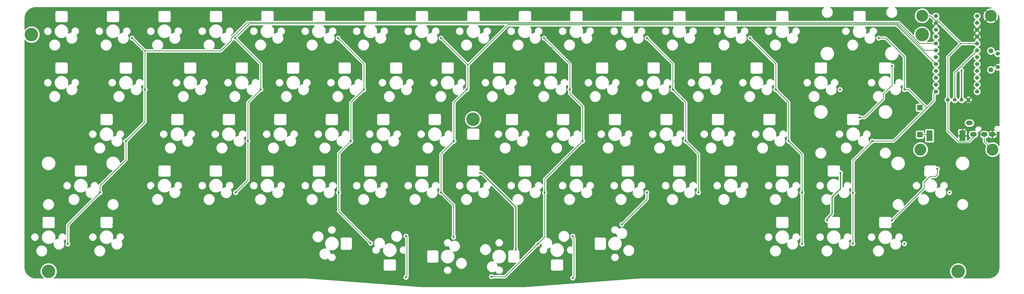
<source format=gtl>
G04 #@! TF.GenerationSoftware,KiCad,Pcbnew,5.0.2-bee76a0~70~ubuntu18.04.1*
G04 #@! TF.CreationDate,2020-02-19T02:44:08+09:00*
G04 #@! TF.ProjectId,thanatos,7468616e-6174-46f7-932e-6b696361645f,rev?*
G04 #@! TF.SameCoordinates,Original*
G04 #@! TF.FileFunction,Copper,L1,Top*
G04 #@! TF.FilePolarity,Positive*
%FSLAX46Y46*%
G04 Gerber Fmt 4.6, Leading zero omitted, Abs format (unit mm)*
G04 Created by KiCad (PCBNEW 5.0.2-bee76a0~70~ubuntu18.04.1) date 2020年02月19日 02時44分08秒*
%MOMM*%
%LPD*%
G01*
G04 APERTURE LIST*
G04 #@! TA.AperFunction,ComponentPad*
%ADD10C,0.700000*%
G04 #@! TD*
G04 #@! TA.AperFunction,ComponentPad*
%ADD11C,4.400000*%
G04 #@! TD*
G04 #@! TA.AperFunction,WasherPad*
%ADD12C,5.000000*%
G04 #@! TD*
G04 #@! TA.AperFunction,ComponentPad*
%ADD13O,2.500000X1.700000*%
G04 #@! TD*
G04 #@! TA.AperFunction,ComponentPad*
%ADD14R,1.998980X1.998980*%
G04 #@! TD*
G04 #@! TA.AperFunction,ComponentPad*
%ADD15C,1.397000*%
G04 #@! TD*
G04 #@! TA.AperFunction,SMDPad,CuDef*
%ADD16R,2.200000X4.000000*%
G04 #@! TD*
G04 #@! TA.AperFunction,ComponentPad*
%ADD17C,1.800000*%
G04 #@! TD*
G04 #@! TA.AperFunction,ComponentPad*
%ADD18C,1.524000*%
G04 #@! TD*
G04 #@! TA.AperFunction,ViaPad*
%ADD19C,0.800000*%
G04 #@! TD*
G04 #@! TA.AperFunction,Conductor*
%ADD20C,0.250000*%
G04 #@! TD*
G04 #@! TA.AperFunction,Conductor*
%ADD21C,0.400000*%
G04 #@! TD*
G04 #@! TA.AperFunction,Conductor*
%ADD22C,0.254000*%
G04 #@! TD*
G04 APERTURE END LIST*
D10*
G04 #@! TO.P,SC1,1*
G04 #@! TO.N,SDA*
X352956726Y-26455774D03*
X351790000Y-25972500D03*
X350623274Y-26455774D03*
X350140000Y-27622500D03*
X350623274Y-28789226D03*
X351790000Y-29272500D03*
X352956726Y-28789226D03*
X353440000Y-27622500D03*
D11*
X351790000Y-27622500D03*
G04 #@! TD*
D12*
G04 #@! TO.P,Hole4,*
G04 #@! TO.N,*
X351790000Y-34607500D03*
G04 #@! TD*
D13*
G04 #@! TO.P,J2,S*
G04 #@! TO.N,GND*
X377763500Y-71505500D03*
G04 #@! TO.P,J2,R2*
G04 #@! TO.N,SCL*
X374763500Y-71505500D03*
G04 #@! TO.P,J2,R1*
G04 #@! TO.N,SDA*
X370763500Y-71505500D03*
G04 #@! TO.P,J2,T*
G04 #@! TO.N,VCC*
X369263500Y-67305500D03*
G04 #@! TD*
D14*
G04 #@! TO.P,R1,2*
G04 #@! TO.N,AUDIO*
X350964500Y-61610240D03*
G04 #@! TO.P,R1,1*
G04 #@! TO.N,Net-(D74-Pad1)*
X350964500Y-71612760D03*
G04 #@! TD*
D12*
G04 #@! TO.P,Hole3,*
G04 #@! TO.N,*
X185610000Y-65913000D03*
G04 #@! TD*
G04 #@! TO.P,Hole1,*
G04 #@! TO.N,*
X22225000Y-34607500D03*
G04 #@! TD*
G04 #@! TO.P,Hole5,*
G04 #@! TO.N,*
X365125000Y-122238000D03*
G04 #@! TD*
D10*
G04 #@! TO.P,SC2,1*
G04 #@! TO.N,GND*
X378356726Y-26455774D03*
X377190000Y-25972500D03*
X376023274Y-26455774D03*
X375540000Y-27622500D03*
X376023274Y-28789226D03*
X377190000Y-29272500D03*
X378356726Y-28789226D03*
X378840000Y-27622500D03*
D11*
X377190000Y-27622500D03*
G04 #@! TD*
D10*
G04 #@! TO.P,SC3,1*
G04 #@! TO.N,VCC*
X352321726Y-75985774D03*
X351155000Y-75502500D03*
X349988274Y-75985774D03*
X349505000Y-77152500D03*
X349988274Y-78319226D03*
X351155000Y-78802500D03*
X352321726Y-78319226D03*
X352805000Y-77152500D03*
D11*
X351155000Y-77152500D03*
G04 #@! TD*
D15*
G04 #@! TO.P,J1,4*
G04 #@! TO.N,GND*
X368935000Y-58737500D03*
G04 #@! TO.P,J1,3*
G04 #@! TO.N,VCC*
X366395000Y-58737500D03*
G04 #@! TO.P,J1,2*
G04 #@! TO.N,SCL*
X363855000Y-58737500D03*
G04 #@! TO.P,J1,1*
G04 #@! TO.N,SDA*
X361315000Y-58737500D03*
G04 #@! TD*
D16*
G04 #@! TO.P,Speaker,1*
G04 #@! TO.N,Net-(D74-Pad1)*
X354516500Y-72009000D03*
G04 #@! TO.P,Speaker,2*
G04 #@! TO.N,GND*
X366716500Y-72009000D03*
G04 #@! TD*
D17*
G04 #@! TO.P,SW74,*
G04 #@! TO.N,*
X377230000Y-47632500D03*
X377230000Y-40632500D03*
D18*
G04 #@! TO.P,SW74,2*
G04 #@! TO.N,GND*
X379730000Y-46632500D03*
G04 #@! TO.P,SW74,1*
G04 #@! TO.N,RST*
X379730000Y-41632500D03*
G04 #@! TD*
G04 #@! TO.P,U1,24*
G04 #@! TO.N,Net-(U1-Pad24)*
X356881400Y-27749500D03*
G04 #@! TO.P,U1,23*
G04 #@! TO.N,GND*
X356881400Y-30289500D03*
G04 #@! TO.P,U1,22*
G04 #@! TO.N,RST*
X356881400Y-32829500D03*
G04 #@! TO.P,U1,21*
G04 #@! TO.N,VCC*
X356881400Y-35369500D03*
G04 #@! TO.P,U1,20*
G04 #@! TO.N,COL1*
X356881400Y-37909500D03*
G04 #@! TO.P,U1,19*
G04 #@! TO.N,COL2*
X356881400Y-40449500D03*
G04 #@! TO.P,U1,18*
G04 #@! TO.N,COL3*
X356881400Y-42989500D03*
G04 #@! TO.P,U1,17*
G04 #@! TO.N,COL4*
X356881400Y-45529500D03*
G04 #@! TO.P,U1,16*
G04 #@! TO.N,COL5*
X356881400Y-48069500D03*
G04 #@! TO.P,U1,15*
G04 #@! TO.N,COL6*
X356881400Y-50609500D03*
G04 #@! TO.P,U1,14*
G04 #@! TO.N,COL7*
X356881400Y-53149500D03*
G04 #@! TO.P,U1,13*
G04 #@! TO.N,COL8*
X356881400Y-55689500D03*
G04 #@! TO.P,U1,12*
G04 #@! TO.N,AUDIO*
X372101400Y-55689500D03*
G04 #@! TO.P,U1,11*
G04 #@! TO.N,ROW5*
X372101400Y-53149500D03*
G04 #@! TO.P,U1,10*
G04 #@! TO.N,ROW4*
X372101400Y-50609500D03*
G04 #@! TO.P,U1,9*
G04 #@! TO.N,ROW3*
X372101400Y-48069500D03*
G04 #@! TO.P,U1,8*
G04 #@! TO.N,ROW2*
X372101400Y-45529500D03*
G04 #@! TO.P,U1,7*
G04 #@! TO.N,ROW1*
X372101400Y-42989500D03*
G04 #@! TO.P,U1,6*
G04 #@! TO.N,SCL*
X372101400Y-40449500D03*
G04 #@! TO.P,U1,5*
G04 #@! TO.N,SDA*
X372101400Y-37909500D03*
G04 #@! TO.P,U1,4*
G04 #@! TO.N,GND*
X372101400Y-35369500D03*
G04 #@! TO.P,U1,3*
X372101400Y-32829500D03*
G04 #@! TO.P,U1,2*
G04 #@! TO.N,Net-(U1-Pad2)*
X372101400Y-30289500D03*
G04 #@! TO.P,U1,1*
G04 #@! TO.N,LED*
X372101400Y-27749500D03*
G04 #@! TD*
D12*
G04 #@! TO.P,Hole2,*
G04 #@! TO.N,*
X28575000Y-122174000D03*
G04 #@! TD*
D11*
G04 #@! TO.P,SC4,1*
G04 #@! TO.N,SCL*
X377825000Y-77152500D03*
D10*
X379475000Y-77152500D03*
X378991726Y-78319226D03*
X377825000Y-78802500D03*
X376658274Y-78319226D03*
X376175000Y-77152500D03*
X376658274Y-75985774D03*
X377825000Y-75502500D03*
X378991726Y-75985774D03*
G04 #@! TD*
D19*
G04 #@! TO.N,Net-(D66-Pad1)*
X160782000Y-109156500D03*
X160782000Y-124396500D03*
G04 #@! TO.N,Net-(D69-Pad1)*
X222504000Y-124650500D03*
X222504000Y-109156500D03*
G04 #@! TO.N,GND*
X367030000Y-109537500D03*
X93980000Y-110172500D03*
X36830000Y-122237500D03*
X39370000Y-67627500D03*
X43180000Y-58737500D03*
X45720000Y-51752500D03*
X69215000Y-55562500D03*
X38100000Y-39052500D03*
X26035000Y-26987500D03*
X100330000Y-40322500D03*
X113030000Y-39687500D03*
X119380000Y-33337500D03*
X131445000Y-40322500D03*
X151130000Y-39687500D03*
X170180000Y-40322500D03*
X214630000Y-39687500D03*
X228600000Y-39687500D03*
X234315000Y-33337500D03*
X247015000Y-39687500D03*
X271780000Y-33337500D03*
X283845000Y-40322500D03*
X292100000Y-35242500D03*
X332740000Y-40322500D03*
X327660000Y-52387500D03*
X325120000Y-57467500D03*
X334010000Y-66040000D03*
X303530000Y-52387500D03*
X295275000Y-59372500D03*
X280670000Y-52387500D03*
X272415000Y-59372500D03*
X260350000Y-51752500D03*
X256540000Y-60007500D03*
X243205000Y-52387500D03*
X238125000Y-59372500D03*
X223520000Y-51752500D03*
X219075000Y-59372500D03*
X205105000Y-51752500D03*
X198755000Y-58737500D03*
X160655000Y-58737500D03*
X166370000Y-52387500D03*
X128270000Y-51752500D03*
X122555000Y-58737500D03*
X110490000Y-54292500D03*
X90170000Y-52387500D03*
X57785000Y-89852500D03*
X45085000Y-96837500D03*
X57785000Y-96202500D03*
X79375000Y-97472500D03*
X95250000Y-97472500D03*
X117475000Y-98107500D03*
X134620000Y-96837500D03*
X156210000Y-97472500D03*
X172720000Y-96837500D03*
X175895000Y-89852500D03*
X194310000Y-97472500D03*
X208915000Y-96837500D03*
X215265000Y-90487500D03*
X214630000Y-96837500D03*
X229870000Y-97472500D03*
X246380000Y-96202500D03*
X266700000Y-97472500D03*
X286385000Y-96837500D03*
X290830000Y-89217500D03*
X302895000Y-97472500D03*
X311150000Y-91757500D03*
X275590000Y-102552500D03*
X257175000Y-102552500D03*
X207010000Y-117792500D03*
X144145000Y-116522500D03*
X139065000Y-106362500D03*
X320675000Y-26352500D03*
X308610000Y-25717500D03*
X345440000Y-75882500D03*
X356235000Y-96202500D03*
X324485000Y-97472500D03*
X337185000Y-93027500D03*
X307340000Y-33337500D03*
X137795000Y-89852500D03*
X98425000Y-89217500D03*
X55880000Y-40322500D03*
X180975000Y-65087500D03*
X158115000Y-33337500D03*
X194945000Y-32702500D03*
X41275000Y-63182500D03*
X141605000Y-49847500D03*
X339725000Y-116522500D03*
X316865000Y-33337500D03*
X127000000Y-114617500D03*
X135890000Y-107632500D03*
X252730000Y-89852500D03*
X233414000Y-109419000D03*
X240388000Y-84276500D03*
X344805000Y-35242500D03*
X260985000Y-78422500D03*
X283210000Y-78422500D03*
X302260000Y-78422500D03*
X314325000Y-72707500D03*
X335280000Y-70802500D03*
X364490000Y-87947500D03*
X344805000Y-26352500D03*
X330835000Y-25082500D03*
X285750000Y-71437500D03*
X304800000Y-70167500D03*
X213360000Y-116522500D03*
X151130000Y-116522500D03*
X352306000Y-84276500D03*
X68937500Y-84276500D03*
X52538000Y-104826000D03*
X359410000Y-40957500D03*
X350520000Y-45402500D03*
X351155000Y-53022500D03*
X368935000Y-46037500D03*
X369570000Y-53657500D03*
X359410000Y-51752500D03*
X353695000Y-58102500D03*
X363220000Y-37782500D03*
X367665000Y-40322500D03*
X363220000Y-45402500D03*
X365125000Y-51752500D03*
X364490000Y-28575000D03*
G04 #@! TO.N,VCC*
X316588000Y-103314500D03*
X321588000Y-85776500D03*
X201410000Y-114181000D03*
X188238000Y-85776500D03*
X366395000Y-47942500D03*
G04 #@! TO.N,Net-(L32-Pad2)*
X340614000Y-46164500D03*
X328676000Y-65214500D03*
G04 #@! TO.N,Net-(L63-Pad2)*
X340614000Y-103314500D03*
X357378000Y-84264500D03*
G04 #@! TO.N,COL1*
X57150000Y-73977500D03*
X47625000Y-93027500D03*
X64235000Y-54927500D03*
X59472500Y-35877500D03*
X35660000Y-112078000D03*
G04 #@! TO.N,COL2*
X107072000Y-54927500D03*
X102310000Y-73977500D03*
X97790000Y-93027500D03*
X97547500Y-35877500D03*
G04 #@! TO.N,COL3*
X135673000Y-35877500D03*
X145197000Y-54927500D03*
X140435000Y-73977500D03*
X135890000Y-93027500D03*
X147696000Y-111760000D03*
G04 #@! TO.N,COL4*
X178435000Y-109537500D03*
X173773000Y-35877500D03*
X183272000Y-54927500D03*
X178535000Y-73977500D03*
X173773000Y-93027500D03*
G04 #@! TO.N,COL5*
X192405000Y-124142500D03*
X209550000Y-112077500D03*
X212090000Y-93027500D03*
X226160000Y-73977500D03*
X221397000Y-54927500D03*
X211873000Y-35877500D03*
G04 #@! TO.N,COL6*
X240665000Y-104838500D03*
X249973000Y-35877500D03*
X259497000Y-54927500D03*
X264260000Y-73977500D03*
X269023000Y-93027500D03*
X249973000Y-93027500D03*
G04 #@! TO.N,COL7*
X307340000Y-112077500D03*
X307340000Y-93027500D03*
X288073000Y-35877500D03*
X297597000Y-54927500D03*
X302360000Y-73977500D03*
G04 #@! TO.N,COL8*
X326136000Y-93154500D03*
X326136000Y-111950500D03*
X333375000Y-73977500D03*
X321410000Y-54927500D03*
X335697000Y-35877500D03*
X345223000Y-54927500D03*
X361891000Y-93027500D03*
X345223000Y-111950500D03*
G04 #@! TD*
D20*
G04 #@! TO.N,Net-(D66-Pad1)*
X161181999Y-109556499D02*
X160782000Y-109156500D01*
X161181999Y-123996501D02*
X161181999Y-109556499D01*
X160782000Y-124396500D02*
X161181999Y-123996501D01*
G04 #@! TO.N,Net-(D69-Pad1)*
X222974001Y-124180499D02*
X222504000Y-124650500D01*
X222974001Y-110192186D02*
X222974001Y-124180499D01*
X222504000Y-109722185D02*
X222974001Y-110192186D01*
X222504000Y-109156500D02*
X222504000Y-109722185D01*
D21*
G04 #@! TO.N,GND*
X366716500Y-66036000D02*
X368935000Y-63817500D01*
X366716500Y-72009000D02*
X366716500Y-66036000D01*
X239898000Y-84276500D02*
X240388000Y-84276500D01*
X233414000Y-90760500D02*
X239898000Y-84276500D01*
X233414000Y-109419000D02*
X233414000Y-90760500D01*
X372083499Y-68405499D02*
X374263499Y-68405499D01*
X370879998Y-69609000D02*
X372083499Y-68405499D01*
X368216500Y-69609000D02*
X370879998Y-69609000D01*
X377363500Y-71505500D02*
X377763500Y-71505500D01*
X366716500Y-71109000D02*
X368216500Y-69609000D01*
X366716500Y-72009000D02*
X366716500Y-71109000D01*
X373113490Y-70539510D02*
X374755500Y-68897500D01*
X373113490Y-73609010D02*
X373113490Y-70539510D01*
X371863489Y-74859011D02*
X373113490Y-73609010D01*
X360913489Y-74859011D02*
X371863489Y-74859011D01*
X352306000Y-83466500D02*
X360913489Y-74859011D01*
X352306000Y-84276500D02*
X352306000Y-83466500D01*
X374263499Y-68405499D02*
X374755500Y-68897500D01*
X374755500Y-68897500D02*
X377363500Y-71505500D01*
X368935000Y-63817500D02*
X368935000Y-58737500D01*
X68937500Y-89726500D02*
X68937500Y-84276500D01*
X53838000Y-104826000D02*
X68937500Y-89726500D01*
X52538000Y-104826000D02*
X53838000Y-104826000D01*
D20*
G04 #@! TO.N,Net-(D74-Pad1)*
X354120260Y-71612760D02*
X354516500Y-72009000D01*
X350964500Y-71612760D02*
X354120260Y-71612760D01*
D21*
G04 #@! TO.N,VCC*
X351496700Y-79144200D02*
X351155000Y-78802500D01*
X351496700Y-79144200D02*
X352321700Y-78319200D01*
X352321700Y-78319200D02*
X352805000Y-77835900D01*
X352805000Y-77835900D02*
X352805000Y-77152500D01*
X352321726Y-75985774D02*
X351155000Y-77152500D01*
X321588000Y-91530474D02*
X321588000Y-85776500D01*
X318448001Y-94670473D02*
X321588000Y-91530474D01*
X318448001Y-100888814D02*
X318448001Y-94670473D01*
X316588000Y-102748815D02*
X318448001Y-100888814D01*
X316588000Y-103314500D02*
X316588000Y-102748815D01*
X201410000Y-98458500D02*
X201410000Y-114181000D01*
X188728000Y-85776500D02*
X201410000Y-98458500D01*
X188238000Y-85776500D02*
X188728000Y-85776500D01*
X366395000Y-58737500D02*
X366395000Y-47942500D01*
D20*
G04 #@! TO.N,SCL*
X374763500Y-74091000D02*
X374763500Y-71505500D01*
X377825000Y-77152500D02*
X374763500Y-74091000D01*
X363855000Y-48695900D02*
X372101400Y-40449500D01*
X363855000Y-58737500D02*
X363855000Y-48695900D01*
G04 #@! TO.N,SDA*
X361315000Y-70292502D02*
X361315000Y-58737500D01*
X365356499Y-74334001D02*
X361315000Y-70292502D01*
X369034999Y-74334001D02*
X365356499Y-74334001D01*
X370763500Y-71505500D02*
X370763500Y-72605500D01*
X370763500Y-72605500D02*
X369034999Y-74334001D01*
X356417994Y-29139225D02*
X354901269Y-27622500D01*
X354901269Y-27622500D02*
X351790000Y-27622500D01*
X357339887Y-29139225D02*
X356417994Y-29139225D01*
X366110162Y-37909500D02*
X357339887Y-29139225D01*
X372101400Y-37909500D02*
X366110162Y-37909500D01*
X366110162Y-37909500D02*
X361315000Y-42704662D01*
X361315000Y-42704662D02*
X361315000Y-49847500D01*
X361315000Y-58737500D02*
X361315000Y-49847500D01*
X361315000Y-49847500D02*
X361315000Y-46983270D01*
G04 #@! TO.N,Net-(L32-Pad2)*
X337423001Y-58343501D02*
X330552002Y-65214500D01*
X337423001Y-56534473D02*
X337423001Y-58343501D01*
X340614000Y-46164500D02*
X340614000Y-53343474D01*
X340614000Y-53343474D02*
X337423001Y-56534473D01*
X330552002Y-65214500D02*
X328676000Y-65214500D01*
G04 #@! TO.N,Net-(L63-Pad2)*
X352487099Y-89155401D02*
X354584000Y-87058500D01*
X340614000Y-103314500D02*
X352487099Y-91441401D01*
X352487099Y-91441401D02*
X352487099Y-89155401D01*
X354584000Y-87058500D02*
X356616000Y-87058500D01*
X357378000Y-86296500D02*
X357378000Y-84264500D01*
X356616000Y-87058500D02*
X357378000Y-86296500D01*
G04 #@! TO.N,COL1*
X93038800Y-39837202D02*
X93823502Y-39052500D01*
X64235000Y-66892500D02*
X57150000Y-73977500D01*
X64235000Y-54927500D02*
X64235000Y-66892500D01*
X47625000Y-90458674D02*
X47625000Y-93027500D01*
X57150000Y-80933674D02*
X47625000Y-90458674D01*
X57150000Y-73977500D02*
X57150000Y-80933674D01*
X92710000Y-40166002D02*
X93823502Y-39052500D01*
X59472500Y-35877500D02*
X59497500Y-35877500D01*
X64235000Y-40615000D02*
X64235000Y-54927500D01*
X59497500Y-35877500D02*
X64235000Y-40615000D01*
X92261002Y-40615000D02*
X92710000Y-40166002D01*
X64235000Y-40615000D02*
X92261002Y-40615000D01*
X92624402Y-40251600D02*
X92710000Y-40166002D01*
X96122501Y-36753501D02*
X96122501Y-36019599D01*
X93823502Y-39052500D02*
X96122501Y-36753501D01*
X35660000Y-104992500D02*
X47625000Y-93027500D01*
X35660000Y-112078000D02*
X35660000Y-104992500D01*
X102087001Y-30055099D02*
X101344600Y-30797500D01*
X96122501Y-36019599D02*
X101344600Y-30797500D01*
X101344600Y-30797500D02*
X101600000Y-30542100D01*
X356881400Y-37909500D02*
X350910998Y-37909500D01*
X343056597Y-30055099D02*
X102087001Y-30055099D01*
X350910998Y-37909500D02*
X343056597Y-30055099D01*
G04 #@! TO.N,COL2*
X102310000Y-88507500D02*
X102310000Y-73977500D01*
X97790000Y-93027500D02*
X102310000Y-88507500D01*
X102310000Y-59689500D02*
X107072000Y-54927500D01*
X102310000Y-73977500D02*
X102310000Y-59689500D01*
X97597500Y-35877500D02*
X97572500Y-35877500D01*
X107072000Y-45352000D02*
X97597500Y-35877500D01*
X107072000Y-54927500D02*
X107072000Y-45352000D01*
X97547500Y-35877500D02*
X101600000Y-31825000D01*
X342505090Y-30518190D02*
X340360000Y-30518190D01*
X352552000Y-40449500D02*
X342620690Y-30518190D01*
X342620690Y-30518190D02*
X340360000Y-30518190D01*
X356881400Y-40449500D02*
X352552000Y-40449500D01*
X102627500Y-30797500D02*
X101600000Y-31825000D01*
X102919891Y-30505109D02*
X101600000Y-31825000D01*
X339750109Y-30505109D02*
X102919891Y-30505109D01*
X340360000Y-30518190D02*
X339763190Y-30518190D01*
X339763190Y-30518190D02*
X339750109Y-30505109D01*
G04 #@! TO.N,COL3*
X135890000Y-99979000D02*
X135890000Y-93027500D01*
X147671000Y-111760000D02*
X135890000Y-99979000D01*
X147696000Y-111760000D02*
X147671000Y-111760000D01*
X140410000Y-73977500D02*
X140435000Y-73977500D01*
X135890000Y-78497500D02*
X140410000Y-73977500D01*
X135890000Y-93027500D02*
X135890000Y-78497500D01*
X145172000Y-54927500D02*
X145197000Y-54927500D01*
X140435000Y-59664500D02*
X145172000Y-54927500D01*
X140435000Y-73977500D02*
X140435000Y-59664500D01*
X135698000Y-35877500D02*
X135673000Y-35877500D01*
X145197000Y-45376500D02*
X135698000Y-35877500D01*
X145197000Y-54927500D02*
X145197000Y-45376500D01*
G04 #@! TO.N,COL4*
X173798000Y-93027500D02*
X173773000Y-93027500D01*
X178435000Y-97664500D02*
X173798000Y-93027500D01*
X178435000Y-109537500D02*
X178435000Y-97664500D01*
X178510000Y-73977500D02*
X178535000Y-73977500D01*
X173773000Y-78714500D02*
X178510000Y-73977500D01*
X173773000Y-93027500D02*
X173773000Y-78714500D01*
X178535000Y-59664500D02*
X183272000Y-54927500D01*
X178535000Y-73977500D02*
X178535000Y-59664500D01*
X183671999Y-54527501D02*
X183671999Y-45880501D01*
X183272000Y-54927500D02*
X183671999Y-54527501D01*
X198584300Y-30968200D02*
X201295000Y-30968200D01*
X183671999Y-45880501D02*
X198584300Y-30968200D01*
X201295000Y-30968200D02*
X200346800Y-30968200D01*
X173798000Y-35877500D02*
X173773000Y-35877500D01*
X183671999Y-45751499D02*
X173798000Y-35877500D01*
X183671999Y-45880501D02*
X183671999Y-45751499D01*
X342320100Y-30968200D02*
X356881400Y-45529500D01*
X201295000Y-30968200D02*
X342320100Y-30968200D01*
G04 #@! TO.N,COL5*
X221397000Y-45376500D02*
X221397000Y-54927500D01*
X211898000Y-35877500D02*
X221397000Y-45376500D01*
X211873000Y-35877500D02*
X211898000Y-35877500D01*
X226160000Y-61190500D02*
X226160000Y-73977500D01*
X221397000Y-56427500D02*
X226160000Y-61190500D01*
X221397000Y-54927500D02*
X221397000Y-56427500D01*
X212090000Y-109537500D02*
X212090000Y-93027500D01*
X197485000Y-124142500D02*
X212090000Y-109537500D01*
X192405000Y-124142500D02*
X197485000Y-124142500D01*
X226135000Y-73977500D02*
X226160000Y-73977500D01*
X212090000Y-88022500D02*
X226135000Y-73977500D01*
X212090000Y-93027500D02*
X212090000Y-88022500D01*
G04 #@! TO.N,COL6*
X264285000Y-73977500D02*
X264260000Y-73977500D01*
X269023000Y-78715500D02*
X264285000Y-73977500D01*
X269023000Y-93027500D02*
X269023000Y-78715500D01*
X259522000Y-54927500D02*
X259497000Y-54927500D01*
X264260000Y-59665500D02*
X259522000Y-54927500D01*
X264260000Y-73977500D02*
X264260000Y-59665500D01*
X249998000Y-35877500D02*
X249973000Y-35877500D01*
X259497000Y-45376500D02*
X249998000Y-35877500D01*
X259497000Y-54927500D02*
X259497000Y-45376500D01*
X249973000Y-95530500D02*
X249973000Y-93027500D01*
X240665000Y-104838500D02*
X249973000Y-95530500D01*
G04 #@! TO.N,COL7*
X307340000Y-112077500D02*
X307340000Y-93027500D01*
X302385000Y-73977500D02*
X302360000Y-73977500D01*
X307340000Y-78932500D02*
X302385000Y-73977500D01*
X307340000Y-93027500D02*
X307340000Y-78932500D01*
X288098000Y-35877500D02*
X288073000Y-35877500D01*
X297597000Y-45376500D02*
X288098000Y-35877500D01*
X297597000Y-54927500D02*
X297597000Y-45376500D01*
X302360000Y-59665500D02*
X297622000Y-54927500D01*
X297622000Y-54927500D02*
X297597000Y-54927500D01*
X302360000Y-73977500D02*
X302360000Y-59665500D01*
G04 #@! TO.N,COL8*
X341191998Y-73977500D02*
X333375000Y-73977500D01*
X326136000Y-111950500D02*
X326136000Y-93154500D01*
X326136000Y-81216500D02*
X333375000Y-73977500D01*
X326136000Y-93154500D02*
X326136000Y-81216500D01*
X338266974Y-35877500D02*
X335697000Y-35877500D01*
X345223000Y-42833526D02*
X338266974Y-35877500D01*
X345223000Y-54927500D02*
X345223000Y-42833526D01*
X353510998Y-61658500D02*
X341191998Y-73977500D01*
X353479000Y-61658500D02*
X353510998Y-61658500D01*
X345223000Y-54927500D02*
X346748000Y-54927500D01*
X346748000Y-54927500D02*
X353479000Y-61658500D01*
X356119401Y-59050097D02*
X353891998Y-61277500D01*
X356119401Y-56451499D02*
X356119401Y-59050097D01*
X356881400Y-55689500D02*
X356119401Y-56451499D01*
X354399998Y-60769500D02*
X353891998Y-61277500D01*
X353891998Y-61277500D02*
X353510998Y-61658500D01*
G04 #@! TD*
D22*
G04 #@! TO.N,GND*
G36*
X314843688Y-25129525D02*
X314515000Y-25923048D01*
X314515000Y-26781952D01*
X314843688Y-27575475D01*
X315451025Y-28182812D01*
X316244548Y-28511500D01*
X317103452Y-28511500D01*
X317896975Y-28182812D01*
X318504312Y-27575475D01*
X318833000Y-26781952D01*
X318833000Y-25923048D01*
X318504312Y-25129525D01*
X317897287Y-24522500D01*
X339326713Y-24522500D01*
X338719688Y-25129525D01*
X338391000Y-25923048D01*
X338391000Y-26781952D01*
X338719688Y-27575475D01*
X339327025Y-28182812D01*
X340120548Y-28511500D01*
X340979452Y-28511500D01*
X341772975Y-28182812D01*
X342380312Y-27575475D01*
X342594415Y-27058583D01*
X348955000Y-27058583D01*
X348955000Y-28186417D01*
X349386603Y-29228399D01*
X350184101Y-30025897D01*
X351226083Y-30457500D01*
X352353917Y-30457500D01*
X353395899Y-30025897D01*
X354193397Y-29228399D01*
X354543780Y-28382500D01*
X354586468Y-28382500D01*
X355739294Y-29535327D01*
X355659003Y-29558357D01*
X355472256Y-30081802D01*
X355500038Y-30636868D01*
X355659003Y-31020643D01*
X355901187Y-31090108D01*
X356701795Y-30289500D01*
X356687653Y-30275358D01*
X356867258Y-30095753D01*
X356881400Y-30109895D01*
X356895543Y-30095753D01*
X357075148Y-30275358D01*
X357061005Y-30289500D01*
X357861613Y-31090108D01*
X358103797Y-31020643D01*
X358115027Y-30989166D01*
X365035360Y-37909500D01*
X360830530Y-42114331D01*
X360767071Y-42156733D01*
X360599096Y-42408126D01*
X360555000Y-42629811D01*
X360555000Y-42629815D01*
X360540112Y-42704662D01*
X360555000Y-42779509D01*
X360555001Y-46908418D01*
X360555000Y-49922351D01*
X360555001Y-49922356D01*
X360555000Y-57611646D01*
X360184513Y-57982133D01*
X359981500Y-58472250D01*
X359981500Y-59002750D01*
X360184513Y-59492867D01*
X360555001Y-59863355D01*
X360555000Y-70217655D01*
X360540112Y-70292502D01*
X360555000Y-70367349D01*
X360555000Y-70367353D01*
X360599096Y-70589038D01*
X360767071Y-70840431D01*
X360830530Y-70882833D01*
X364766170Y-74818474D01*
X364808570Y-74881930D01*
X364872026Y-74924330D01*
X365059961Y-75049905D01*
X365108104Y-75059481D01*
X365281647Y-75094001D01*
X365281651Y-75094001D01*
X365356499Y-75108889D01*
X365431347Y-75094001D01*
X368960152Y-75094001D01*
X369034999Y-75108889D01*
X369109846Y-75094001D01*
X369109851Y-75094001D01*
X369331536Y-75049905D01*
X369582928Y-74881930D01*
X369625330Y-74818471D01*
X371247973Y-73195829D01*
X371311429Y-73153429D01*
X371437238Y-72965142D01*
X371742918Y-72904339D01*
X372234125Y-72576125D01*
X372562339Y-72084918D01*
X372677592Y-71505500D01*
X372562339Y-70926082D01*
X372371519Y-70640500D01*
X372809157Y-70640500D01*
X373263071Y-70452482D01*
X373610482Y-70105071D01*
X373798500Y-69651157D01*
X373798500Y-69159843D01*
X373610482Y-68705929D01*
X373263071Y-68358518D01*
X372809157Y-68170500D01*
X372317843Y-68170500D01*
X371863929Y-68358518D01*
X371516518Y-68705929D01*
X371328500Y-69159843D01*
X371328500Y-69651157D01*
X371496907Y-70057727D01*
X371309756Y-70020500D01*
X370217244Y-70020500D01*
X369784082Y-70106661D01*
X369292875Y-70434875D01*
X368964661Y-70926082D01*
X368849408Y-71505500D01*
X368964661Y-72084918D01*
X369292875Y-72576125D01*
X369547763Y-72746436D01*
X368720198Y-73574001D01*
X368451500Y-73574001D01*
X368451500Y-72294750D01*
X368292750Y-72136000D01*
X366843500Y-72136000D01*
X366843500Y-72156000D01*
X366589500Y-72156000D01*
X366589500Y-72136000D01*
X365140250Y-72136000D01*
X364981500Y-72294750D01*
X364981500Y-72884200D01*
X362075000Y-69977701D01*
X362075000Y-69882690D01*
X364981500Y-69882690D01*
X364981500Y-71723250D01*
X365140250Y-71882000D01*
X366589500Y-71882000D01*
X366589500Y-69532750D01*
X366843500Y-69532750D01*
X366843500Y-71882000D01*
X368292750Y-71882000D01*
X368451500Y-71723250D01*
X368451500Y-69882690D01*
X368354827Y-69649301D01*
X368176198Y-69470673D01*
X367942809Y-69374000D01*
X367002250Y-69374000D01*
X366843500Y-69532750D01*
X366589500Y-69532750D01*
X366430750Y-69374000D01*
X365490191Y-69374000D01*
X365256802Y-69470673D01*
X365078173Y-69649301D01*
X364981500Y-69882690D01*
X362075000Y-69882690D01*
X362075000Y-67305500D01*
X367349408Y-67305500D01*
X367464661Y-67884918D01*
X367792875Y-68376125D01*
X368284082Y-68704339D01*
X368717244Y-68790500D01*
X369809756Y-68790500D01*
X370242918Y-68704339D01*
X370734125Y-68376125D01*
X371062339Y-67884918D01*
X371177592Y-67305500D01*
X371062339Y-66726082D01*
X370734125Y-66234875D01*
X370242918Y-65906661D01*
X369809756Y-65820500D01*
X368717244Y-65820500D01*
X368284082Y-65906661D01*
X367792875Y-66234875D01*
X367464661Y-66726082D01*
X367349408Y-67305500D01*
X362075000Y-67305500D01*
X362075000Y-59863354D01*
X362445487Y-59492867D01*
X362585000Y-59156053D01*
X362724513Y-59492867D01*
X363099633Y-59867987D01*
X363589750Y-60071000D01*
X364120250Y-60071000D01*
X364610367Y-59867987D01*
X364985487Y-59492867D01*
X365125000Y-59156053D01*
X365264513Y-59492867D01*
X365639633Y-59867987D01*
X366129750Y-60071000D01*
X366660250Y-60071000D01*
X367150367Y-59867987D01*
X367346666Y-59671688D01*
X368180417Y-59671688D01*
X368242071Y-59907300D01*
X368742480Y-60083427D01*
X369272199Y-60054648D01*
X369627929Y-59907300D01*
X369689583Y-59671688D01*
X368935000Y-58917105D01*
X368180417Y-59671688D01*
X367346666Y-59671688D01*
X367525487Y-59492867D01*
X367658275Y-59172289D01*
X367765200Y-59430429D01*
X368000812Y-59492083D01*
X368755395Y-58737500D01*
X369114605Y-58737500D01*
X369869188Y-59492083D01*
X370104800Y-59430429D01*
X370280927Y-58930020D01*
X370252148Y-58400301D01*
X370104800Y-58044571D01*
X369869188Y-57982917D01*
X369114605Y-58737500D01*
X368755395Y-58737500D01*
X368000812Y-57982917D01*
X367765200Y-58044571D01*
X367666962Y-58323684D01*
X367525487Y-57982133D01*
X367346666Y-57803312D01*
X368180417Y-57803312D01*
X368935000Y-58557895D01*
X369689583Y-57803312D01*
X369627929Y-57567700D01*
X369127520Y-57391573D01*
X368597801Y-57420352D01*
X368242071Y-57567700D01*
X368180417Y-57803312D01*
X367346666Y-57803312D01*
X367230000Y-57686646D01*
X367230000Y-48571211D01*
X367272431Y-48528780D01*
X367430000Y-48148374D01*
X367430000Y-47736626D01*
X367272431Y-47356220D01*
X366981280Y-47065069D01*
X366683837Y-46941864D01*
X370704400Y-42921302D01*
X370704400Y-43267381D01*
X370917080Y-43780837D01*
X371310063Y-44173820D01*
X371516913Y-44259500D01*
X371310063Y-44345180D01*
X370917080Y-44738163D01*
X370704400Y-45251619D01*
X370704400Y-45807381D01*
X370917080Y-46320837D01*
X371310063Y-46713820D01*
X371516913Y-46799500D01*
X371310063Y-46885180D01*
X370917080Y-47278163D01*
X370704400Y-47791619D01*
X370704400Y-48347381D01*
X370917080Y-48860837D01*
X371310063Y-49253820D01*
X371516913Y-49339500D01*
X371310063Y-49425180D01*
X370917080Y-49818163D01*
X370704400Y-50331619D01*
X370704400Y-50887381D01*
X370917080Y-51400837D01*
X371310063Y-51793820D01*
X371516913Y-51879500D01*
X371310063Y-51965180D01*
X370917080Y-52358163D01*
X370704400Y-52871619D01*
X370704400Y-53427381D01*
X370917080Y-53940837D01*
X371310063Y-54333820D01*
X371516913Y-54419500D01*
X371310063Y-54505180D01*
X370917080Y-54898163D01*
X370704400Y-55411619D01*
X370704400Y-55967381D01*
X370917080Y-56480837D01*
X371310063Y-56873820D01*
X371823519Y-57086500D01*
X372379281Y-57086500D01*
X372892737Y-56873820D01*
X373285720Y-56480837D01*
X373498400Y-55967381D01*
X373498400Y-55411619D01*
X373285720Y-54898163D01*
X372892737Y-54505180D01*
X372685887Y-54419500D01*
X372892737Y-54333820D01*
X373285720Y-53940837D01*
X373498400Y-53427381D01*
X373498400Y-52871619D01*
X373285720Y-52358163D01*
X372892737Y-51965180D01*
X372685887Y-51879500D01*
X372892737Y-51793820D01*
X373285720Y-51400837D01*
X373498400Y-50887381D01*
X373498400Y-50331619D01*
X373285720Y-49818163D01*
X372892737Y-49425180D01*
X372685887Y-49339500D01*
X372892737Y-49253820D01*
X373285720Y-48860837D01*
X373498400Y-48347381D01*
X373498400Y-47791619D01*
X373285720Y-47278163D01*
X372892737Y-46885180D01*
X372685887Y-46799500D01*
X372892737Y-46713820D01*
X373285720Y-46320837D01*
X373498400Y-45807381D01*
X373498400Y-45251619D01*
X373285720Y-44738163D01*
X372892737Y-44345180D01*
X372685887Y-44259500D01*
X372892737Y-44173820D01*
X373285720Y-43780837D01*
X373498400Y-43267381D01*
X373498400Y-42711619D01*
X373285720Y-42198163D01*
X372892737Y-41805180D01*
X372685887Y-41719500D01*
X372892737Y-41633820D01*
X373285720Y-41240837D01*
X373498400Y-40727381D01*
X373498400Y-40171619D01*
X373285720Y-39658163D01*
X372892737Y-39265180D01*
X372685887Y-39179500D01*
X372892737Y-39093820D01*
X373285720Y-38700837D01*
X373498400Y-38187381D01*
X373498400Y-37631619D01*
X373285720Y-37118163D01*
X372892737Y-36725180D01*
X372701753Y-36646072D01*
X372832543Y-36591897D01*
X372902008Y-36349713D01*
X372101400Y-35549105D01*
X371300792Y-36349713D01*
X371370257Y-36591897D01*
X371510793Y-36642035D01*
X371310063Y-36725180D01*
X370917080Y-37118163D01*
X370904100Y-37149500D01*
X366424964Y-37149500D01*
X364437266Y-35161802D01*
X370692256Y-35161802D01*
X370720038Y-35716868D01*
X370879003Y-36100643D01*
X371121187Y-36170108D01*
X371921795Y-35369500D01*
X372281005Y-35369500D01*
X373081613Y-36170108D01*
X373323797Y-36100643D01*
X373510544Y-35577198D01*
X373482762Y-35022132D01*
X373323797Y-34638357D01*
X373081613Y-34568892D01*
X372281005Y-35369500D01*
X371921795Y-35369500D01*
X371121187Y-34568892D01*
X370879003Y-34638357D01*
X370692256Y-35161802D01*
X364437266Y-35161802D01*
X363085177Y-33809713D01*
X371300792Y-33809713D01*
X371370257Y-34051897D01*
X371493744Y-34095953D01*
X371370257Y-34147103D01*
X371300792Y-34389287D01*
X372101400Y-35189895D01*
X372902008Y-34389287D01*
X372832543Y-34147103D01*
X372709056Y-34103047D01*
X372832543Y-34051897D01*
X372902008Y-33809713D01*
X372101400Y-33009105D01*
X371300792Y-33809713D01*
X363085177Y-33809713D01*
X361897266Y-32621802D01*
X370692256Y-32621802D01*
X370720038Y-33176868D01*
X370879003Y-33560643D01*
X371121187Y-33630108D01*
X371921795Y-32829500D01*
X372281005Y-32829500D01*
X373081613Y-33630108D01*
X373323797Y-33560643D01*
X373510544Y-33037198D01*
X373482762Y-32482132D01*
X373323797Y-32098357D01*
X373081613Y-32028892D01*
X372281005Y-32829500D01*
X371921795Y-32829500D01*
X371121187Y-32028892D01*
X370879003Y-32098357D01*
X370692256Y-32621802D01*
X361897266Y-32621802D01*
X357941010Y-28665547D01*
X358065720Y-28540837D01*
X358278400Y-28027381D01*
X358278400Y-27471619D01*
X370704400Y-27471619D01*
X370704400Y-28027381D01*
X370917080Y-28540837D01*
X371310063Y-28933820D01*
X371516913Y-29019500D01*
X371310063Y-29105180D01*
X370917080Y-29498163D01*
X370704400Y-30011619D01*
X370704400Y-30567381D01*
X370917080Y-31080837D01*
X371310063Y-31473820D01*
X371501047Y-31552928D01*
X371370257Y-31607103D01*
X371300792Y-31849287D01*
X372101400Y-32649895D01*
X372902008Y-31849287D01*
X372832543Y-31607103D01*
X372692007Y-31556965D01*
X372892737Y-31473820D01*
X373285720Y-31080837D01*
X373498400Y-30567381D01*
X373498400Y-30011619D01*
X373345251Y-29641882D01*
X375350223Y-29641882D01*
X375595368Y-30033388D01*
X376639360Y-30460109D01*
X377767181Y-30454830D01*
X378784632Y-30033388D01*
X379029777Y-29641882D01*
X377190000Y-27802105D01*
X375350223Y-29641882D01*
X373345251Y-29641882D01*
X373285720Y-29498163D01*
X372892737Y-29105180D01*
X372685887Y-29019500D01*
X372892737Y-28933820D01*
X373285720Y-28540837D01*
X373498400Y-28027381D01*
X373498400Y-27471619D01*
X373332815Y-27071860D01*
X374352391Y-27071860D01*
X374357670Y-28199681D01*
X374779112Y-29217132D01*
X375170618Y-29462277D01*
X377010395Y-27622500D01*
X375170618Y-25782723D01*
X374779112Y-26027868D01*
X374352391Y-27071860D01*
X373332815Y-27071860D01*
X373285720Y-26958163D01*
X372892737Y-26565180D01*
X372379281Y-26352500D01*
X371823519Y-26352500D01*
X371310063Y-26565180D01*
X370917080Y-26958163D01*
X370704400Y-27471619D01*
X358278400Y-27471619D01*
X358065720Y-26958163D01*
X357672737Y-26565180D01*
X357159281Y-26352500D01*
X356603519Y-26352500D01*
X356090063Y-26565180D01*
X355697080Y-26958163D01*
X355584215Y-27230645D01*
X355491600Y-27138030D01*
X355449198Y-27074571D01*
X355197806Y-26906596D01*
X354976121Y-26862500D01*
X354976116Y-26862500D01*
X354901269Y-26847612D01*
X354826422Y-26862500D01*
X354543780Y-26862500D01*
X354193397Y-26016601D01*
X353395899Y-25219103D01*
X352353917Y-24787500D01*
X351226083Y-24787500D01*
X350184101Y-25219103D01*
X349386603Y-26016601D01*
X348955000Y-27058583D01*
X342594415Y-27058583D01*
X342709000Y-26781952D01*
X342709000Y-25923048D01*
X342380312Y-25129525D01*
X341773287Y-24522500D01*
X375888382Y-24522500D01*
X376693358Y-24594342D01*
X377395789Y-24786505D01*
X376612819Y-24790170D01*
X375595368Y-25211612D01*
X375350223Y-25603118D01*
X377190000Y-27442895D01*
X377204143Y-27428753D01*
X377383748Y-27608358D01*
X377369605Y-27622500D01*
X379209382Y-29462277D01*
X379600888Y-29217132D01*
X380027609Y-28173140D01*
X380024083Y-27419836D01*
X380059073Y-27499544D01*
X380241640Y-28259993D01*
X380290001Y-28918544D01*
X380290001Y-40352358D01*
X380007881Y-40235500D01*
X379452119Y-40235500D01*
X378938663Y-40448180D01*
X378765000Y-40621843D01*
X378765000Y-40327170D01*
X378531310Y-39762993D01*
X378099507Y-39331190D01*
X377535330Y-39097500D01*
X376924670Y-39097500D01*
X376360493Y-39331190D01*
X375928690Y-39762993D01*
X375695000Y-40327170D01*
X375695000Y-40937830D01*
X375928690Y-41502007D01*
X376360493Y-41933810D01*
X376924670Y-42167500D01*
X377535330Y-42167500D01*
X378099507Y-41933810D01*
X378333000Y-41700317D01*
X378333000Y-41910381D01*
X378545680Y-42423837D01*
X378938663Y-42816820D01*
X379452119Y-43029500D01*
X380007881Y-43029500D01*
X380290001Y-42912642D01*
X380290001Y-45349045D01*
X379937698Y-45223356D01*
X379382632Y-45251138D01*
X378998857Y-45410103D01*
X378929392Y-45652287D01*
X379730000Y-46452895D01*
X379744143Y-46438753D01*
X379923748Y-46618358D01*
X379909605Y-46632500D01*
X379923748Y-46646643D01*
X379744143Y-46826248D01*
X379730000Y-46812105D01*
X379715858Y-46826248D01*
X379536253Y-46646643D01*
X379550395Y-46632500D01*
X378749787Y-45831892D01*
X378507603Y-45901357D01*
X378320856Y-46424802D01*
X378327586Y-46559269D01*
X378099507Y-46331190D01*
X377535330Y-46097500D01*
X376924670Y-46097500D01*
X376360493Y-46331190D01*
X375928690Y-46762993D01*
X375695000Y-47327170D01*
X375695000Y-47937830D01*
X375928690Y-48502007D01*
X376360493Y-48933810D01*
X376924670Y-49167500D01*
X377535330Y-49167500D01*
X378099507Y-48933810D01*
X378531310Y-48502007D01*
X378765000Y-47937830D01*
X378765000Y-47678344D01*
X378814382Y-47727726D01*
X378929393Y-47612715D01*
X378998857Y-47854897D01*
X379522302Y-48041644D01*
X380077368Y-48013862D01*
X380290001Y-47925787D01*
X380290001Y-68385448D01*
X380263071Y-68358518D01*
X379809157Y-68170500D01*
X379317843Y-68170500D01*
X378863929Y-68358518D01*
X378516518Y-68705929D01*
X378328500Y-69159843D01*
X378328500Y-69651157D01*
X378507496Y-70083289D01*
X378290500Y-70020500D01*
X377890500Y-70020500D01*
X377890500Y-71378500D01*
X379483655Y-71378500D01*
X379604976Y-71148610D01*
X379584062Y-71054548D01*
X379355855Y-70640500D01*
X379809157Y-70640500D01*
X380263071Y-70452482D01*
X380290001Y-70425552D01*
X380290000Y-75695325D01*
X380228397Y-75546601D01*
X379430899Y-74749103D01*
X378388917Y-74317500D01*
X377261083Y-74317500D01*
X376415184Y-74667883D01*
X375523500Y-73776199D01*
X375523500Y-72947984D01*
X375742918Y-72904339D01*
X376234125Y-72576125D01*
X376278548Y-72509641D01*
X376677882Y-72828860D01*
X377236500Y-72990500D01*
X377636500Y-72990500D01*
X377636500Y-71632500D01*
X377890500Y-71632500D01*
X377890500Y-72990500D01*
X378290500Y-72990500D01*
X378849118Y-72828860D01*
X379303356Y-72465751D01*
X379584062Y-71956452D01*
X379604976Y-71862390D01*
X379483655Y-71632500D01*
X377890500Y-71632500D01*
X377636500Y-71632500D01*
X377616500Y-71632500D01*
X377616500Y-71378500D01*
X377636500Y-71378500D01*
X377636500Y-70020500D01*
X377236500Y-70020500D01*
X376677882Y-70182140D01*
X376278548Y-70501359D01*
X376234125Y-70434875D01*
X375742918Y-70106661D01*
X375309756Y-70020500D01*
X374217244Y-70020500D01*
X373784082Y-70106661D01*
X373292875Y-70434875D01*
X372964661Y-70926082D01*
X372849408Y-71505500D01*
X372964661Y-72084918D01*
X373292875Y-72576125D01*
X373784082Y-72904339D01*
X374003500Y-72947984D01*
X374003500Y-74016153D01*
X373988612Y-74091000D01*
X374003500Y-74165847D01*
X374003500Y-74165851D01*
X374047596Y-74387536D01*
X374215571Y-74638929D01*
X374279030Y-74681331D01*
X375340383Y-75742684D01*
X374990000Y-76588583D01*
X374990000Y-77716417D01*
X375421603Y-78758399D01*
X376219101Y-79555897D01*
X377261083Y-79987500D01*
X378388917Y-79987500D01*
X379430899Y-79555897D01*
X380228397Y-78758399D01*
X380290000Y-78609675D01*
X380290000Y-120617454D01*
X380219200Y-121387965D01*
X380018044Y-122101210D01*
X379690272Y-122765866D01*
X379246872Y-123359651D01*
X378702685Y-123862691D01*
X378075940Y-124258139D01*
X377387625Y-124532748D01*
X376647026Y-124680064D01*
X376218908Y-124702500D01*
X367094059Y-124702500D01*
X367782724Y-124013835D01*
X368260000Y-122861590D01*
X368260000Y-121614410D01*
X367782724Y-120462165D01*
X366900835Y-119580276D01*
X365748590Y-119103000D01*
X364501410Y-119103000D01*
X363349165Y-119580276D01*
X362467276Y-120462165D01*
X361990000Y-121614410D01*
X361990000Y-122861590D01*
X362467276Y-124013835D01*
X363155941Y-124702500D01*
X247693501Y-124702500D01*
X247667286Y-124699275D01*
X247623748Y-124702500D01*
X247580074Y-124702500D01*
X247554159Y-124707655D01*
X204761248Y-127877500D01*
X166713766Y-127877500D01*
X123920841Y-124707655D01*
X123894926Y-124702500D01*
X123851252Y-124702500D01*
X123807714Y-124699275D01*
X123781499Y-124702500D01*
X30480059Y-124702500D01*
X31232724Y-123949835D01*
X31710000Y-122797590D01*
X31710000Y-121550410D01*
X31232724Y-120398165D01*
X30350835Y-119516276D01*
X29198590Y-119039000D01*
X27951410Y-119039000D01*
X26799165Y-119516276D01*
X25917276Y-120398165D01*
X25440000Y-121550410D01*
X25440000Y-122797590D01*
X25917276Y-123949835D01*
X26669941Y-124702500D01*
X23845046Y-124702500D01*
X23074535Y-124631700D01*
X22361290Y-124430544D01*
X21696634Y-124102772D01*
X21102849Y-123659372D01*
X20599809Y-123115185D01*
X20204361Y-122488440D01*
X19929752Y-121800125D01*
X19782436Y-121059526D01*
X19760000Y-120631408D01*
X19760000Y-114193322D01*
X23900000Y-114193322D01*
X23900000Y-115042678D01*
X24225034Y-115827380D01*
X24825620Y-116427966D01*
X25610322Y-116753000D01*
X26459678Y-116753000D01*
X27244380Y-116427966D01*
X27844966Y-115827380D01*
X28170000Y-115042678D01*
X28170000Y-114193322D01*
X27844966Y-113408620D01*
X27244380Y-112808034D01*
X26459678Y-112483000D01*
X25610322Y-112483000D01*
X24825620Y-112808034D01*
X24225034Y-113408620D01*
X23900000Y-114193322D01*
X19760000Y-114193322D01*
X19760000Y-109237642D01*
X21985000Y-109237642D01*
X21985000Y-109838358D01*
X22214884Y-110393346D01*
X22639654Y-110818116D01*
X23194642Y-111048000D01*
X23795358Y-111048000D01*
X24350346Y-110818116D01*
X24775116Y-110393346D01*
X25005000Y-109838358D01*
X25005000Y-109237642D01*
X24912812Y-109015079D01*
X25946100Y-109015079D01*
X25946100Y-110060921D01*
X26346326Y-111027152D01*
X27085848Y-111766674D01*
X28052079Y-112166900D01*
X29097921Y-112166900D01*
X30064152Y-111766674D01*
X30301262Y-111529564D01*
X30250000Y-111653322D01*
X30250000Y-112502678D01*
X30575034Y-113287380D01*
X31175620Y-113887966D01*
X31960322Y-114213000D01*
X32809678Y-114213000D01*
X32857184Y-114193322D01*
X45331200Y-114193322D01*
X45331200Y-115042678D01*
X45656234Y-115827380D01*
X46256820Y-116427966D01*
X47041522Y-116753000D01*
X47890878Y-116753000D01*
X48675580Y-116427966D01*
X49276166Y-115827380D01*
X49492823Y-115304322D01*
X128675000Y-115304322D01*
X128675000Y-116153678D01*
X129000034Y-116938380D01*
X129600620Y-117538966D01*
X130385322Y-117864000D01*
X131234678Y-117864000D01*
X131950984Y-117567297D01*
X132069884Y-117854346D01*
X132494654Y-118279116D01*
X133049642Y-118509000D01*
X133650358Y-118509000D01*
X134068016Y-118336000D01*
X152372385Y-118336000D01*
X152386001Y-118404452D01*
X152386000Y-121267552D01*
X152372385Y-121336000D01*
X152426325Y-121607175D01*
X152579934Y-121837066D01*
X152760107Y-121957454D01*
X152809825Y-121990675D01*
X153081000Y-122044615D01*
X153149447Y-122031000D01*
X156412553Y-122031000D01*
X156481000Y-122044615D01*
X156549447Y-122031000D01*
X156752175Y-121990675D01*
X156982066Y-121837066D01*
X157135675Y-121607175D01*
X157189615Y-121336000D01*
X157176000Y-121267553D01*
X157176000Y-118404447D01*
X157189615Y-118336000D01*
X157135675Y-118064825D01*
X156982066Y-117834934D01*
X156752175Y-117681325D01*
X156549447Y-117641000D01*
X156481000Y-117627385D01*
X156412553Y-117641000D01*
X153149447Y-117641000D01*
X153081000Y-117627385D01*
X153012553Y-117641000D01*
X152809825Y-117681325D01*
X152579934Y-117834934D01*
X152426325Y-118064825D01*
X152372385Y-118336000D01*
X134068016Y-118336000D01*
X134205346Y-118279116D01*
X134630116Y-117854346D01*
X134860000Y-117299358D01*
X134860000Y-116698642D01*
X134630116Y-116143654D01*
X134205346Y-115718884D01*
X133650358Y-115489000D01*
X133049642Y-115489000D01*
X132945000Y-115532344D01*
X132945000Y-115304322D01*
X132619966Y-114519620D01*
X132521792Y-114421446D01*
X132827079Y-114547900D01*
X133872921Y-114547900D01*
X134839152Y-114147674D01*
X135578674Y-113408152D01*
X135978900Y-112441921D01*
X135978900Y-111396079D01*
X135578674Y-110429848D01*
X135367826Y-110219000D01*
X136475385Y-110219000D01*
X136489001Y-110287452D01*
X136489000Y-113550553D01*
X136475385Y-113619000D01*
X136529325Y-113890175D01*
X136682934Y-114120066D01*
X136822019Y-114213000D01*
X136912825Y-114273675D01*
X137184000Y-114327615D01*
X137252447Y-114314000D01*
X140115553Y-114314000D01*
X140184000Y-114327615D01*
X140252447Y-114314000D01*
X140455175Y-114273675D01*
X140685066Y-114120066D01*
X140765531Y-113999642D01*
X148191000Y-113999642D01*
X148191000Y-114600358D01*
X148420884Y-115155346D01*
X148845654Y-115580116D01*
X149400642Y-115810000D01*
X150001358Y-115810000D01*
X150556346Y-115580116D01*
X150981116Y-115155346D01*
X151211000Y-114600358D01*
X151211000Y-113999642D01*
X151167656Y-113895000D01*
X151395678Y-113895000D01*
X152180380Y-113569966D01*
X152278554Y-113471792D01*
X152152100Y-113777079D01*
X152152100Y-114822921D01*
X152552326Y-115789152D01*
X153291848Y-116528674D01*
X154258079Y-116928900D01*
X155303921Y-116928900D01*
X156270152Y-116528674D01*
X157009674Y-115789152D01*
X157409900Y-114822921D01*
X157409900Y-113999642D01*
X158351000Y-113999642D01*
X158351000Y-114600358D01*
X158580884Y-115155346D01*
X159005654Y-115580116D01*
X159560642Y-115810000D01*
X160161358Y-115810000D01*
X160422000Y-115702039D01*
X160421999Y-123425341D01*
X160195720Y-123519069D01*
X159904569Y-123810220D01*
X159747000Y-124190626D01*
X159747000Y-124602374D01*
X159904569Y-124982780D01*
X160195720Y-125273931D01*
X160576126Y-125431500D01*
X160987874Y-125431500D01*
X161368280Y-125273931D01*
X161659431Y-124982780D01*
X161817000Y-124602374D01*
X161817000Y-124414118D01*
X161897903Y-124293038D01*
X161941999Y-124071353D01*
X161941999Y-124071349D01*
X161956887Y-123996502D01*
X161941999Y-123921655D01*
X161941999Y-121460642D01*
X174702000Y-121460642D01*
X174702000Y-122061358D01*
X174931884Y-122616346D01*
X175356654Y-123041116D01*
X175911642Y-123271000D01*
X176512358Y-123271000D01*
X177067346Y-123041116D01*
X177492116Y-122616346D01*
X177722000Y-122061358D01*
X177722000Y-121460642D01*
X177492116Y-120905654D01*
X177067346Y-120480884D01*
X176512358Y-120251000D01*
X175911642Y-120251000D01*
X175356654Y-120480884D01*
X174931884Y-120905654D01*
X174702000Y-121460642D01*
X161941999Y-121460642D01*
X161941999Y-114981000D01*
X168479385Y-114981000D01*
X168493001Y-115049452D01*
X168493000Y-118312553D01*
X168479385Y-118381000D01*
X168533325Y-118652175D01*
X168686934Y-118882066D01*
X168891869Y-119019000D01*
X168916825Y-119035675D01*
X169188000Y-119089615D01*
X169256447Y-119076000D01*
X172119553Y-119076000D01*
X172188000Y-119089615D01*
X172256447Y-119076000D01*
X172459175Y-119035675D01*
X172689066Y-118882066D01*
X172842675Y-118652175D01*
X172896615Y-118381000D01*
X172883000Y-118312553D01*
X172883000Y-116158079D01*
X173583100Y-116158079D01*
X173583100Y-117203921D01*
X173983326Y-118170152D01*
X174722848Y-118909674D01*
X175689079Y-119309900D01*
X176734921Y-119309900D01*
X177701152Y-118909674D01*
X177814504Y-118796322D01*
X179157000Y-118796322D01*
X179157000Y-119645678D01*
X179482034Y-120430380D01*
X180082620Y-121030966D01*
X180867322Y-121356000D01*
X181716678Y-121356000D01*
X182501380Y-121030966D01*
X183101966Y-120430380D01*
X183252763Y-120066322D01*
X190587000Y-120066322D01*
X190587000Y-120915678D01*
X190912034Y-121700380D01*
X191512620Y-122300966D01*
X192297322Y-122626000D01*
X193146678Y-122626000D01*
X193862984Y-122329297D01*
X193981884Y-122616346D01*
X194406654Y-123041116D01*
X194961642Y-123271000D01*
X195562358Y-123271000D01*
X196117346Y-123041116D01*
X196542116Y-122616346D01*
X196772000Y-122061358D01*
X196772000Y-121460642D01*
X196542116Y-120905654D01*
X196117346Y-120480884D01*
X195562358Y-120251000D01*
X194961642Y-120251000D01*
X194857000Y-120294344D01*
X194857000Y-120066322D01*
X194531966Y-119281620D01*
X194433792Y-119183446D01*
X194739079Y-119309900D01*
X195784921Y-119309900D01*
X196751152Y-118909674D01*
X197490674Y-118170152D01*
X197890900Y-117203921D01*
X197890900Y-116158079D01*
X197490674Y-115191848D01*
X196751152Y-114452326D01*
X195784921Y-114052100D01*
X194739079Y-114052100D01*
X193772848Y-114452326D01*
X193033326Y-115191848D01*
X192633100Y-116158079D01*
X192633100Y-117203921D01*
X193033326Y-118170152D01*
X193270436Y-118407262D01*
X193146678Y-118356000D01*
X192297322Y-118356000D01*
X191512620Y-118681034D01*
X190912034Y-119281620D01*
X190587000Y-120066322D01*
X183252763Y-120066322D01*
X183427000Y-119645678D01*
X183427000Y-118796322D01*
X183101966Y-118011620D01*
X182501380Y-117411034D01*
X181716678Y-117086000D01*
X180867322Y-117086000D01*
X180082620Y-117411034D01*
X179482034Y-118011620D01*
X179157000Y-118796322D01*
X177814504Y-118796322D01*
X178440674Y-118170152D01*
X178840900Y-117203921D01*
X178840900Y-116158079D01*
X178440674Y-115191848D01*
X178203564Y-114954738D01*
X178327322Y-115006000D01*
X179176678Y-115006000D01*
X179961380Y-114680966D01*
X180561966Y-114080380D01*
X180712763Y-113716322D01*
X188047000Y-113716322D01*
X188047000Y-114565678D01*
X188372034Y-115350380D01*
X188972620Y-115950966D01*
X189757322Y-116276000D01*
X190606678Y-116276000D01*
X191391380Y-115950966D01*
X191991966Y-115350380D01*
X192317000Y-114565678D01*
X192317000Y-113716322D01*
X191991966Y-112931620D01*
X191391380Y-112331034D01*
X190606678Y-112006000D01*
X189757322Y-112006000D01*
X188972620Y-112331034D01*
X188372034Y-112931620D01*
X188047000Y-113716322D01*
X180712763Y-113716322D01*
X180887000Y-113295678D01*
X180887000Y-112446322D01*
X180561966Y-111661620D01*
X180200988Y-111300642D01*
X193752000Y-111300642D01*
X193752000Y-111901358D01*
X193981884Y-112456346D01*
X194406654Y-112881116D01*
X194961642Y-113111000D01*
X195562358Y-113111000D01*
X196117346Y-112881116D01*
X196542116Y-112456346D01*
X196772000Y-111901358D01*
X196772000Y-111300642D01*
X196542116Y-110745654D01*
X196117346Y-110320884D01*
X195562358Y-110091000D01*
X194961642Y-110091000D01*
X194406654Y-110320884D01*
X193981884Y-110745654D01*
X193752000Y-111300642D01*
X180200988Y-111300642D01*
X179961380Y-111061034D01*
X179176678Y-110736000D01*
X178327322Y-110736000D01*
X177611016Y-111032703D01*
X177492116Y-110745654D01*
X177067346Y-110320884D01*
X176512358Y-110091000D01*
X175911642Y-110091000D01*
X175356654Y-110320884D01*
X174931884Y-110745654D01*
X174702000Y-111300642D01*
X174702000Y-111901358D01*
X174931884Y-112456346D01*
X175356654Y-112881116D01*
X175911642Y-113111000D01*
X176512358Y-113111000D01*
X176617000Y-113067656D01*
X176617000Y-113295678D01*
X176942034Y-114080380D01*
X177040208Y-114178554D01*
X176734921Y-114052100D01*
X175689079Y-114052100D01*
X174722848Y-114452326D01*
X173983326Y-115191848D01*
X173583100Y-116158079D01*
X172883000Y-116158079D01*
X172883000Y-115049447D01*
X172896615Y-114981000D01*
X172842675Y-114709825D01*
X172689066Y-114479934D01*
X172459175Y-114326325D01*
X172256447Y-114286000D01*
X172188000Y-114272385D01*
X172119553Y-114286000D01*
X169256447Y-114286000D01*
X169188000Y-114272385D01*
X169119553Y-114286000D01*
X168916825Y-114326325D01*
X168686934Y-114479934D01*
X168533325Y-114709825D01*
X168479385Y-114981000D01*
X161941999Y-114981000D01*
X161941999Y-109631345D01*
X161956887Y-109556498D01*
X161941999Y-109481651D01*
X161941999Y-109481647D01*
X161897903Y-109259962D01*
X161817000Y-109138882D01*
X161817000Y-108950626D01*
X161659431Y-108570220D01*
X161368280Y-108279069D01*
X160987874Y-108121500D01*
X160576126Y-108121500D01*
X160195720Y-108279069D01*
X159904569Y-108570220D01*
X159747000Y-108950626D01*
X159747000Y-109362374D01*
X159904569Y-109742780D01*
X160195720Y-110033931D01*
X160422000Y-110127659D01*
X160422000Y-112897962D01*
X160161358Y-112790000D01*
X159560642Y-112790000D01*
X159005654Y-113019884D01*
X158580884Y-113444654D01*
X158351000Y-113999642D01*
X157409900Y-113999642D01*
X157409900Y-113777079D01*
X157009674Y-112810848D01*
X156270152Y-112071326D01*
X155303921Y-111671100D01*
X154258079Y-111671100D01*
X153291848Y-112071326D01*
X153054738Y-112308436D01*
X153106000Y-112184678D01*
X153106000Y-111335322D01*
X152780966Y-110550620D01*
X152180380Y-109950034D01*
X151395678Y-109625000D01*
X150546322Y-109625000D01*
X149761620Y-109950034D01*
X149161034Y-110550620D01*
X148836000Y-111335322D01*
X148836000Y-112184678D01*
X149132703Y-112900984D01*
X148845654Y-113019884D01*
X148420884Y-113444654D01*
X148191000Y-113999642D01*
X140765531Y-113999642D01*
X140838675Y-113890175D01*
X140892615Y-113619000D01*
X140879000Y-113550553D01*
X140879000Y-110287447D01*
X140892615Y-110219000D01*
X140838675Y-109947825D01*
X140685066Y-109717934D01*
X140455175Y-109564325D01*
X140252447Y-109524000D01*
X140184000Y-109510385D01*
X140115553Y-109524000D01*
X137252447Y-109524000D01*
X137184000Y-109510385D01*
X137115553Y-109524000D01*
X136912825Y-109564325D01*
X136682934Y-109717934D01*
X136529325Y-109947825D01*
X136475385Y-110219000D01*
X135367826Y-110219000D01*
X134839152Y-109690326D01*
X133872921Y-109290100D01*
X132827079Y-109290100D01*
X131860848Y-109690326D01*
X131121326Y-110429848D01*
X130721100Y-111396079D01*
X130721100Y-112441921D01*
X131121326Y-113408152D01*
X131358436Y-113645262D01*
X131234678Y-113594000D01*
X130385322Y-113594000D01*
X129600620Y-113919034D01*
X129000034Y-114519620D01*
X128675000Y-115304322D01*
X49492823Y-115304322D01*
X49601200Y-115042678D01*
X49601200Y-114193322D01*
X49276166Y-113408620D01*
X48675580Y-112808034D01*
X47890878Y-112483000D01*
X47041522Y-112483000D01*
X46256820Y-112808034D01*
X45656234Y-113408620D01*
X45331200Y-114193322D01*
X32857184Y-114193322D01*
X33594380Y-113887966D01*
X34194966Y-113287380D01*
X34520000Y-112502678D01*
X34520000Y-111653322D01*
X34223297Y-110937016D01*
X34510346Y-110818116D01*
X34900000Y-110428462D01*
X34900000Y-111374289D01*
X34782569Y-111491720D01*
X34625000Y-111872126D01*
X34625000Y-112283874D01*
X34782569Y-112664280D01*
X35073720Y-112955431D01*
X35454126Y-113113000D01*
X35865874Y-113113000D01*
X36246280Y-112955431D01*
X36537431Y-112664280D01*
X36695000Y-112283874D01*
X36695000Y-111872126D01*
X36537431Y-111491720D01*
X36420000Y-111374289D01*
X36420000Y-109237642D01*
X43416200Y-109237642D01*
X43416200Y-109838358D01*
X43646084Y-110393346D01*
X44070854Y-110818116D01*
X44625842Y-111048000D01*
X45226558Y-111048000D01*
X45781546Y-110818116D01*
X46206316Y-110393346D01*
X46436200Y-109838358D01*
X46436200Y-109237642D01*
X46344012Y-109015079D01*
X47377300Y-109015079D01*
X47377300Y-110060921D01*
X47777526Y-111027152D01*
X48517048Y-111766674D01*
X49483279Y-112166900D01*
X50529121Y-112166900D01*
X51495352Y-111766674D01*
X51732462Y-111529564D01*
X51681200Y-111653322D01*
X51681200Y-112502678D01*
X52006234Y-113287380D01*
X52606820Y-113887966D01*
X53391522Y-114213000D01*
X54240878Y-114213000D01*
X55025580Y-113887966D01*
X55626166Y-113287380D01*
X55951200Y-112502678D01*
X55951200Y-111653322D01*
X55654497Y-110937016D01*
X55941546Y-110818116D01*
X56366316Y-110393346D01*
X56596200Y-109838358D01*
X56596200Y-109237642D01*
X56478845Y-108954322D01*
X126135000Y-108954322D01*
X126135000Y-109803678D01*
X126460034Y-110588380D01*
X127060620Y-111188966D01*
X127845322Y-111514000D01*
X128694678Y-111514000D01*
X129479380Y-111188966D01*
X130079966Y-110588380D01*
X130405000Y-109803678D01*
X130405000Y-108954322D01*
X130079966Y-108169620D01*
X129479380Y-107569034D01*
X128694678Y-107244000D01*
X127845322Y-107244000D01*
X127060620Y-107569034D01*
X126460034Y-108169620D01*
X126135000Y-108954322D01*
X56478845Y-108954322D01*
X56366316Y-108682654D01*
X55941546Y-108257884D01*
X55386558Y-108028000D01*
X54785842Y-108028000D01*
X54230854Y-108257884D01*
X53806084Y-108682654D01*
X53576200Y-109237642D01*
X53576200Y-109838358D01*
X53619544Y-109943000D01*
X53391522Y-109943000D01*
X52606820Y-110268034D01*
X52508646Y-110366208D01*
X52635100Y-110060921D01*
X52635100Y-109015079D01*
X52234874Y-108048848D01*
X51495352Y-107309326D01*
X50529121Y-106909100D01*
X49483279Y-106909100D01*
X48517048Y-107309326D01*
X47777526Y-108048848D01*
X47377300Y-109015079D01*
X46344012Y-109015079D01*
X46206316Y-108682654D01*
X45781546Y-108257884D01*
X45226558Y-108028000D01*
X44625842Y-108028000D01*
X44070854Y-108257884D01*
X43646084Y-108682654D01*
X43416200Y-109237642D01*
X36420000Y-109237642D01*
X36420000Y-106538642D01*
X131840000Y-106538642D01*
X131840000Y-107139358D01*
X132069884Y-107694346D01*
X132494654Y-108119116D01*
X133049642Y-108349000D01*
X133650358Y-108349000D01*
X134205346Y-108119116D01*
X134630116Y-107694346D01*
X134860000Y-107139358D01*
X134860000Y-106538642D01*
X134630116Y-105983654D01*
X134205346Y-105558884D01*
X133650358Y-105329000D01*
X133049642Y-105329000D01*
X132494654Y-105558884D01*
X132069884Y-105983654D01*
X131840000Y-106538642D01*
X36420000Y-106538642D01*
X36420000Y-105307301D01*
X39151301Y-102576000D01*
X47629385Y-102576000D01*
X47643001Y-102644452D01*
X47643000Y-105507552D01*
X47629385Y-105576000D01*
X47683325Y-105847175D01*
X47836934Y-106077066D01*
X48048866Y-106218675D01*
X48066825Y-106230675D01*
X48338000Y-106284615D01*
X48406447Y-106271000D01*
X51669553Y-106271000D01*
X51738000Y-106284615D01*
X51806447Y-106271000D01*
X52009175Y-106230675D01*
X52239066Y-106077066D01*
X52392675Y-105847175D01*
X52446615Y-105576000D01*
X52433000Y-105507553D01*
X52433000Y-102644447D01*
X52446615Y-102576000D01*
X52392675Y-102304825D01*
X52239066Y-102074934D01*
X52009175Y-101921325D01*
X51806447Y-101881000D01*
X51738000Y-101867385D01*
X51669553Y-101881000D01*
X48406447Y-101881000D01*
X48338000Y-101867385D01*
X48269553Y-101881000D01*
X48066825Y-101921325D01*
X47836934Y-102074934D01*
X47683325Y-102304825D01*
X47629385Y-102576000D01*
X39151301Y-102576000D01*
X44684253Y-97043048D01*
X50260200Y-97043048D01*
X50260200Y-97901952D01*
X50588888Y-98695475D01*
X51196225Y-99302812D01*
X51989748Y-99631500D01*
X52848652Y-99631500D01*
X53642175Y-99302812D01*
X54249512Y-98695475D01*
X54578200Y-97901952D01*
X54578200Y-97043048D01*
X54249512Y-96249525D01*
X53642175Y-95642188D01*
X52848652Y-95313500D01*
X51989748Y-95313500D01*
X51196225Y-95642188D01*
X50588888Y-96249525D01*
X50260200Y-97043048D01*
X44684253Y-97043048D01*
X46584479Y-95142822D01*
X66762500Y-95142822D01*
X66762500Y-95992178D01*
X67087534Y-96776880D01*
X67688120Y-97377466D01*
X68472822Y-97702500D01*
X69322178Y-97702500D01*
X70106880Y-97377466D01*
X70707466Y-96776880D01*
X71032500Y-95992178D01*
X71032500Y-95142822D01*
X70707466Y-94358120D01*
X70106880Y-93757534D01*
X69322178Y-93432500D01*
X68472822Y-93432500D01*
X67688120Y-93757534D01*
X67087534Y-94358120D01*
X66762500Y-95142822D01*
X46584479Y-95142822D01*
X47664802Y-94062500D01*
X47830874Y-94062500D01*
X48211280Y-93904931D01*
X48502431Y-93613780D01*
X48660000Y-93233374D01*
X48660000Y-92821626D01*
X48502431Y-92441220D01*
X48385000Y-92323789D01*
X48385000Y-90773475D01*
X48971333Y-90187142D01*
X64847500Y-90187142D01*
X64847500Y-90787858D01*
X65077384Y-91342846D01*
X65502154Y-91767616D01*
X66057142Y-91997500D01*
X66657858Y-91997500D01*
X67212846Y-91767616D01*
X67637616Y-91342846D01*
X67867500Y-90787858D01*
X67867500Y-90187142D01*
X67775312Y-89964579D01*
X68808600Y-89964579D01*
X68808600Y-91010421D01*
X69208826Y-91976652D01*
X69948348Y-92716174D01*
X70914579Y-93116400D01*
X71960421Y-93116400D01*
X72926652Y-92716174D01*
X73163762Y-92479064D01*
X73112500Y-92602822D01*
X73112500Y-93452178D01*
X73437534Y-94236880D01*
X74038120Y-94837466D01*
X74822822Y-95162500D01*
X75672178Y-95162500D01*
X75719684Y-95142822D01*
X85812500Y-95142822D01*
X85812500Y-95992178D01*
X86137534Y-96776880D01*
X86738120Y-97377466D01*
X87522822Y-97702500D01*
X88372178Y-97702500D01*
X89156880Y-97377466D01*
X89757466Y-96776880D01*
X90082500Y-95992178D01*
X90082500Y-95142822D01*
X89757466Y-94358120D01*
X89156880Y-93757534D01*
X88372178Y-93432500D01*
X87522822Y-93432500D01*
X86738120Y-93757534D01*
X86137534Y-94358120D01*
X85812500Y-95142822D01*
X75719684Y-95142822D01*
X76456880Y-94837466D01*
X77057466Y-94236880D01*
X77382500Y-93452178D01*
X77382500Y-92602822D01*
X77085797Y-91886516D01*
X77372846Y-91767616D01*
X77797616Y-91342846D01*
X78027500Y-90787858D01*
X78027500Y-90187142D01*
X83897500Y-90187142D01*
X83897500Y-90787858D01*
X84127384Y-91342846D01*
X84552154Y-91767616D01*
X85107142Y-91997500D01*
X85707858Y-91997500D01*
X86262846Y-91767616D01*
X86687616Y-91342846D01*
X86917500Y-90787858D01*
X86917500Y-90187142D01*
X86825312Y-89964579D01*
X87858600Y-89964579D01*
X87858600Y-91010421D01*
X88258826Y-91976652D01*
X88998348Y-92716174D01*
X89964579Y-93116400D01*
X91010421Y-93116400D01*
X91976652Y-92716174D01*
X92213762Y-92479064D01*
X92162500Y-92602822D01*
X92162500Y-93452178D01*
X92487534Y-94236880D01*
X93088120Y-94837466D01*
X93872822Y-95162500D01*
X94722178Y-95162500D01*
X94769684Y-95142822D01*
X104863000Y-95142822D01*
X104863000Y-95992178D01*
X105188034Y-96776880D01*
X105788620Y-97377466D01*
X106573322Y-97702500D01*
X107422678Y-97702500D01*
X108207380Y-97377466D01*
X108807966Y-96776880D01*
X109133000Y-95992178D01*
X109133000Y-95142822D01*
X108807966Y-94358120D01*
X108207380Y-93757534D01*
X107422678Y-93432500D01*
X106573322Y-93432500D01*
X105788620Y-93757534D01*
X105188034Y-94358120D01*
X104863000Y-95142822D01*
X94769684Y-95142822D01*
X95506880Y-94837466D01*
X96107466Y-94236880D01*
X96432500Y-93452178D01*
X96432500Y-92602822D01*
X96135797Y-91886516D01*
X96422846Y-91767616D01*
X96847616Y-91342846D01*
X97077500Y-90787858D01*
X97077500Y-90187142D01*
X96847616Y-89632154D01*
X96422846Y-89207384D01*
X95867858Y-88977500D01*
X95267142Y-88977500D01*
X94712154Y-89207384D01*
X94287384Y-89632154D01*
X94057500Y-90187142D01*
X94057500Y-90787858D01*
X94100844Y-90892500D01*
X93872822Y-90892500D01*
X93088120Y-91217534D01*
X92989946Y-91315708D01*
X93116400Y-91010421D01*
X93116400Y-89964579D01*
X92716174Y-88998348D01*
X91976652Y-88258826D01*
X91010421Y-87858600D01*
X89964579Y-87858600D01*
X88998348Y-88258826D01*
X88258826Y-88998348D01*
X87858600Y-89964579D01*
X86825312Y-89964579D01*
X86687616Y-89632154D01*
X86262846Y-89207384D01*
X85707858Y-88977500D01*
X85107142Y-88977500D01*
X84552154Y-89207384D01*
X84127384Y-89632154D01*
X83897500Y-90187142D01*
X78027500Y-90187142D01*
X77797616Y-89632154D01*
X77372846Y-89207384D01*
X76817858Y-88977500D01*
X76217142Y-88977500D01*
X75662154Y-89207384D01*
X75237384Y-89632154D01*
X75007500Y-90187142D01*
X75007500Y-90787858D01*
X75050844Y-90892500D01*
X74822822Y-90892500D01*
X74038120Y-91217534D01*
X73939946Y-91315708D01*
X74066400Y-91010421D01*
X74066400Y-89964579D01*
X73666174Y-88998348D01*
X72926652Y-88258826D01*
X71960421Y-87858600D01*
X70914579Y-87858600D01*
X69948348Y-88258826D01*
X69208826Y-88998348D01*
X68808600Y-89964579D01*
X67775312Y-89964579D01*
X67637616Y-89632154D01*
X67212846Y-89207384D01*
X66657858Y-88977500D01*
X66057142Y-88977500D01*
X65502154Y-89207384D01*
X65077384Y-89632154D01*
X64847500Y-90187142D01*
X48971333Y-90187142D01*
X55631975Y-83526500D01*
X69028885Y-83526500D01*
X69042501Y-83594952D01*
X69042500Y-86458052D01*
X69028885Y-86526500D01*
X69082825Y-86797675D01*
X69236434Y-87027566D01*
X69466325Y-87181175D01*
X69737500Y-87235115D01*
X69805947Y-87221500D01*
X73069053Y-87221500D01*
X73137500Y-87235115D01*
X73205947Y-87221500D01*
X73408675Y-87181175D01*
X73638566Y-87027566D01*
X73792175Y-86797675D01*
X73846115Y-86526500D01*
X73832500Y-86458053D01*
X73832500Y-83594947D01*
X73846115Y-83526500D01*
X88015385Y-83526500D01*
X88029001Y-83594952D01*
X88029000Y-86458052D01*
X88015385Y-86526500D01*
X88069325Y-86797675D01*
X88222934Y-87027566D01*
X88452825Y-87181175D01*
X88724000Y-87235115D01*
X88792447Y-87221500D01*
X92055553Y-87221500D01*
X92124000Y-87235115D01*
X92192447Y-87221500D01*
X92395175Y-87181175D01*
X92625066Y-87027566D01*
X92778675Y-86797675D01*
X92832615Y-86526500D01*
X92819000Y-86458053D01*
X92819000Y-83594947D01*
X92832615Y-83526500D01*
X92778675Y-83255325D01*
X92625066Y-83025434D01*
X92395175Y-82871825D01*
X92192447Y-82831500D01*
X92124000Y-82817885D01*
X92055553Y-82831500D01*
X88792447Y-82831500D01*
X88724000Y-82817885D01*
X88655553Y-82831500D01*
X88452825Y-82871825D01*
X88222934Y-83025434D01*
X88069325Y-83255325D01*
X88015385Y-83526500D01*
X73846115Y-83526500D01*
X73792175Y-83255325D01*
X73638566Y-83025434D01*
X73408675Y-82871825D01*
X73205947Y-82831500D01*
X73137500Y-82817885D01*
X73069053Y-82831500D01*
X69805947Y-82831500D01*
X69737500Y-82817885D01*
X69669053Y-82831500D01*
X69466325Y-82871825D01*
X69236434Y-83025434D01*
X69082825Y-83255325D01*
X69028885Y-83526500D01*
X55631975Y-83526500D01*
X57634473Y-81524003D01*
X57697929Y-81481603D01*
X57865904Y-81230211D01*
X57910000Y-81008526D01*
X57910000Y-81008522D01*
X57924888Y-80933675D01*
X57910000Y-80858828D01*
X57910000Y-76092822D01*
X71525000Y-76092822D01*
X71525000Y-76942178D01*
X71850034Y-77726880D01*
X72450620Y-78327466D01*
X73235322Y-78652500D01*
X74084678Y-78652500D01*
X74869380Y-78327466D01*
X75469966Y-77726880D01*
X75795000Y-76942178D01*
X75795000Y-76092822D01*
X75469966Y-75308120D01*
X74869380Y-74707534D01*
X74084678Y-74382500D01*
X73235322Y-74382500D01*
X72450620Y-74707534D01*
X71850034Y-75308120D01*
X71525000Y-76092822D01*
X57910000Y-76092822D01*
X57910000Y-74681211D01*
X58027431Y-74563780D01*
X58185000Y-74183374D01*
X58185000Y-74017301D01*
X61065159Y-71137142D01*
X69610000Y-71137142D01*
X69610000Y-71737858D01*
X69839884Y-72292846D01*
X70264654Y-72717616D01*
X70819642Y-72947500D01*
X71420358Y-72947500D01*
X71975346Y-72717616D01*
X72400116Y-72292846D01*
X72630000Y-71737858D01*
X72630000Y-71137142D01*
X72537812Y-70914579D01*
X73571100Y-70914579D01*
X73571100Y-71960421D01*
X73971326Y-72926652D01*
X74710848Y-73666174D01*
X75677079Y-74066400D01*
X76722921Y-74066400D01*
X77689152Y-73666174D01*
X77926262Y-73429064D01*
X77875000Y-73552822D01*
X77875000Y-74402178D01*
X78200034Y-75186880D01*
X78800620Y-75787466D01*
X79585322Y-76112500D01*
X80434678Y-76112500D01*
X80482184Y-76092822D01*
X90575000Y-76092822D01*
X90575000Y-76942178D01*
X90900034Y-77726880D01*
X91500620Y-78327466D01*
X92285322Y-78652500D01*
X93134678Y-78652500D01*
X93919380Y-78327466D01*
X94519966Y-77726880D01*
X94845000Y-76942178D01*
X94845000Y-76092822D01*
X94519966Y-75308120D01*
X93919380Y-74707534D01*
X93134678Y-74382500D01*
X92285322Y-74382500D01*
X91500620Y-74707534D01*
X90900034Y-75308120D01*
X90575000Y-76092822D01*
X80482184Y-76092822D01*
X81219380Y-75787466D01*
X81819966Y-75186880D01*
X82145000Y-74402178D01*
X82145000Y-73552822D01*
X81848297Y-72836516D01*
X82135346Y-72717616D01*
X82560116Y-72292846D01*
X82790000Y-71737858D01*
X82790000Y-71137142D01*
X88660000Y-71137142D01*
X88660000Y-71737858D01*
X88889884Y-72292846D01*
X89314654Y-72717616D01*
X89869642Y-72947500D01*
X90470358Y-72947500D01*
X91025346Y-72717616D01*
X91450116Y-72292846D01*
X91680000Y-71737858D01*
X91680000Y-71137142D01*
X91450116Y-70582154D01*
X91025346Y-70157384D01*
X90470358Y-69927500D01*
X89869642Y-69927500D01*
X89314654Y-70157384D01*
X88889884Y-70582154D01*
X88660000Y-71137142D01*
X82790000Y-71137142D01*
X82560116Y-70582154D01*
X82135346Y-70157384D01*
X81580358Y-69927500D01*
X80979642Y-69927500D01*
X80424654Y-70157384D01*
X79999884Y-70582154D01*
X79770000Y-71137142D01*
X79770000Y-71737858D01*
X79813344Y-71842500D01*
X79585322Y-71842500D01*
X78800620Y-72167534D01*
X78702446Y-72265708D01*
X78828900Y-71960421D01*
X78828900Y-70914579D01*
X78428674Y-69948348D01*
X77689152Y-69208826D01*
X76722921Y-68808600D01*
X75677079Y-68808600D01*
X74710848Y-69208826D01*
X73971326Y-69948348D01*
X73571100Y-70914579D01*
X72537812Y-70914579D01*
X72400116Y-70582154D01*
X71975346Y-70157384D01*
X71420358Y-69927500D01*
X70819642Y-69927500D01*
X70264654Y-70157384D01*
X69839884Y-70582154D01*
X69610000Y-71137142D01*
X61065159Y-71137142D01*
X64719473Y-67482829D01*
X64782929Y-67440429D01*
X64950904Y-67189037D01*
X64995000Y-66967352D01*
X64995000Y-66967348D01*
X65009888Y-66892501D01*
X64995000Y-66817654D01*
X64995000Y-64476500D01*
X73791385Y-64476500D01*
X73805001Y-64544952D01*
X73805000Y-67408052D01*
X73791385Y-67476500D01*
X73845325Y-67747675D01*
X73998934Y-67977566D01*
X74228825Y-68131175D01*
X74500000Y-68185115D01*
X74568447Y-68171500D01*
X77831553Y-68171500D01*
X77900000Y-68185115D01*
X77968447Y-68171500D01*
X77973475Y-68170500D01*
X78171175Y-68131175D01*
X78401066Y-67977566D01*
X78554675Y-67747675D01*
X78595000Y-67544947D01*
X78595000Y-67544946D01*
X78608615Y-67476500D01*
X78595000Y-67408053D01*
X78595000Y-64544947D01*
X78608615Y-64476500D01*
X92841385Y-64476500D01*
X92855001Y-64544952D01*
X92855000Y-67408052D01*
X92841385Y-67476500D01*
X92895325Y-67747675D01*
X93048934Y-67977566D01*
X93278825Y-68131175D01*
X93550000Y-68185115D01*
X93618447Y-68171500D01*
X96881553Y-68171500D01*
X96950000Y-68185115D01*
X97018447Y-68171500D01*
X97023475Y-68170500D01*
X97221175Y-68131175D01*
X97451066Y-67977566D01*
X97604675Y-67747675D01*
X97645000Y-67544947D01*
X97645000Y-67544946D01*
X97658615Y-67476500D01*
X97645000Y-67408053D01*
X97645000Y-64544947D01*
X97658615Y-64476500D01*
X97604675Y-64205325D01*
X97451066Y-63975434D01*
X97221175Y-63821825D01*
X97018447Y-63781500D01*
X96950000Y-63767885D01*
X96881553Y-63781500D01*
X93618447Y-63781500D01*
X93550000Y-63767885D01*
X93481553Y-63781500D01*
X93278825Y-63821825D01*
X93048934Y-63975434D01*
X92895325Y-64205325D01*
X92841385Y-64476500D01*
X78608615Y-64476500D01*
X78554675Y-64205325D01*
X78401066Y-63975434D01*
X78171175Y-63821825D01*
X77968447Y-63781500D01*
X77900000Y-63767885D01*
X77831553Y-63781500D01*
X74568447Y-63781500D01*
X74500000Y-63767885D01*
X74431553Y-63781500D01*
X74228825Y-63821825D01*
X73998934Y-63975434D01*
X73845325Y-64205325D01*
X73791385Y-64476500D01*
X64995000Y-64476500D01*
X64995000Y-57042822D01*
X76287500Y-57042822D01*
X76287500Y-57892178D01*
X76612534Y-58676880D01*
X77213120Y-59277466D01*
X77997822Y-59602500D01*
X78847178Y-59602500D01*
X79631880Y-59277466D01*
X80232466Y-58676880D01*
X80557500Y-57892178D01*
X80557500Y-57042822D01*
X80232466Y-56258120D01*
X79631880Y-55657534D01*
X78847178Y-55332500D01*
X77997822Y-55332500D01*
X77213120Y-55657534D01*
X76612534Y-56258120D01*
X76287500Y-57042822D01*
X64995000Y-57042822D01*
X64995000Y-55631211D01*
X65112431Y-55513780D01*
X65270000Y-55133374D01*
X65270000Y-54721626D01*
X65112431Y-54341220D01*
X64995000Y-54223789D01*
X64995000Y-52087142D01*
X74372500Y-52087142D01*
X74372500Y-52687858D01*
X74602384Y-53242846D01*
X75027154Y-53667616D01*
X75582142Y-53897500D01*
X76182858Y-53897500D01*
X76737846Y-53667616D01*
X77162616Y-53242846D01*
X77392500Y-52687858D01*
X77392500Y-52087142D01*
X77300312Y-51864579D01*
X78333600Y-51864579D01*
X78333600Y-52910421D01*
X78733826Y-53876652D01*
X79473348Y-54616174D01*
X80439579Y-55016400D01*
X81485421Y-55016400D01*
X82451652Y-54616174D01*
X82688762Y-54379064D01*
X82637500Y-54502822D01*
X82637500Y-55352178D01*
X82962534Y-56136880D01*
X83563120Y-56737466D01*
X84347822Y-57062500D01*
X85197178Y-57062500D01*
X85244684Y-57042822D01*
X95337000Y-57042822D01*
X95337000Y-57892178D01*
X95662034Y-58676880D01*
X96262620Y-59277466D01*
X97047322Y-59602500D01*
X97896678Y-59602500D01*
X98681380Y-59277466D01*
X99281966Y-58676880D01*
X99607000Y-57892178D01*
X99607000Y-57042822D01*
X99281966Y-56258120D01*
X98681380Y-55657534D01*
X97896678Y-55332500D01*
X97047322Y-55332500D01*
X96262620Y-55657534D01*
X95662034Y-56258120D01*
X95337000Y-57042822D01*
X85244684Y-57042822D01*
X85981880Y-56737466D01*
X86582466Y-56136880D01*
X86907500Y-55352178D01*
X86907500Y-54502822D01*
X86610797Y-53786516D01*
X86897846Y-53667616D01*
X87322616Y-53242846D01*
X87552500Y-52687858D01*
X87552500Y-52087142D01*
X93422000Y-52087142D01*
X93422000Y-52687858D01*
X93651884Y-53242846D01*
X94076654Y-53667616D01*
X94631642Y-53897500D01*
X95232358Y-53897500D01*
X95787346Y-53667616D01*
X96212116Y-53242846D01*
X96442000Y-52687858D01*
X96442000Y-52087142D01*
X96212116Y-51532154D01*
X95787346Y-51107384D01*
X95232358Y-50877500D01*
X94631642Y-50877500D01*
X94076654Y-51107384D01*
X93651884Y-51532154D01*
X93422000Y-52087142D01*
X87552500Y-52087142D01*
X87322616Y-51532154D01*
X86897846Y-51107384D01*
X86342858Y-50877500D01*
X85742142Y-50877500D01*
X85187154Y-51107384D01*
X84762384Y-51532154D01*
X84532500Y-52087142D01*
X84532500Y-52687858D01*
X84575844Y-52792500D01*
X84347822Y-52792500D01*
X83563120Y-53117534D01*
X83464946Y-53215708D01*
X83591400Y-52910421D01*
X83591400Y-51864579D01*
X83191174Y-50898348D01*
X82451652Y-50158826D01*
X81485421Y-49758600D01*
X80439579Y-49758600D01*
X79473348Y-50158826D01*
X78733826Y-50898348D01*
X78333600Y-51864579D01*
X77300312Y-51864579D01*
X77162616Y-51532154D01*
X76737846Y-51107384D01*
X76182858Y-50877500D01*
X75582142Y-50877500D01*
X75027154Y-51107384D01*
X74602384Y-51532154D01*
X74372500Y-52087142D01*
X64995000Y-52087142D01*
X64995000Y-45426500D01*
X78553885Y-45426500D01*
X78567501Y-45494952D01*
X78567500Y-48358052D01*
X78553885Y-48426500D01*
X78607825Y-48697675D01*
X78761434Y-48927566D01*
X78978508Y-49072611D01*
X78991325Y-49081175D01*
X79262500Y-49135115D01*
X79330947Y-49121500D01*
X82594053Y-49121500D01*
X82662500Y-49135115D01*
X82730947Y-49121500D01*
X82933675Y-49081175D01*
X83163566Y-48927566D01*
X83317175Y-48697675D01*
X83371115Y-48426500D01*
X83357500Y-48358053D01*
X83357500Y-45494947D01*
X83371115Y-45426500D01*
X97603385Y-45426500D01*
X97617001Y-45494952D01*
X97617000Y-48358052D01*
X97603385Y-48426500D01*
X97657325Y-48697675D01*
X97810934Y-48927566D01*
X98028008Y-49072611D01*
X98040825Y-49081175D01*
X98312000Y-49135115D01*
X98380447Y-49121500D01*
X101643553Y-49121500D01*
X101712000Y-49135115D01*
X101780447Y-49121500D01*
X101983175Y-49081175D01*
X102213066Y-48927566D01*
X102366675Y-48697675D01*
X102420615Y-48426500D01*
X102407000Y-48358053D01*
X102407000Y-45494947D01*
X102420615Y-45426500D01*
X102366675Y-45155325D01*
X102213066Y-44925434D01*
X101983175Y-44771825D01*
X101780447Y-44731500D01*
X101712000Y-44717885D01*
X101643553Y-44731500D01*
X98380447Y-44731500D01*
X98312000Y-44717885D01*
X98243553Y-44731500D01*
X98040825Y-44771825D01*
X97810934Y-44925434D01*
X97657325Y-45155325D01*
X97603385Y-45426500D01*
X83371115Y-45426500D01*
X83317175Y-45155325D01*
X83163566Y-44925434D01*
X82933675Y-44771825D01*
X82730947Y-44731500D01*
X82662500Y-44717885D01*
X82594053Y-44731500D01*
X79330947Y-44731500D01*
X79262500Y-44717885D01*
X79194053Y-44731500D01*
X78991325Y-44771825D01*
X78761434Y-44925434D01*
X78607825Y-45155325D01*
X78553885Y-45426500D01*
X64995000Y-45426500D01*
X64995000Y-41375000D01*
X92186155Y-41375000D01*
X92261002Y-41389888D01*
X92335849Y-41375000D01*
X92335854Y-41375000D01*
X92557539Y-41330904D01*
X92808931Y-41162929D01*
X92851333Y-41099470D01*
X93300329Y-40650474D01*
X94413831Y-39536973D01*
X94413833Y-39536970D01*
X96606974Y-37343830D01*
X96670430Y-37301430D01*
X96838405Y-37050038D01*
X96882501Y-36828353D01*
X96882501Y-36828349D01*
X96897389Y-36753501D01*
X96882501Y-36678653D01*
X96882501Y-36676212D01*
X96961220Y-36754931D01*
X97341626Y-36912500D01*
X97557699Y-36912500D01*
X106312001Y-45666804D01*
X106312000Y-51472038D01*
X105947346Y-51107384D01*
X105392358Y-50877500D01*
X104791642Y-50877500D01*
X104236654Y-51107384D01*
X103811884Y-51532154D01*
X103582000Y-52087142D01*
X103582000Y-52687858D01*
X103625344Y-52792500D01*
X103397322Y-52792500D01*
X102612620Y-53117534D01*
X102514446Y-53215708D01*
X102640900Y-52910421D01*
X102640900Y-51864579D01*
X102240674Y-50898348D01*
X101501152Y-50158826D01*
X100534921Y-49758600D01*
X99489079Y-49758600D01*
X98522848Y-50158826D01*
X97783326Y-50898348D01*
X97383100Y-51864579D01*
X97383100Y-52910421D01*
X97783326Y-53876652D01*
X98522848Y-54616174D01*
X99489079Y-55016400D01*
X100534921Y-55016400D01*
X101501152Y-54616174D01*
X101738262Y-54379064D01*
X101687000Y-54502822D01*
X101687000Y-55352178D01*
X102012034Y-56136880D01*
X102612620Y-56737466D01*
X103397322Y-57062500D01*
X103862199Y-57062500D01*
X101825528Y-59099171D01*
X101762072Y-59141571D01*
X101719672Y-59205027D01*
X101719671Y-59205028D01*
X101594097Y-59392963D01*
X101535112Y-59689500D01*
X101550001Y-59764352D01*
X101550000Y-70522038D01*
X101185346Y-70157384D01*
X100630358Y-69927500D01*
X100029642Y-69927500D01*
X99474654Y-70157384D01*
X99049884Y-70582154D01*
X98820000Y-71137142D01*
X98820000Y-71737858D01*
X98863344Y-71842500D01*
X98635322Y-71842500D01*
X97850620Y-72167534D01*
X97752446Y-72265708D01*
X97878900Y-71960421D01*
X97878900Y-70914579D01*
X97478674Y-69948348D01*
X96739152Y-69208826D01*
X95772921Y-68808600D01*
X94727079Y-68808600D01*
X93760848Y-69208826D01*
X93021326Y-69948348D01*
X92621100Y-70914579D01*
X92621100Y-71960421D01*
X93021326Y-72926652D01*
X93760848Y-73666174D01*
X94727079Y-74066400D01*
X95772921Y-74066400D01*
X96739152Y-73666174D01*
X96976262Y-73429064D01*
X96925000Y-73552822D01*
X96925000Y-74402178D01*
X97250034Y-75186880D01*
X97850620Y-75787466D01*
X98635322Y-76112500D01*
X99484678Y-76112500D01*
X100269380Y-75787466D01*
X100869966Y-75186880D01*
X101195000Y-74402178D01*
X101195000Y-73552822D01*
X100898297Y-72836516D01*
X101185346Y-72717616D01*
X101550000Y-72352962D01*
X101550000Y-73273789D01*
X101432569Y-73391220D01*
X101275000Y-73771626D01*
X101275000Y-74183374D01*
X101432569Y-74563780D01*
X101550001Y-74681212D01*
X101550000Y-88192697D01*
X97750199Y-91992500D01*
X97584126Y-91992500D01*
X97203720Y-92150069D01*
X96912569Y-92441220D01*
X96755000Y-92821626D01*
X96755000Y-93233374D01*
X96912569Y-93613780D01*
X97203720Y-93904931D01*
X97584126Y-94062500D01*
X97995874Y-94062500D01*
X98376280Y-93904931D01*
X98667431Y-93613780D01*
X98825000Y-93233374D01*
X98825000Y-93067301D01*
X101705160Y-90187142D01*
X102948000Y-90187142D01*
X102948000Y-90787858D01*
X103177884Y-91342846D01*
X103602654Y-91767616D01*
X104157642Y-91997500D01*
X104758358Y-91997500D01*
X105313346Y-91767616D01*
X105738116Y-91342846D01*
X105968000Y-90787858D01*
X105968000Y-90187142D01*
X105875812Y-89964579D01*
X106909100Y-89964579D01*
X106909100Y-91010421D01*
X107309326Y-91976652D01*
X108048848Y-92716174D01*
X109015079Y-93116400D01*
X110060921Y-93116400D01*
X111027152Y-92716174D01*
X111264262Y-92479064D01*
X111213000Y-92602822D01*
X111213000Y-93452178D01*
X111538034Y-94236880D01*
X112138620Y-94837466D01*
X112923322Y-95162500D01*
X113772678Y-95162500D01*
X113820184Y-95142822D01*
X123913000Y-95142822D01*
X123913000Y-95992178D01*
X124238034Y-96776880D01*
X124838620Y-97377466D01*
X125623322Y-97702500D01*
X126472678Y-97702500D01*
X127257380Y-97377466D01*
X127857966Y-96776880D01*
X128183000Y-95992178D01*
X128183000Y-95142822D01*
X127857966Y-94358120D01*
X127257380Y-93757534D01*
X126472678Y-93432500D01*
X125623322Y-93432500D01*
X124838620Y-93757534D01*
X124238034Y-94358120D01*
X123913000Y-95142822D01*
X113820184Y-95142822D01*
X114557380Y-94837466D01*
X115157966Y-94236880D01*
X115483000Y-93452178D01*
X115483000Y-92602822D01*
X115186297Y-91886516D01*
X115473346Y-91767616D01*
X115898116Y-91342846D01*
X116128000Y-90787858D01*
X116128000Y-90187142D01*
X121998000Y-90187142D01*
X121998000Y-90787858D01*
X122227884Y-91342846D01*
X122652654Y-91767616D01*
X123207642Y-91997500D01*
X123808358Y-91997500D01*
X124363346Y-91767616D01*
X124788116Y-91342846D01*
X125018000Y-90787858D01*
X125018000Y-90187142D01*
X124925812Y-89964579D01*
X125959100Y-89964579D01*
X125959100Y-91010421D01*
X126359326Y-91976652D01*
X127098848Y-92716174D01*
X128065079Y-93116400D01*
X129110921Y-93116400D01*
X130077152Y-92716174D01*
X130314262Y-92479064D01*
X130263000Y-92602822D01*
X130263000Y-93452178D01*
X130588034Y-94236880D01*
X131188620Y-94837466D01*
X131973322Y-95162500D01*
X132822678Y-95162500D01*
X133607380Y-94837466D01*
X134207966Y-94236880D01*
X134533000Y-93452178D01*
X134533000Y-92602822D01*
X134236297Y-91886516D01*
X134523346Y-91767616D01*
X134948116Y-91342846D01*
X135130000Y-90903740D01*
X135130000Y-92323789D01*
X135012569Y-92441220D01*
X134855000Y-92821626D01*
X134855000Y-93233374D01*
X135012569Y-93613780D01*
X135130001Y-93731212D01*
X135130000Y-99904153D01*
X135115112Y-99979000D01*
X135130000Y-100053847D01*
X135130000Y-100053851D01*
X135174096Y-100275536D01*
X135342071Y-100526929D01*
X135405530Y-100569331D01*
X146661000Y-111824802D01*
X146661000Y-111965874D01*
X146818569Y-112346280D01*
X147109720Y-112637431D01*
X147490126Y-112795000D01*
X147901874Y-112795000D01*
X148282280Y-112637431D01*
X148573431Y-112346280D01*
X148731000Y-111965874D01*
X148731000Y-111554126D01*
X148573431Y-111173720D01*
X148282280Y-110882569D01*
X147901874Y-110725000D01*
X147710802Y-110725000D01*
X145781124Y-108795322D01*
X155186000Y-108795322D01*
X155186000Y-109644678D01*
X155511034Y-110429380D01*
X156111620Y-111029966D01*
X156896322Y-111355000D01*
X157745678Y-111355000D01*
X158530380Y-111029966D01*
X159130966Y-110429380D01*
X159456000Y-109644678D01*
X159456000Y-108795322D01*
X159130966Y-108010620D01*
X158530380Y-107410034D01*
X157745678Y-107085000D01*
X156896322Y-107085000D01*
X156111620Y-107410034D01*
X155511034Y-108010620D01*
X155186000Y-108795322D01*
X145781124Y-108795322D01*
X136650000Y-99664199D01*
X136650000Y-95142822D01*
X142963000Y-95142822D01*
X142963000Y-95992178D01*
X143288034Y-96776880D01*
X143888620Y-97377466D01*
X144673322Y-97702500D01*
X145522678Y-97702500D01*
X146307380Y-97377466D01*
X146907966Y-96776880D01*
X147233000Y-95992178D01*
X147233000Y-95142822D01*
X146907966Y-94358120D01*
X146307380Y-93757534D01*
X145522678Y-93432500D01*
X144673322Y-93432500D01*
X143888620Y-93757534D01*
X143288034Y-94358120D01*
X142963000Y-95142822D01*
X136650000Y-95142822D01*
X136650000Y-93731211D01*
X136767431Y-93613780D01*
X136925000Y-93233374D01*
X136925000Y-92821626D01*
X136767431Y-92441220D01*
X136650000Y-92323789D01*
X136650000Y-90187142D01*
X141048000Y-90187142D01*
X141048000Y-90787858D01*
X141277884Y-91342846D01*
X141702654Y-91767616D01*
X142257642Y-91997500D01*
X142858358Y-91997500D01*
X143413346Y-91767616D01*
X143838116Y-91342846D01*
X144068000Y-90787858D01*
X144068000Y-90187142D01*
X143975812Y-89964579D01*
X145009100Y-89964579D01*
X145009100Y-91010421D01*
X145409326Y-91976652D01*
X146148848Y-92716174D01*
X147115079Y-93116400D01*
X148160921Y-93116400D01*
X149127152Y-92716174D01*
X149364262Y-92479064D01*
X149313000Y-92602822D01*
X149313000Y-93452178D01*
X149638034Y-94236880D01*
X150238620Y-94837466D01*
X151023322Y-95162500D01*
X151872678Y-95162500D01*
X151920184Y-95142822D01*
X162013000Y-95142822D01*
X162013000Y-95992178D01*
X162338034Y-96776880D01*
X162938620Y-97377466D01*
X163723322Y-97702500D01*
X164572678Y-97702500D01*
X165357380Y-97377466D01*
X165957966Y-96776880D01*
X166283000Y-95992178D01*
X166283000Y-95142822D01*
X165957966Y-94358120D01*
X165357380Y-93757534D01*
X164572678Y-93432500D01*
X163723322Y-93432500D01*
X162938620Y-93757534D01*
X162338034Y-94358120D01*
X162013000Y-95142822D01*
X151920184Y-95142822D01*
X152657380Y-94837466D01*
X153257966Y-94236880D01*
X153583000Y-93452178D01*
X153583000Y-92602822D01*
X153286297Y-91886516D01*
X153573346Y-91767616D01*
X153998116Y-91342846D01*
X154228000Y-90787858D01*
X154228000Y-90187142D01*
X160098000Y-90187142D01*
X160098000Y-90787858D01*
X160327884Y-91342846D01*
X160752654Y-91767616D01*
X161307642Y-91997500D01*
X161908358Y-91997500D01*
X162463346Y-91767616D01*
X162888116Y-91342846D01*
X163118000Y-90787858D01*
X163118000Y-90187142D01*
X162888116Y-89632154D01*
X162463346Y-89207384D01*
X161908358Y-88977500D01*
X161307642Y-88977500D01*
X160752654Y-89207384D01*
X160327884Y-89632154D01*
X160098000Y-90187142D01*
X154228000Y-90187142D01*
X153998116Y-89632154D01*
X153573346Y-89207384D01*
X153018358Y-88977500D01*
X152417642Y-88977500D01*
X151862654Y-89207384D01*
X151437884Y-89632154D01*
X151208000Y-90187142D01*
X151208000Y-90787858D01*
X151251344Y-90892500D01*
X151023322Y-90892500D01*
X150238620Y-91217534D01*
X150140446Y-91315708D01*
X150266900Y-91010421D01*
X150266900Y-89964579D01*
X149866674Y-88998348D01*
X149127152Y-88258826D01*
X148160921Y-87858600D01*
X147115079Y-87858600D01*
X146148848Y-88258826D01*
X145409326Y-88998348D01*
X145009100Y-89964579D01*
X143975812Y-89964579D01*
X143838116Y-89632154D01*
X143413346Y-89207384D01*
X142858358Y-88977500D01*
X142257642Y-88977500D01*
X141702654Y-89207384D01*
X141277884Y-89632154D01*
X141048000Y-90187142D01*
X136650000Y-90187142D01*
X136650000Y-83526500D01*
X145229385Y-83526500D01*
X145243001Y-83594952D01*
X145243000Y-86458052D01*
X145229385Y-86526500D01*
X145283325Y-86797675D01*
X145436934Y-87027566D01*
X145666825Y-87181175D01*
X145938000Y-87235115D01*
X146006447Y-87221500D01*
X149269553Y-87221500D01*
X149338000Y-87235115D01*
X149406447Y-87221500D01*
X149609175Y-87181175D01*
X149839066Y-87027566D01*
X149992675Y-86797675D01*
X150046615Y-86526500D01*
X150033000Y-86458053D01*
X150033000Y-83594947D01*
X150046615Y-83526500D01*
X164279385Y-83526500D01*
X164293001Y-83594952D01*
X164293000Y-86458052D01*
X164279385Y-86526500D01*
X164333325Y-86797675D01*
X164486934Y-87027566D01*
X164716825Y-87181175D01*
X164988000Y-87235115D01*
X165056447Y-87221500D01*
X168319553Y-87221500D01*
X168388000Y-87235115D01*
X168456447Y-87221500D01*
X168659175Y-87181175D01*
X168889066Y-87027566D01*
X169042675Y-86797675D01*
X169096615Y-86526500D01*
X169083000Y-86458053D01*
X169083000Y-83594947D01*
X169096615Y-83526500D01*
X169042675Y-83255325D01*
X168889066Y-83025434D01*
X168659175Y-82871825D01*
X168456447Y-82831500D01*
X168388000Y-82817885D01*
X168319553Y-82831500D01*
X165056447Y-82831500D01*
X164988000Y-82817885D01*
X164919553Y-82831500D01*
X164716825Y-82871825D01*
X164486934Y-83025434D01*
X164333325Y-83255325D01*
X164279385Y-83526500D01*
X150046615Y-83526500D01*
X149992675Y-83255325D01*
X149839066Y-83025434D01*
X149609175Y-82871825D01*
X149406447Y-82831500D01*
X149338000Y-82817885D01*
X149269553Y-82831500D01*
X146006447Y-82831500D01*
X145938000Y-82817885D01*
X145869553Y-82831500D01*
X145666825Y-82871825D01*
X145436934Y-83025434D01*
X145283325Y-83255325D01*
X145229385Y-83526500D01*
X136650000Y-83526500D01*
X136650000Y-78812301D01*
X139369480Y-76092822D01*
X147725000Y-76092822D01*
X147725000Y-76942178D01*
X148050034Y-77726880D01*
X148650620Y-78327466D01*
X149435322Y-78652500D01*
X150284678Y-78652500D01*
X151069380Y-78327466D01*
X151669966Y-77726880D01*
X151995000Y-76942178D01*
X151995000Y-76092822D01*
X151669966Y-75308120D01*
X151069380Y-74707534D01*
X150284678Y-74382500D01*
X149435322Y-74382500D01*
X148650620Y-74707534D01*
X148050034Y-75308120D01*
X147725000Y-76092822D01*
X139369480Y-76092822D01*
X140449803Y-75012500D01*
X140640874Y-75012500D01*
X141021280Y-74854931D01*
X141312431Y-74563780D01*
X141470000Y-74183374D01*
X141470000Y-73771626D01*
X141312431Y-73391220D01*
X141195000Y-73273789D01*
X141195000Y-71137142D01*
X145810000Y-71137142D01*
X145810000Y-71737858D01*
X146039884Y-72292846D01*
X146464654Y-72717616D01*
X147019642Y-72947500D01*
X147620358Y-72947500D01*
X148175346Y-72717616D01*
X148600116Y-72292846D01*
X148830000Y-71737858D01*
X148830000Y-71137142D01*
X148737812Y-70914579D01*
X149771100Y-70914579D01*
X149771100Y-71960421D01*
X150171326Y-72926652D01*
X150910848Y-73666174D01*
X151877079Y-74066400D01*
X152922921Y-74066400D01*
X153889152Y-73666174D01*
X154126262Y-73429064D01*
X154075000Y-73552822D01*
X154075000Y-74402178D01*
X154400034Y-75186880D01*
X155000620Y-75787466D01*
X155785322Y-76112500D01*
X156634678Y-76112500D01*
X156682184Y-76092822D01*
X166775000Y-76092822D01*
X166775000Y-76942178D01*
X167100034Y-77726880D01*
X167700620Y-78327466D01*
X168485322Y-78652500D01*
X169334678Y-78652500D01*
X170119380Y-78327466D01*
X170719966Y-77726880D01*
X171045000Y-76942178D01*
X171045000Y-76092822D01*
X170719966Y-75308120D01*
X170119380Y-74707534D01*
X169334678Y-74382500D01*
X168485322Y-74382500D01*
X167700620Y-74707534D01*
X167100034Y-75308120D01*
X166775000Y-76092822D01*
X156682184Y-76092822D01*
X157419380Y-75787466D01*
X158019966Y-75186880D01*
X158345000Y-74402178D01*
X158345000Y-73552822D01*
X158048297Y-72836516D01*
X158335346Y-72717616D01*
X158760116Y-72292846D01*
X158990000Y-71737858D01*
X158990000Y-71137142D01*
X164860000Y-71137142D01*
X164860000Y-71737858D01*
X165089884Y-72292846D01*
X165514654Y-72717616D01*
X166069642Y-72947500D01*
X166670358Y-72947500D01*
X167225346Y-72717616D01*
X167650116Y-72292846D01*
X167880000Y-71737858D01*
X167880000Y-71137142D01*
X167650116Y-70582154D01*
X167225346Y-70157384D01*
X166670358Y-69927500D01*
X166069642Y-69927500D01*
X165514654Y-70157384D01*
X165089884Y-70582154D01*
X164860000Y-71137142D01*
X158990000Y-71137142D01*
X158760116Y-70582154D01*
X158335346Y-70157384D01*
X157780358Y-69927500D01*
X157179642Y-69927500D01*
X156624654Y-70157384D01*
X156199884Y-70582154D01*
X155970000Y-71137142D01*
X155970000Y-71737858D01*
X156013344Y-71842500D01*
X155785322Y-71842500D01*
X155000620Y-72167534D01*
X154902446Y-72265708D01*
X155028900Y-71960421D01*
X155028900Y-70914579D01*
X154628674Y-69948348D01*
X153889152Y-69208826D01*
X152922921Y-68808600D01*
X151877079Y-68808600D01*
X150910848Y-69208826D01*
X150171326Y-69948348D01*
X149771100Y-70914579D01*
X148737812Y-70914579D01*
X148600116Y-70582154D01*
X148175346Y-70157384D01*
X147620358Y-69927500D01*
X147019642Y-69927500D01*
X146464654Y-70157384D01*
X146039884Y-70582154D01*
X145810000Y-71137142D01*
X141195000Y-71137142D01*
X141195000Y-64476500D01*
X149991385Y-64476500D01*
X150005001Y-64544952D01*
X150005000Y-67408052D01*
X149991385Y-67476500D01*
X150045325Y-67747675D01*
X150198934Y-67977566D01*
X150428825Y-68131175D01*
X150700000Y-68185115D01*
X150768447Y-68171500D01*
X154031553Y-68171500D01*
X154100000Y-68185115D01*
X154168447Y-68171500D01*
X154173475Y-68170500D01*
X154371175Y-68131175D01*
X154601066Y-67977566D01*
X154754675Y-67747675D01*
X154795000Y-67544947D01*
X154795000Y-67544946D01*
X154808615Y-67476500D01*
X154795000Y-67408053D01*
X154795000Y-64544947D01*
X154808615Y-64476500D01*
X169041385Y-64476500D01*
X169055001Y-64544952D01*
X169055000Y-67408052D01*
X169041385Y-67476500D01*
X169095325Y-67747675D01*
X169248934Y-67977566D01*
X169478825Y-68131175D01*
X169750000Y-68185115D01*
X169818447Y-68171500D01*
X173081553Y-68171500D01*
X173150000Y-68185115D01*
X173218447Y-68171500D01*
X173223475Y-68170500D01*
X173421175Y-68131175D01*
X173651066Y-67977566D01*
X173804675Y-67747675D01*
X173845000Y-67544947D01*
X173845000Y-67544946D01*
X173858615Y-67476500D01*
X173845000Y-67408053D01*
X173845000Y-64544947D01*
X173858615Y-64476500D01*
X173804675Y-64205325D01*
X173651066Y-63975434D01*
X173421175Y-63821825D01*
X173218447Y-63781500D01*
X173150000Y-63767885D01*
X173081553Y-63781500D01*
X169818447Y-63781500D01*
X169750000Y-63767885D01*
X169681553Y-63781500D01*
X169478825Y-63821825D01*
X169248934Y-63975434D01*
X169095325Y-64205325D01*
X169041385Y-64476500D01*
X154808615Y-64476500D01*
X154754675Y-64205325D01*
X154601066Y-63975434D01*
X154371175Y-63821825D01*
X154168447Y-63781500D01*
X154100000Y-63767885D01*
X154031553Y-63781500D01*
X150768447Y-63781500D01*
X150700000Y-63767885D01*
X150631553Y-63781500D01*
X150428825Y-63821825D01*
X150198934Y-63975434D01*
X150045325Y-64205325D01*
X149991385Y-64476500D01*
X141195000Y-64476500D01*
X141195000Y-59979301D01*
X144131479Y-57042822D01*
X152487000Y-57042822D01*
X152487000Y-57892178D01*
X152812034Y-58676880D01*
X153412620Y-59277466D01*
X154197322Y-59602500D01*
X155046678Y-59602500D01*
X155831380Y-59277466D01*
X156431966Y-58676880D01*
X156757000Y-57892178D01*
X156757000Y-57042822D01*
X156431966Y-56258120D01*
X155831380Y-55657534D01*
X155046678Y-55332500D01*
X154197322Y-55332500D01*
X153412620Y-55657534D01*
X152812034Y-56258120D01*
X152487000Y-57042822D01*
X144131479Y-57042822D01*
X145211802Y-55962500D01*
X145402874Y-55962500D01*
X145783280Y-55804931D01*
X146074431Y-55513780D01*
X146232000Y-55133374D01*
X146232000Y-54721626D01*
X146074431Y-54341220D01*
X145957000Y-54223789D01*
X145957000Y-52087142D01*
X150572000Y-52087142D01*
X150572000Y-52687858D01*
X150801884Y-53242846D01*
X151226654Y-53667616D01*
X151781642Y-53897500D01*
X152382358Y-53897500D01*
X152937346Y-53667616D01*
X153362116Y-53242846D01*
X153592000Y-52687858D01*
X153592000Y-52087142D01*
X153499812Y-51864579D01*
X154533100Y-51864579D01*
X154533100Y-52910421D01*
X154933326Y-53876652D01*
X155672848Y-54616174D01*
X156639079Y-55016400D01*
X157684921Y-55016400D01*
X158651152Y-54616174D01*
X158888262Y-54379064D01*
X158837000Y-54502822D01*
X158837000Y-55352178D01*
X159162034Y-56136880D01*
X159762620Y-56737466D01*
X160547322Y-57062500D01*
X161396678Y-57062500D01*
X161444184Y-57042822D01*
X171537000Y-57042822D01*
X171537000Y-57892178D01*
X171862034Y-58676880D01*
X172462620Y-59277466D01*
X173247322Y-59602500D01*
X174096678Y-59602500D01*
X174881380Y-59277466D01*
X175481966Y-58676880D01*
X175807000Y-57892178D01*
X175807000Y-57042822D01*
X175481966Y-56258120D01*
X174881380Y-55657534D01*
X174096678Y-55332500D01*
X173247322Y-55332500D01*
X172462620Y-55657534D01*
X171862034Y-56258120D01*
X171537000Y-57042822D01*
X161444184Y-57042822D01*
X162181380Y-56737466D01*
X162781966Y-56136880D01*
X163107000Y-55352178D01*
X163107000Y-54502822D01*
X162810297Y-53786516D01*
X163097346Y-53667616D01*
X163522116Y-53242846D01*
X163752000Y-52687858D01*
X163752000Y-52087142D01*
X169622000Y-52087142D01*
X169622000Y-52687858D01*
X169851884Y-53242846D01*
X170276654Y-53667616D01*
X170831642Y-53897500D01*
X171432358Y-53897500D01*
X171987346Y-53667616D01*
X172412116Y-53242846D01*
X172642000Y-52687858D01*
X172642000Y-52087142D01*
X172412116Y-51532154D01*
X171987346Y-51107384D01*
X171432358Y-50877500D01*
X170831642Y-50877500D01*
X170276654Y-51107384D01*
X169851884Y-51532154D01*
X169622000Y-52087142D01*
X163752000Y-52087142D01*
X163522116Y-51532154D01*
X163097346Y-51107384D01*
X162542358Y-50877500D01*
X161941642Y-50877500D01*
X161386654Y-51107384D01*
X160961884Y-51532154D01*
X160732000Y-52087142D01*
X160732000Y-52687858D01*
X160775344Y-52792500D01*
X160547322Y-52792500D01*
X159762620Y-53117534D01*
X159664446Y-53215708D01*
X159790900Y-52910421D01*
X159790900Y-51864579D01*
X159390674Y-50898348D01*
X158651152Y-50158826D01*
X157684921Y-49758600D01*
X156639079Y-49758600D01*
X155672848Y-50158826D01*
X154933326Y-50898348D01*
X154533100Y-51864579D01*
X153499812Y-51864579D01*
X153362116Y-51532154D01*
X152937346Y-51107384D01*
X152382358Y-50877500D01*
X151781642Y-50877500D01*
X151226654Y-51107384D01*
X150801884Y-51532154D01*
X150572000Y-52087142D01*
X145957000Y-52087142D01*
X145957000Y-45451348D01*
X145961942Y-45426500D01*
X154753385Y-45426500D01*
X154767001Y-45494952D01*
X154767000Y-48358052D01*
X154753385Y-48426500D01*
X154807325Y-48697675D01*
X154960934Y-48927566D01*
X155178008Y-49072611D01*
X155190825Y-49081175D01*
X155462000Y-49135115D01*
X155530447Y-49121500D01*
X158793553Y-49121500D01*
X158862000Y-49135115D01*
X158930447Y-49121500D01*
X159133175Y-49081175D01*
X159363066Y-48927566D01*
X159516675Y-48697675D01*
X159570615Y-48426500D01*
X159557000Y-48358053D01*
X159557000Y-45494947D01*
X159570615Y-45426500D01*
X173803385Y-45426500D01*
X173817001Y-45494952D01*
X173817000Y-48358052D01*
X173803385Y-48426500D01*
X173857325Y-48697675D01*
X174010934Y-48927566D01*
X174228008Y-49072611D01*
X174240825Y-49081175D01*
X174512000Y-49135115D01*
X174580447Y-49121500D01*
X177843553Y-49121500D01*
X177912000Y-49135115D01*
X177980447Y-49121500D01*
X178183175Y-49081175D01*
X178413066Y-48927566D01*
X178566675Y-48697675D01*
X178620615Y-48426500D01*
X178607000Y-48358053D01*
X178607000Y-45494947D01*
X178620615Y-45426500D01*
X178566675Y-45155325D01*
X178413066Y-44925434D01*
X178183175Y-44771825D01*
X177980447Y-44731500D01*
X177912000Y-44717885D01*
X177843553Y-44731500D01*
X174580447Y-44731500D01*
X174512000Y-44717885D01*
X174443553Y-44731500D01*
X174240825Y-44771825D01*
X174010934Y-44925434D01*
X173857325Y-45155325D01*
X173803385Y-45426500D01*
X159570615Y-45426500D01*
X159516675Y-45155325D01*
X159363066Y-44925434D01*
X159133175Y-44771825D01*
X158930447Y-44731500D01*
X158862000Y-44717885D01*
X158793553Y-44731500D01*
X155530447Y-44731500D01*
X155462000Y-44717885D01*
X155393553Y-44731500D01*
X155190825Y-44771825D01*
X154960934Y-44925434D01*
X154807325Y-45155325D01*
X154753385Y-45426500D01*
X145961942Y-45426500D01*
X145971888Y-45376500D01*
X145957000Y-45301652D01*
X145957000Y-45301648D01*
X145912904Y-45079963D01*
X145744929Y-44828571D01*
X145681473Y-44786171D01*
X138888124Y-37992822D01*
X142963000Y-37992822D01*
X142963000Y-38842178D01*
X143288034Y-39626880D01*
X143888620Y-40227466D01*
X144673322Y-40552500D01*
X145522678Y-40552500D01*
X146307380Y-40227466D01*
X146907966Y-39626880D01*
X147233000Y-38842178D01*
X147233000Y-37992822D01*
X146907966Y-37208120D01*
X146307380Y-36607534D01*
X145522678Y-36282500D01*
X144673322Y-36282500D01*
X143888620Y-36607534D01*
X143288034Y-37208120D01*
X142963000Y-37992822D01*
X138888124Y-37992822D01*
X136708000Y-35812699D01*
X136708000Y-35671626D01*
X136550431Y-35291220D01*
X136259280Y-35000069D01*
X135878874Y-34842500D01*
X135467126Y-34842500D01*
X135086720Y-35000069D01*
X134795569Y-35291220D01*
X134638000Y-35671626D01*
X134638000Y-36083374D01*
X134795569Y-36463780D01*
X135086720Y-36754931D01*
X135467126Y-36912500D01*
X135658199Y-36912500D01*
X144437001Y-45691303D01*
X144437000Y-51497038D01*
X144047346Y-51107384D01*
X143492358Y-50877500D01*
X142891642Y-50877500D01*
X142336654Y-51107384D01*
X141911884Y-51532154D01*
X141682000Y-52087142D01*
X141682000Y-52687858D01*
X141725344Y-52792500D01*
X141497322Y-52792500D01*
X140712620Y-53117534D01*
X140614446Y-53215708D01*
X140740900Y-52910421D01*
X140740900Y-51864579D01*
X140340674Y-50898348D01*
X139601152Y-50158826D01*
X138634921Y-49758600D01*
X137589079Y-49758600D01*
X136622848Y-50158826D01*
X135883326Y-50898348D01*
X135483100Y-51864579D01*
X135483100Y-52910421D01*
X135883326Y-53876652D01*
X136622848Y-54616174D01*
X137589079Y-55016400D01*
X138634921Y-55016400D01*
X139601152Y-54616174D01*
X139838262Y-54379064D01*
X139787000Y-54502822D01*
X139787000Y-55352178D01*
X140112034Y-56136880D01*
X140712620Y-56737466D01*
X141497322Y-57062500D01*
X141962199Y-57062500D01*
X139950528Y-59074171D01*
X139887072Y-59116571D01*
X139844672Y-59180027D01*
X139844671Y-59180028D01*
X139719097Y-59367963D01*
X139660112Y-59664500D01*
X139675001Y-59739352D01*
X139675000Y-70547038D01*
X139285346Y-70157384D01*
X138730358Y-69927500D01*
X138129642Y-69927500D01*
X137574654Y-70157384D01*
X137149884Y-70582154D01*
X136920000Y-71137142D01*
X136920000Y-71737858D01*
X136963344Y-71842500D01*
X136735322Y-71842500D01*
X135950620Y-72167534D01*
X135852446Y-72265708D01*
X135978900Y-71960421D01*
X135978900Y-70914579D01*
X135578674Y-69948348D01*
X134839152Y-69208826D01*
X133872921Y-68808600D01*
X132827079Y-68808600D01*
X131860848Y-69208826D01*
X131121326Y-69948348D01*
X130721100Y-70914579D01*
X130721100Y-71960421D01*
X131121326Y-72926652D01*
X131860848Y-73666174D01*
X132827079Y-74066400D01*
X133872921Y-74066400D01*
X134839152Y-73666174D01*
X135076262Y-73429064D01*
X135025000Y-73552822D01*
X135025000Y-74402178D01*
X135350034Y-75186880D01*
X135950620Y-75787466D01*
X136735322Y-76112500D01*
X137200198Y-76112500D01*
X135405528Y-77907171D01*
X135342072Y-77949571D01*
X135299672Y-78013027D01*
X135299671Y-78013028D01*
X135174097Y-78200963D01*
X135115112Y-78497500D01*
X135130001Y-78572352D01*
X135130000Y-90071260D01*
X134948116Y-89632154D01*
X134523346Y-89207384D01*
X133968358Y-88977500D01*
X133367642Y-88977500D01*
X132812654Y-89207384D01*
X132387884Y-89632154D01*
X132158000Y-90187142D01*
X132158000Y-90787858D01*
X132201344Y-90892500D01*
X131973322Y-90892500D01*
X131188620Y-91217534D01*
X131090446Y-91315708D01*
X131216900Y-91010421D01*
X131216900Y-89964579D01*
X130816674Y-88998348D01*
X130077152Y-88258826D01*
X129110921Y-87858600D01*
X128065079Y-87858600D01*
X127098848Y-88258826D01*
X126359326Y-88998348D01*
X125959100Y-89964579D01*
X124925812Y-89964579D01*
X124788116Y-89632154D01*
X124363346Y-89207384D01*
X123808358Y-88977500D01*
X123207642Y-88977500D01*
X122652654Y-89207384D01*
X122227884Y-89632154D01*
X121998000Y-90187142D01*
X116128000Y-90187142D01*
X115898116Y-89632154D01*
X115473346Y-89207384D01*
X114918358Y-88977500D01*
X114317642Y-88977500D01*
X113762654Y-89207384D01*
X113337884Y-89632154D01*
X113108000Y-90187142D01*
X113108000Y-90787858D01*
X113151344Y-90892500D01*
X112923322Y-90892500D01*
X112138620Y-91217534D01*
X112040446Y-91315708D01*
X112166900Y-91010421D01*
X112166900Y-89964579D01*
X111766674Y-88998348D01*
X111027152Y-88258826D01*
X110060921Y-87858600D01*
X109015079Y-87858600D01*
X108048848Y-88258826D01*
X107309326Y-88998348D01*
X106909100Y-89964579D01*
X105875812Y-89964579D01*
X105738116Y-89632154D01*
X105313346Y-89207384D01*
X104758358Y-88977500D01*
X104157642Y-88977500D01*
X103602654Y-89207384D01*
X103177884Y-89632154D01*
X102948000Y-90187142D01*
X101705160Y-90187142D01*
X102794476Y-89097827D01*
X102857929Y-89055429D01*
X102900327Y-88991976D01*
X102900329Y-88991974D01*
X103025903Y-88804038D01*
X103025904Y-88804037D01*
X103070000Y-88582352D01*
X103070000Y-88582348D01*
X103084888Y-88507501D01*
X103070000Y-88432654D01*
X103070000Y-83526500D01*
X107129385Y-83526500D01*
X107143001Y-83594952D01*
X107143000Y-86458052D01*
X107129385Y-86526500D01*
X107183325Y-86797675D01*
X107336934Y-87027566D01*
X107566825Y-87181175D01*
X107838000Y-87235115D01*
X107906447Y-87221500D01*
X111169553Y-87221500D01*
X111238000Y-87235115D01*
X111306447Y-87221500D01*
X111509175Y-87181175D01*
X111739066Y-87027566D01*
X111892675Y-86797675D01*
X111946615Y-86526500D01*
X111933000Y-86458053D01*
X111933000Y-83594947D01*
X111946615Y-83526500D01*
X126179385Y-83526500D01*
X126193001Y-83594952D01*
X126193000Y-86458052D01*
X126179385Y-86526500D01*
X126233325Y-86797675D01*
X126386934Y-87027566D01*
X126616825Y-87181175D01*
X126888000Y-87235115D01*
X126956447Y-87221500D01*
X130219553Y-87221500D01*
X130288000Y-87235115D01*
X130356447Y-87221500D01*
X130559175Y-87181175D01*
X130789066Y-87027566D01*
X130942675Y-86797675D01*
X130996615Y-86526500D01*
X130983000Y-86458053D01*
X130983000Y-83594947D01*
X130996615Y-83526500D01*
X130942675Y-83255325D01*
X130789066Y-83025434D01*
X130559175Y-82871825D01*
X130356447Y-82831500D01*
X130288000Y-82817885D01*
X130219553Y-82831500D01*
X126956447Y-82831500D01*
X126888000Y-82817885D01*
X126819553Y-82831500D01*
X126616825Y-82871825D01*
X126386934Y-83025434D01*
X126233325Y-83255325D01*
X126179385Y-83526500D01*
X111946615Y-83526500D01*
X111892675Y-83255325D01*
X111739066Y-83025434D01*
X111509175Y-82871825D01*
X111306447Y-82831500D01*
X111238000Y-82817885D01*
X111169553Y-82831500D01*
X107906447Y-82831500D01*
X107838000Y-82817885D01*
X107769553Y-82831500D01*
X107566825Y-82871825D01*
X107336934Y-83025434D01*
X107183325Y-83255325D01*
X107129385Y-83526500D01*
X103070000Y-83526500D01*
X103070000Y-76092822D01*
X109625000Y-76092822D01*
X109625000Y-76942178D01*
X109950034Y-77726880D01*
X110550620Y-78327466D01*
X111335322Y-78652500D01*
X112184678Y-78652500D01*
X112969380Y-78327466D01*
X113569966Y-77726880D01*
X113895000Y-76942178D01*
X113895000Y-76092822D01*
X113569966Y-75308120D01*
X112969380Y-74707534D01*
X112184678Y-74382500D01*
X111335322Y-74382500D01*
X110550620Y-74707534D01*
X109950034Y-75308120D01*
X109625000Y-76092822D01*
X103070000Y-76092822D01*
X103070000Y-74681211D01*
X103187431Y-74563780D01*
X103345000Y-74183374D01*
X103345000Y-73771626D01*
X103187431Y-73391220D01*
X103070000Y-73273789D01*
X103070000Y-71137142D01*
X107710000Y-71137142D01*
X107710000Y-71737858D01*
X107939884Y-72292846D01*
X108364654Y-72717616D01*
X108919642Y-72947500D01*
X109520358Y-72947500D01*
X110075346Y-72717616D01*
X110500116Y-72292846D01*
X110730000Y-71737858D01*
X110730000Y-71137142D01*
X110637812Y-70914579D01*
X111671100Y-70914579D01*
X111671100Y-71960421D01*
X112071326Y-72926652D01*
X112810848Y-73666174D01*
X113777079Y-74066400D01*
X114822921Y-74066400D01*
X115789152Y-73666174D01*
X116026262Y-73429064D01*
X115975000Y-73552822D01*
X115975000Y-74402178D01*
X116300034Y-75186880D01*
X116900620Y-75787466D01*
X117685322Y-76112500D01*
X118534678Y-76112500D01*
X118582184Y-76092822D01*
X128675000Y-76092822D01*
X128675000Y-76942178D01*
X129000034Y-77726880D01*
X129600620Y-78327466D01*
X130385322Y-78652500D01*
X131234678Y-78652500D01*
X132019380Y-78327466D01*
X132619966Y-77726880D01*
X132945000Y-76942178D01*
X132945000Y-76092822D01*
X132619966Y-75308120D01*
X132019380Y-74707534D01*
X131234678Y-74382500D01*
X130385322Y-74382500D01*
X129600620Y-74707534D01*
X129000034Y-75308120D01*
X128675000Y-76092822D01*
X118582184Y-76092822D01*
X119319380Y-75787466D01*
X119919966Y-75186880D01*
X120245000Y-74402178D01*
X120245000Y-73552822D01*
X119948297Y-72836516D01*
X120235346Y-72717616D01*
X120660116Y-72292846D01*
X120890000Y-71737858D01*
X120890000Y-71137142D01*
X126760000Y-71137142D01*
X126760000Y-71737858D01*
X126989884Y-72292846D01*
X127414654Y-72717616D01*
X127969642Y-72947500D01*
X128570358Y-72947500D01*
X129125346Y-72717616D01*
X129550116Y-72292846D01*
X129780000Y-71737858D01*
X129780000Y-71137142D01*
X129550116Y-70582154D01*
X129125346Y-70157384D01*
X128570358Y-69927500D01*
X127969642Y-69927500D01*
X127414654Y-70157384D01*
X126989884Y-70582154D01*
X126760000Y-71137142D01*
X120890000Y-71137142D01*
X120660116Y-70582154D01*
X120235346Y-70157384D01*
X119680358Y-69927500D01*
X119079642Y-69927500D01*
X118524654Y-70157384D01*
X118099884Y-70582154D01*
X117870000Y-71137142D01*
X117870000Y-71737858D01*
X117913344Y-71842500D01*
X117685322Y-71842500D01*
X116900620Y-72167534D01*
X116802446Y-72265708D01*
X116928900Y-71960421D01*
X116928900Y-70914579D01*
X116528674Y-69948348D01*
X115789152Y-69208826D01*
X114822921Y-68808600D01*
X113777079Y-68808600D01*
X112810848Y-69208826D01*
X112071326Y-69948348D01*
X111671100Y-70914579D01*
X110637812Y-70914579D01*
X110500116Y-70582154D01*
X110075346Y-70157384D01*
X109520358Y-69927500D01*
X108919642Y-69927500D01*
X108364654Y-70157384D01*
X107939884Y-70582154D01*
X107710000Y-71137142D01*
X103070000Y-71137142D01*
X103070000Y-64476500D01*
X111891385Y-64476500D01*
X111905001Y-64544952D01*
X111905000Y-67408052D01*
X111891385Y-67476500D01*
X111945325Y-67747675D01*
X112098934Y-67977566D01*
X112328825Y-68131175D01*
X112600000Y-68185115D01*
X112668447Y-68171500D01*
X115931553Y-68171500D01*
X116000000Y-68185115D01*
X116068447Y-68171500D01*
X116073475Y-68170500D01*
X116271175Y-68131175D01*
X116501066Y-67977566D01*
X116654675Y-67747675D01*
X116695000Y-67544947D01*
X116695000Y-67544946D01*
X116708615Y-67476500D01*
X116695000Y-67408053D01*
X116695000Y-64544947D01*
X116708615Y-64476500D01*
X130941385Y-64476500D01*
X130955001Y-64544952D01*
X130955000Y-67408052D01*
X130941385Y-67476500D01*
X130995325Y-67747675D01*
X131148934Y-67977566D01*
X131378825Y-68131175D01*
X131650000Y-68185115D01*
X131718447Y-68171500D01*
X134981553Y-68171500D01*
X135050000Y-68185115D01*
X135118447Y-68171500D01*
X135123475Y-68170500D01*
X135321175Y-68131175D01*
X135551066Y-67977566D01*
X135704675Y-67747675D01*
X135745000Y-67544947D01*
X135745000Y-67544946D01*
X135758615Y-67476500D01*
X135745000Y-67408053D01*
X135745000Y-64544947D01*
X135758615Y-64476500D01*
X135704675Y-64205325D01*
X135551066Y-63975434D01*
X135321175Y-63821825D01*
X135118447Y-63781500D01*
X135050000Y-63767885D01*
X134981553Y-63781500D01*
X131718447Y-63781500D01*
X131650000Y-63767885D01*
X131581553Y-63781500D01*
X131378825Y-63821825D01*
X131148934Y-63975434D01*
X130995325Y-64205325D01*
X130941385Y-64476500D01*
X116708615Y-64476500D01*
X116654675Y-64205325D01*
X116501066Y-63975434D01*
X116271175Y-63821825D01*
X116068447Y-63781500D01*
X116000000Y-63767885D01*
X115931553Y-63781500D01*
X112668447Y-63781500D01*
X112600000Y-63767885D01*
X112531553Y-63781500D01*
X112328825Y-63821825D01*
X112098934Y-63975434D01*
X111945325Y-64205325D01*
X111891385Y-64476500D01*
X103070000Y-64476500D01*
X103070000Y-60004301D01*
X106031479Y-57042822D01*
X114387000Y-57042822D01*
X114387000Y-57892178D01*
X114712034Y-58676880D01*
X115312620Y-59277466D01*
X116097322Y-59602500D01*
X116946678Y-59602500D01*
X117731380Y-59277466D01*
X118331966Y-58676880D01*
X118657000Y-57892178D01*
X118657000Y-57042822D01*
X118331966Y-56258120D01*
X117731380Y-55657534D01*
X116946678Y-55332500D01*
X116097322Y-55332500D01*
X115312620Y-55657534D01*
X114712034Y-56258120D01*
X114387000Y-57042822D01*
X106031479Y-57042822D01*
X107111802Y-55962500D01*
X107277874Y-55962500D01*
X107658280Y-55804931D01*
X107949431Y-55513780D01*
X108107000Y-55133374D01*
X108107000Y-54721626D01*
X107949431Y-54341220D01*
X107832000Y-54223789D01*
X107832000Y-52087142D01*
X112472000Y-52087142D01*
X112472000Y-52687858D01*
X112701884Y-53242846D01*
X113126654Y-53667616D01*
X113681642Y-53897500D01*
X114282358Y-53897500D01*
X114837346Y-53667616D01*
X115262116Y-53242846D01*
X115492000Y-52687858D01*
X115492000Y-52087142D01*
X115399812Y-51864579D01*
X116433100Y-51864579D01*
X116433100Y-52910421D01*
X116833326Y-53876652D01*
X117572848Y-54616174D01*
X118539079Y-55016400D01*
X119584921Y-55016400D01*
X120551152Y-54616174D01*
X120788262Y-54379064D01*
X120737000Y-54502822D01*
X120737000Y-55352178D01*
X121062034Y-56136880D01*
X121662620Y-56737466D01*
X122447322Y-57062500D01*
X123296678Y-57062500D01*
X123344184Y-57042822D01*
X133437000Y-57042822D01*
X133437000Y-57892178D01*
X133762034Y-58676880D01*
X134362620Y-59277466D01*
X135147322Y-59602500D01*
X135996678Y-59602500D01*
X136781380Y-59277466D01*
X137381966Y-58676880D01*
X137707000Y-57892178D01*
X137707000Y-57042822D01*
X137381966Y-56258120D01*
X136781380Y-55657534D01*
X135996678Y-55332500D01*
X135147322Y-55332500D01*
X134362620Y-55657534D01*
X133762034Y-56258120D01*
X133437000Y-57042822D01*
X123344184Y-57042822D01*
X124081380Y-56737466D01*
X124681966Y-56136880D01*
X125007000Y-55352178D01*
X125007000Y-54502822D01*
X124710297Y-53786516D01*
X124997346Y-53667616D01*
X125422116Y-53242846D01*
X125652000Y-52687858D01*
X125652000Y-52087142D01*
X131522000Y-52087142D01*
X131522000Y-52687858D01*
X131751884Y-53242846D01*
X132176654Y-53667616D01*
X132731642Y-53897500D01*
X133332358Y-53897500D01*
X133887346Y-53667616D01*
X134312116Y-53242846D01*
X134542000Y-52687858D01*
X134542000Y-52087142D01*
X134312116Y-51532154D01*
X133887346Y-51107384D01*
X133332358Y-50877500D01*
X132731642Y-50877500D01*
X132176654Y-51107384D01*
X131751884Y-51532154D01*
X131522000Y-52087142D01*
X125652000Y-52087142D01*
X125422116Y-51532154D01*
X124997346Y-51107384D01*
X124442358Y-50877500D01*
X123841642Y-50877500D01*
X123286654Y-51107384D01*
X122861884Y-51532154D01*
X122632000Y-52087142D01*
X122632000Y-52687858D01*
X122675344Y-52792500D01*
X122447322Y-52792500D01*
X121662620Y-53117534D01*
X121564446Y-53215708D01*
X121690900Y-52910421D01*
X121690900Y-51864579D01*
X121290674Y-50898348D01*
X120551152Y-50158826D01*
X119584921Y-49758600D01*
X118539079Y-49758600D01*
X117572848Y-50158826D01*
X116833326Y-50898348D01*
X116433100Y-51864579D01*
X115399812Y-51864579D01*
X115262116Y-51532154D01*
X114837346Y-51107384D01*
X114282358Y-50877500D01*
X113681642Y-50877500D01*
X113126654Y-51107384D01*
X112701884Y-51532154D01*
X112472000Y-52087142D01*
X107832000Y-52087142D01*
X107832000Y-45426846D01*
X107832068Y-45426500D01*
X116653385Y-45426500D01*
X116667001Y-45494952D01*
X116667000Y-48358052D01*
X116653385Y-48426500D01*
X116707325Y-48697675D01*
X116860934Y-48927566D01*
X117078008Y-49072611D01*
X117090825Y-49081175D01*
X117362000Y-49135115D01*
X117430447Y-49121500D01*
X120693553Y-49121500D01*
X120762000Y-49135115D01*
X120830447Y-49121500D01*
X121033175Y-49081175D01*
X121263066Y-48927566D01*
X121416675Y-48697675D01*
X121470615Y-48426500D01*
X121457000Y-48358053D01*
X121457000Y-45494947D01*
X121470615Y-45426500D01*
X135703385Y-45426500D01*
X135717001Y-45494952D01*
X135717000Y-48358052D01*
X135703385Y-48426500D01*
X135757325Y-48697675D01*
X135910934Y-48927566D01*
X136128008Y-49072611D01*
X136140825Y-49081175D01*
X136412000Y-49135115D01*
X136480447Y-49121500D01*
X139743553Y-49121500D01*
X139812000Y-49135115D01*
X139880447Y-49121500D01*
X140083175Y-49081175D01*
X140313066Y-48927566D01*
X140466675Y-48697675D01*
X140520615Y-48426500D01*
X140507000Y-48358053D01*
X140507000Y-45494947D01*
X140520615Y-45426500D01*
X140466675Y-45155325D01*
X140313066Y-44925434D01*
X140083175Y-44771825D01*
X139880447Y-44731500D01*
X139812000Y-44717885D01*
X139743553Y-44731500D01*
X136480447Y-44731500D01*
X136412000Y-44717885D01*
X136343553Y-44731500D01*
X136140825Y-44771825D01*
X135910934Y-44925434D01*
X135757325Y-45155325D01*
X135703385Y-45426500D01*
X121470615Y-45426500D01*
X121416675Y-45155325D01*
X121263066Y-44925434D01*
X121033175Y-44771825D01*
X120830447Y-44731500D01*
X120762000Y-44717885D01*
X120693553Y-44731500D01*
X117430447Y-44731500D01*
X117362000Y-44717885D01*
X117293553Y-44731500D01*
X117090825Y-44771825D01*
X116860934Y-44925434D01*
X116707325Y-45155325D01*
X116653385Y-45426500D01*
X107832068Y-45426500D01*
X107846888Y-45351999D01*
X107832000Y-45277152D01*
X107832000Y-45277148D01*
X107787904Y-45055463D01*
X107701022Y-44925435D01*
X107662329Y-44867526D01*
X107662327Y-44867524D01*
X107619929Y-44804071D01*
X107556476Y-44761673D01*
X100787624Y-37992822D01*
X104863000Y-37992822D01*
X104863000Y-38842178D01*
X105188034Y-39626880D01*
X105788620Y-40227466D01*
X106573322Y-40552500D01*
X107422678Y-40552500D01*
X108207380Y-40227466D01*
X108807966Y-39626880D01*
X109133000Y-38842178D01*
X109133000Y-37992822D01*
X108807966Y-37208120D01*
X108207380Y-36607534D01*
X107422678Y-36282500D01*
X106573322Y-36282500D01*
X105788620Y-36607534D01*
X105188034Y-37208120D01*
X104863000Y-37992822D01*
X100787624Y-37992822D01*
X98647301Y-35852500D01*
X101462660Y-33037142D01*
X102948000Y-33037142D01*
X102948000Y-33637858D01*
X103177884Y-34192846D01*
X103602654Y-34617616D01*
X104157642Y-34847500D01*
X104758358Y-34847500D01*
X105313346Y-34617616D01*
X105738116Y-34192846D01*
X105968000Y-33637858D01*
X105968000Y-33037142D01*
X105738116Y-32482154D01*
X105313346Y-32057384D01*
X104758358Y-31827500D01*
X104157642Y-31827500D01*
X103602654Y-32057384D01*
X103177884Y-32482154D01*
X102948000Y-33037142D01*
X101462660Y-33037142D01*
X102190329Y-32309474D01*
X102190333Y-32309469D01*
X103217829Y-31281974D01*
X103217831Y-31281970D01*
X103234693Y-31265109D01*
X107892565Y-31265109D01*
X107309326Y-31848348D01*
X106909100Y-32814579D01*
X106909100Y-33860421D01*
X107309326Y-34826652D01*
X108048848Y-35566174D01*
X109015079Y-35966400D01*
X110060921Y-35966400D01*
X111027152Y-35566174D01*
X111264262Y-35329064D01*
X111213000Y-35452822D01*
X111213000Y-36302178D01*
X111538034Y-37086880D01*
X112138620Y-37687466D01*
X112923322Y-38012500D01*
X113772678Y-38012500D01*
X113820184Y-37992822D01*
X123913000Y-37992822D01*
X123913000Y-38842178D01*
X124238034Y-39626880D01*
X124838620Y-40227466D01*
X125623322Y-40552500D01*
X126472678Y-40552500D01*
X127257380Y-40227466D01*
X127857966Y-39626880D01*
X128183000Y-38842178D01*
X128183000Y-37992822D01*
X127857966Y-37208120D01*
X127257380Y-36607534D01*
X126472678Y-36282500D01*
X125623322Y-36282500D01*
X124838620Y-36607534D01*
X124238034Y-37208120D01*
X123913000Y-37992822D01*
X113820184Y-37992822D01*
X114557380Y-37687466D01*
X115157966Y-37086880D01*
X115483000Y-36302178D01*
X115483000Y-35452822D01*
X115186297Y-34736516D01*
X115473346Y-34617616D01*
X115898116Y-34192846D01*
X116128000Y-33637858D01*
X116128000Y-33037142D01*
X121998000Y-33037142D01*
X121998000Y-33637858D01*
X122227884Y-34192846D01*
X122652654Y-34617616D01*
X123207642Y-34847500D01*
X123808358Y-34847500D01*
X124363346Y-34617616D01*
X124788116Y-34192846D01*
X125018000Y-33637858D01*
X125018000Y-33037142D01*
X124788116Y-32482154D01*
X124363346Y-32057384D01*
X123808358Y-31827500D01*
X123207642Y-31827500D01*
X122652654Y-32057384D01*
X122227884Y-32482154D01*
X121998000Y-33037142D01*
X116128000Y-33037142D01*
X115898116Y-32482154D01*
X115473346Y-32057384D01*
X114918358Y-31827500D01*
X114317642Y-31827500D01*
X113762654Y-32057384D01*
X113337884Y-32482154D01*
X113108000Y-33037142D01*
X113108000Y-33637858D01*
X113151344Y-33742500D01*
X112923322Y-33742500D01*
X112138620Y-34067534D01*
X112040446Y-34165708D01*
X112166900Y-33860421D01*
X112166900Y-32814579D01*
X111766674Y-31848348D01*
X111183435Y-31265109D01*
X126942565Y-31265109D01*
X126359326Y-31848348D01*
X125959100Y-32814579D01*
X125959100Y-33860421D01*
X126359326Y-34826652D01*
X127098848Y-35566174D01*
X128065079Y-35966400D01*
X129110921Y-35966400D01*
X130077152Y-35566174D01*
X130314262Y-35329064D01*
X130263000Y-35452822D01*
X130263000Y-36302178D01*
X130588034Y-37086880D01*
X131188620Y-37687466D01*
X131973322Y-38012500D01*
X132822678Y-38012500D01*
X133607380Y-37687466D01*
X134207966Y-37086880D01*
X134533000Y-36302178D01*
X134533000Y-35452822D01*
X134236297Y-34736516D01*
X134523346Y-34617616D01*
X134948116Y-34192846D01*
X135178000Y-33637858D01*
X135178000Y-33037142D01*
X141048000Y-33037142D01*
X141048000Y-33637858D01*
X141277884Y-34192846D01*
X141702654Y-34617616D01*
X142257642Y-34847500D01*
X142858358Y-34847500D01*
X143413346Y-34617616D01*
X143838116Y-34192846D01*
X144068000Y-33637858D01*
X144068000Y-33037142D01*
X143838116Y-32482154D01*
X143413346Y-32057384D01*
X142858358Y-31827500D01*
X142257642Y-31827500D01*
X141702654Y-32057384D01*
X141277884Y-32482154D01*
X141048000Y-33037142D01*
X135178000Y-33037142D01*
X134948116Y-32482154D01*
X134523346Y-32057384D01*
X133968358Y-31827500D01*
X133367642Y-31827500D01*
X132812654Y-32057384D01*
X132387884Y-32482154D01*
X132158000Y-33037142D01*
X132158000Y-33637858D01*
X132201344Y-33742500D01*
X131973322Y-33742500D01*
X131188620Y-34067534D01*
X131090446Y-34165708D01*
X131216900Y-33860421D01*
X131216900Y-32814579D01*
X130816674Y-31848348D01*
X130233435Y-31265109D01*
X145992565Y-31265109D01*
X145409326Y-31848348D01*
X145009100Y-32814579D01*
X145009100Y-33860421D01*
X145409326Y-34826652D01*
X146148848Y-35566174D01*
X147115079Y-35966400D01*
X148160921Y-35966400D01*
X149127152Y-35566174D01*
X149364262Y-35329064D01*
X149313000Y-35452822D01*
X149313000Y-36302178D01*
X149638034Y-37086880D01*
X150238620Y-37687466D01*
X151023322Y-38012500D01*
X151872678Y-38012500D01*
X151920184Y-37992822D01*
X162013000Y-37992822D01*
X162013000Y-38842178D01*
X162338034Y-39626880D01*
X162938620Y-40227466D01*
X163723322Y-40552500D01*
X164572678Y-40552500D01*
X165357380Y-40227466D01*
X165957966Y-39626880D01*
X166283000Y-38842178D01*
X166283000Y-37992822D01*
X165957966Y-37208120D01*
X165357380Y-36607534D01*
X164572678Y-36282500D01*
X163723322Y-36282500D01*
X162938620Y-36607534D01*
X162338034Y-37208120D01*
X162013000Y-37992822D01*
X151920184Y-37992822D01*
X152657380Y-37687466D01*
X153257966Y-37086880D01*
X153583000Y-36302178D01*
X153583000Y-35452822D01*
X153286297Y-34736516D01*
X153573346Y-34617616D01*
X153998116Y-34192846D01*
X154228000Y-33637858D01*
X154228000Y-33037142D01*
X160098000Y-33037142D01*
X160098000Y-33637858D01*
X160327884Y-34192846D01*
X160752654Y-34617616D01*
X161307642Y-34847500D01*
X161908358Y-34847500D01*
X162463346Y-34617616D01*
X162888116Y-34192846D01*
X163118000Y-33637858D01*
X163118000Y-33037142D01*
X162888116Y-32482154D01*
X162463346Y-32057384D01*
X161908358Y-31827500D01*
X161307642Y-31827500D01*
X160752654Y-32057384D01*
X160327884Y-32482154D01*
X160098000Y-33037142D01*
X154228000Y-33037142D01*
X153998116Y-32482154D01*
X153573346Y-32057384D01*
X153018358Y-31827500D01*
X152417642Y-31827500D01*
X151862654Y-32057384D01*
X151437884Y-32482154D01*
X151208000Y-33037142D01*
X151208000Y-33637858D01*
X151251344Y-33742500D01*
X151023322Y-33742500D01*
X150238620Y-34067534D01*
X150140446Y-34165708D01*
X150266900Y-33860421D01*
X150266900Y-32814579D01*
X149866674Y-31848348D01*
X149283435Y-31265109D01*
X165042565Y-31265109D01*
X164459326Y-31848348D01*
X164059100Y-32814579D01*
X164059100Y-33860421D01*
X164459326Y-34826652D01*
X165198848Y-35566174D01*
X166165079Y-35966400D01*
X167210921Y-35966400D01*
X168177152Y-35566174D01*
X168414262Y-35329064D01*
X168363000Y-35452822D01*
X168363000Y-36302178D01*
X168688034Y-37086880D01*
X169288620Y-37687466D01*
X170073322Y-38012500D01*
X170922678Y-38012500D01*
X171707380Y-37687466D01*
X172307966Y-37086880D01*
X172633000Y-36302178D01*
X172633000Y-35452822D01*
X172336297Y-34736516D01*
X172623346Y-34617616D01*
X173048116Y-34192846D01*
X173278000Y-33637858D01*
X173278000Y-33037142D01*
X179148000Y-33037142D01*
X179148000Y-33637858D01*
X179377884Y-34192846D01*
X179802654Y-34617616D01*
X180357642Y-34847500D01*
X180958358Y-34847500D01*
X181513346Y-34617616D01*
X181938116Y-34192846D01*
X182168000Y-33637858D01*
X182168000Y-33037142D01*
X181938116Y-32482154D01*
X181513346Y-32057384D01*
X180958358Y-31827500D01*
X180357642Y-31827500D01*
X179802654Y-32057384D01*
X179377884Y-32482154D01*
X179148000Y-33037142D01*
X173278000Y-33037142D01*
X173048116Y-32482154D01*
X172623346Y-32057384D01*
X172068358Y-31827500D01*
X171467642Y-31827500D01*
X170912654Y-32057384D01*
X170487884Y-32482154D01*
X170258000Y-33037142D01*
X170258000Y-33637858D01*
X170301344Y-33742500D01*
X170073322Y-33742500D01*
X169288620Y-34067534D01*
X169190446Y-34165708D01*
X169316900Y-33860421D01*
X169316900Y-32814579D01*
X168916674Y-31848348D01*
X168333435Y-31265109D01*
X184092565Y-31265109D01*
X183509326Y-31848348D01*
X183109100Y-32814579D01*
X183109100Y-33860421D01*
X183509326Y-34826652D01*
X184248848Y-35566174D01*
X185215079Y-35966400D01*
X186260921Y-35966400D01*
X187227152Y-35566174D01*
X187464262Y-35329064D01*
X187413000Y-35452822D01*
X187413000Y-36302178D01*
X187738034Y-37086880D01*
X188338620Y-37687466D01*
X189123322Y-38012500D01*
X189972678Y-38012500D01*
X190757380Y-37687466D01*
X191357966Y-37086880D01*
X191683000Y-36302178D01*
X191683000Y-35452822D01*
X191386297Y-34736516D01*
X191673346Y-34617616D01*
X192098116Y-34192846D01*
X192328000Y-33637858D01*
X192328000Y-33037142D01*
X192098116Y-32482154D01*
X191673346Y-32057384D01*
X191118358Y-31827500D01*
X190517642Y-31827500D01*
X189962654Y-32057384D01*
X189537884Y-32482154D01*
X189308000Y-33037142D01*
X189308000Y-33637858D01*
X189351344Y-33742500D01*
X189123322Y-33742500D01*
X188338620Y-34067534D01*
X188240446Y-34165708D01*
X188366900Y-33860421D01*
X188366900Y-32814579D01*
X187966674Y-31848348D01*
X187383435Y-31265109D01*
X197212588Y-31265109D01*
X183736501Y-44741198D01*
X176988124Y-37992822D01*
X181063000Y-37992822D01*
X181063000Y-38842178D01*
X181388034Y-39626880D01*
X181988620Y-40227466D01*
X182773322Y-40552500D01*
X183622678Y-40552500D01*
X184407380Y-40227466D01*
X185007966Y-39626880D01*
X185333000Y-38842178D01*
X185333000Y-37992822D01*
X185007966Y-37208120D01*
X184407380Y-36607534D01*
X183622678Y-36282500D01*
X182773322Y-36282500D01*
X181988620Y-36607534D01*
X181388034Y-37208120D01*
X181063000Y-37992822D01*
X176988124Y-37992822D01*
X174808000Y-35812699D01*
X174808000Y-35671626D01*
X174650431Y-35291220D01*
X174359280Y-35000069D01*
X173978874Y-34842500D01*
X173567126Y-34842500D01*
X173186720Y-35000069D01*
X172895569Y-35291220D01*
X172738000Y-35671626D01*
X172738000Y-36083374D01*
X172895569Y-36463780D01*
X173186720Y-36754931D01*
X173567126Y-36912500D01*
X173758199Y-36912500D01*
X182912000Y-46066303D01*
X182911999Y-53956341D01*
X182685720Y-54050069D01*
X182394569Y-54341220D01*
X182237000Y-54721626D01*
X182237000Y-54887698D01*
X182157000Y-54967698D01*
X182157000Y-54502822D01*
X181860297Y-53786516D01*
X182147346Y-53667616D01*
X182572116Y-53242846D01*
X182802000Y-52687858D01*
X182802000Y-52087142D01*
X182572116Y-51532154D01*
X182147346Y-51107384D01*
X181592358Y-50877500D01*
X180991642Y-50877500D01*
X180436654Y-51107384D01*
X180011884Y-51532154D01*
X179782000Y-52087142D01*
X179782000Y-52687858D01*
X179825344Y-52792500D01*
X179597322Y-52792500D01*
X178812620Y-53117534D01*
X178714446Y-53215708D01*
X178840900Y-52910421D01*
X178840900Y-51864579D01*
X178440674Y-50898348D01*
X177701152Y-50158826D01*
X176734921Y-49758600D01*
X175689079Y-49758600D01*
X174722848Y-50158826D01*
X173983326Y-50898348D01*
X173583100Y-51864579D01*
X173583100Y-52910421D01*
X173983326Y-53876652D01*
X174722848Y-54616174D01*
X175689079Y-55016400D01*
X176734921Y-55016400D01*
X177701152Y-54616174D01*
X177938262Y-54379064D01*
X177887000Y-54502822D01*
X177887000Y-55352178D01*
X178212034Y-56136880D01*
X178812620Y-56737466D01*
X179597322Y-57062500D01*
X180062199Y-57062500D01*
X178050528Y-59074171D01*
X177987072Y-59116571D01*
X177944672Y-59180027D01*
X177944671Y-59180028D01*
X177819097Y-59367963D01*
X177760112Y-59664500D01*
X177775001Y-59739352D01*
X177775000Y-70547038D01*
X177385346Y-70157384D01*
X176830358Y-69927500D01*
X176229642Y-69927500D01*
X175674654Y-70157384D01*
X175249884Y-70582154D01*
X175020000Y-71137142D01*
X175020000Y-71737858D01*
X175063344Y-71842500D01*
X174835322Y-71842500D01*
X174050620Y-72167534D01*
X173952446Y-72265708D01*
X174078900Y-71960421D01*
X174078900Y-70914579D01*
X173678674Y-69948348D01*
X172939152Y-69208826D01*
X171972921Y-68808600D01*
X170927079Y-68808600D01*
X169960848Y-69208826D01*
X169221326Y-69948348D01*
X168821100Y-70914579D01*
X168821100Y-71960421D01*
X169221326Y-72926652D01*
X169960848Y-73666174D01*
X170927079Y-74066400D01*
X171972921Y-74066400D01*
X172939152Y-73666174D01*
X173176262Y-73429064D01*
X173125000Y-73552822D01*
X173125000Y-74402178D01*
X173450034Y-75186880D01*
X174050620Y-75787466D01*
X174835322Y-76112500D01*
X175300199Y-76112500D01*
X173288528Y-78124171D01*
X173225072Y-78166571D01*
X173182672Y-78230027D01*
X173182671Y-78230028D01*
X173057097Y-78417963D01*
X172998112Y-78714500D01*
X173013001Y-78789352D01*
X173013000Y-89597038D01*
X172623346Y-89207384D01*
X172068358Y-88977500D01*
X171467642Y-88977500D01*
X170912654Y-89207384D01*
X170487884Y-89632154D01*
X170258000Y-90187142D01*
X170258000Y-90787858D01*
X170301344Y-90892500D01*
X170073322Y-90892500D01*
X169288620Y-91217534D01*
X169190446Y-91315708D01*
X169316900Y-91010421D01*
X169316900Y-89964579D01*
X168916674Y-88998348D01*
X168177152Y-88258826D01*
X167210921Y-87858600D01*
X166165079Y-87858600D01*
X165198848Y-88258826D01*
X164459326Y-88998348D01*
X164059100Y-89964579D01*
X164059100Y-91010421D01*
X164459326Y-91976652D01*
X165198848Y-92716174D01*
X166165079Y-93116400D01*
X167210921Y-93116400D01*
X168177152Y-92716174D01*
X168414262Y-92479064D01*
X168363000Y-92602822D01*
X168363000Y-93452178D01*
X168688034Y-94236880D01*
X169288620Y-94837466D01*
X170073322Y-95162500D01*
X170922678Y-95162500D01*
X171707380Y-94837466D01*
X172307966Y-94236880D01*
X172633000Y-93452178D01*
X172633000Y-92602822D01*
X172336297Y-91886516D01*
X172623346Y-91767616D01*
X173013000Y-91377962D01*
X173013000Y-92323789D01*
X172895569Y-92441220D01*
X172738000Y-92821626D01*
X172738000Y-93233374D01*
X172895569Y-93613780D01*
X173186720Y-93904931D01*
X173567126Y-94062500D01*
X173758199Y-94062500D01*
X177675001Y-97979304D01*
X177675000Y-108833789D01*
X177557569Y-108951220D01*
X177400000Y-109331626D01*
X177400000Y-109743374D01*
X177557569Y-110123780D01*
X177848720Y-110414931D01*
X178229126Y-110572500D01*
X178640874Y-110572500D01*
X179021280Y-110414931D01*
X179312431Y-110123780D01*
X179470000Y-109743374D01*
X179470000Y-109331626D01*
X179312431Y-108951220D01*
X179195000Y-108833789D01*
X179195000Y-97739346D01*
X179209888Y-97664499D01*
X179195000Y-97589652D01*
X179195000Y-97589648D01*
X179150904Y-97367963D01*
X179109102Y-97305402D01*
X179025329Y-97180026D01*
X179025327Y-97180024D01*
X178982929Y-97116571D01*
X178919476Y-97074173D01*
X176988125Y-95142822D01*
X181063000Y-95142822D01*
X181063000Y-95992178D01*
X181388034Y-96776880D01*
X181988620Y-97377466D01*
X182773322Y-97702500D01*
X183622678Y-97702500D01*
X184407380Y-97377466D01*
X185007966Y-96776880D01*
X185333000Y-95992178D01*
X185333000Y-95142822D01*
X185007966Y-94358120D01*
X184407380Y-93757534D01*
X183622678Y-93432500D01*
X182773322Y-93432500D01*
X181988620Y-93757534D01*
X181388034Y-94358120D01*
X181063000Y-95142822D01*
X176988125Y-95142822D01*
X174808000Y-92962699D01*
X174808000Y-92821626D01*
X174650431Y-92441220D01*
X174533000Y-92323789D01*
X174533000Y-90187142D01*
X179148000Y-90187142D01*
X179148000Y-90787858D01*
X179377884Y-91342846D01*
X179802654Y-91767616D01*
X180357642Y-91997500D01*
X180958358Y-91997500D01*
X181513346Y-91767616D01*
X181938116Y-91342846D01*
X182168000Y-90787858D01*
X182168000Y-90187142D01*
X182075812Y-89964579D01*
X183109100Y-89964579D01*
X183109100Y-91010421D01*
X183509326Y-91976652D01*
X184248848Y-92716174D01*
X185215079Y-93116400D01*
X186260921Y-93116400D01*
X187227152Y-92716174D01*
X187464262Y-92479064D01*
X187413000Y-92602822D01*
X187413000Y-93452178D01*
X187738034Y-94236880D01*
X188338620Y-94837466D01*
X189123322Y-95162500D01*
X189972678Y-95162500D01*
X190757380Y-94837466D01*
X191357966Y-94236880D01*
X191683000Y-93452178D01*
X191683000Y-92602822D01*
X191386297Y-91886516D01*
X191673346Y-91767616D01*
X192098116Y-91342846D01*
X192328000Y-90787858D01*
X192328000Y-90557368D01*
X200575000Y-98804369D01*
X200575001Y-113552288D01*
X200532569Y-113594720D01*
X200375000Y-113975126D01*
X200375000Y-114286000D01*
X199228447Y-114286000D01*
X199160000Y-114272385D01*
X199091553Y-114286000D01*
X198888825Y-114326325D01*
X198658934Y-114479934D01*
X198505325Y-114709825D01*
X198451385Y-114981000D01*
X198465001Y-115049452D01*
X198465000Y-118312553D01*
X198451385Y-118381000D01*
X198505325Y-118652175D01*
X198658934Y-118882066D01*
X198863869Y-119019000D01*
X198888825Y-119035675D01*
X199160000Y-119089615D01*
X199228447Y-119076000D01*
X201476699Y-119076000D01*
X197170199Y-123382500D01*
X193108711Y-123382500D01*
X192991280Y-123265069D01*
X192610874Y-123107500D01*
X192199126Y-123107500D01*
X191818720Y-123265069D01*
X191527569Y-123556220D01*
X191370000Y-123936626D01*
X191370000Y-124348374D01*
X191527569Y-124728780D01*
X191818720Y-125019931D01*
X192199126Y-125177500D01*
X192610874Y-125177500D01*
X192991280Y-125019931D01*
X193108711Y-124902500D01*
X197410153Y-124902500D01*
X197485000Y-124917388D01*
X197559847Y-124902500D01*
X197559852Y-124902500D01*
X197781537Y-124858404D01*
X198032929Y-124690429D01*
X198075331Y-124626970D01*
X204378301Y-118324000D01*
X214285385Y-118324000D01*
X214299001Y-118392452D01*
X214299000Y-121255552D01*
X214285385Y-121324000D01*
X214339325Y-121595175D01*
X214492934Y-121825066D01*
X214691066Y-121957454D01*
X214722825Y-121978675D01*
X214994000Y-122032615D01*
X215062447Y-122019000D01*
X218325553Y-122019000D01*
X218394000Y-122032615D01*
X218462447Y-122019000D01*
X218665175Y-121978675D01*
X218895066Y-121825066D01*
X219048675Y-121595175D01*
X219102615Y-121324000D01*
X219089000Y-121255553D01*
X219089000Y-118392447D01*
X219102615Y-118324000D01*
X219048675Y-118052825D01*
X218895066Y-117822934D01*
X218665175Y-117669325D01*
X218462447Y-117629000D01*
X218394000Y-117615385D01*
X218325553Y-117629000D01*
X215062447Y-117629000D01*
X214994000Y-117615385D01*
X214925553Y-117629000D01*
X214722825Y-117669325D01*
X214492934Y-117822934D01*
X214339325Y-118052825D01*
X214285385Y-118324000D01*
X204378301Y-118324000D01*
X209589802Y-113112500D01*
X209755874Y-113112500D01*
X210136280Y-112954931D01*
X210427431Y-112663780D01*
X210585000Y-112283374D01*
X210585000Y-112117302D01*
X210749000Y-111953302D01*
X210749000Y-112184678D01*
X211045703Y-112900984D01*
X210758654Y-113019884D01*
X210333884Y-113444654D01*
X210104000Y-113999642D01*
X210104000Y-114600358D01*
X210333884Y-115155346D01*
X210758654Y-115580116D01*
X211313642Y-115810000D01*
X211914358Y-115810000D01*
X212469346Y-115580116D01*
X212894116Y-115155346D01*
X213124000Y-114600358D01*
X213124000Y-113999642D01*
X213080656Y-113895000D01*
X213308678Y-113895000D01*
X214093380Y-113569966D01*
X214191554Y-113471792D01*
X214065100Y-113777079D01*
X214065100Y-114822921D01*
X214465326Y-115789152D01*
X215204848Y-116528674D01*
X216171079Y-116928900D01*
X217216921Y-116928900D01*
X218183152Y-116528674D01*
X218922674Y-115789152D01*
X219322900Y-114822921D01*
X219322900Y-113999642D01*
X220264000Y-113999642D01*
X220264000Y-114600358D01*
X220493884Y-115155346D01*
X220918654Y-115580116D01*
X221473642Y-115810000D01*
X222074358Y-115810000D01*
X222214001Y-115752158D01*
X222214002Y-123650345D01*
X221917720Y-123773069D01*
X221626569Y-124064220D01*
X221469000Y-124444626D01*
X221469000Y-124856374D01*
X221626569Y-125236780D01*
X221917720Y-125527931D01*
X222298126Y-125685500D01*
X222709874Y-125685500D01*
X223090280Y-125527931D01*
X223381431Y-125236780D01*
X223539000Y-124856374D01*
X223539000Y-124702881D01*
X223629063Y-124568093D01*
X223689905Y-124477037D01*
X223713562Y-124358105D01*
X223734001Y-124255351D01*
X223734001Y-124255347D01*
X223748889Y-124180499D01*
X223734001Y-124105651D01*
X223734001Y-116698642D01*
X236615000Y-116698642D01*
X236615000Y-117299358D01*
X236844884Y-117854346D01*
X237269654Y-118279116D01*
X237824642Y-118509000D01*
X238425358Y-118509000D01*
X238980346Y-118279116D01*
X239405116Y-117854346D01*
X239635000Y-117299358D01*
X239635000Y-116698642D01*
X239405116Y-116143654D01*
X238980346Y-115718884D01*
X238425358Y-115489000D01*
X237824642Y-115489000D01*
X237269654Y-115718884D01*
X236844884Y-116143654D01*
X236615000Y-116698642D01*
X223734001Y-116698642D01*
X223734001Y-110267034D01*
X223743555Y-110219000D01*
X230455385Y-110219000D01*
X230469001Y-110287452D01*
X230469000Y-113550553D01*
X230455385Y-113619000D01*
X230509325Y-113890175D01*
X230662934Y-114120066D01*
X230802019Y-114213000D01*
X230892825Y-114273675D01*
X231164000Y-114327615D01*
X231232447Y-114314000D01*
X234095553Y-114314000D01*
X234164000Y-114327615D01*
X234232447Y-114314000D01*
X234435175Y-114273675D01*
X234665066Y-114120066D01*
X234818675Y-113890175D01*
X234872615Y-113619000D01*
X234859000Y-113550553D01*
X234859000Y-111396079D01*
X235496100Y-111396079D01*
X235496100Y-112441921D01*
X235896326Y-113408152D01*
X236635848Y-114147674D01*
X237602079Y-114547900D01*
X238647921Y-114547900D01*
X239614152Y-114147674D01*
X239727504Y-114034322D01*
X241070000Y-114034322D01*
X241070000Y-114883678D01*
X241395034Y-115668380D01*
X241995620Y-116268966D01*
X242780322Y-116594000D01*
X243629678Y-116594000D01*
X244414380Y-116268966D01*
X245014966Y-115668380D01*
X245340000Y-114883678D01*
X245340000Y-114193322D01*
X295363000Y-114193322D01*
X295363000Y-115042678D01*
X295688034Y-115827380D01*
X296288620Y-116427966D01*
X297073322Y-116753000D01*
X297922678Y-116753000D01*
X298707380Y-116427966D01*
X299307966Y-115827380D01*
X299633000Y-115042678D01*
X299633000Y-114193322D01*
X299307966Y-113408620D01*
X298707380Y-112808034D01*
X297922678Y-112483000D01*
X297073322Y-112483000D01*
X296288620Y-112808034D01*
X295688034Y-113408620D01*
X295363000Y-114193322D01*
X245340000Y-114193322D01*
X245340000Y-114034322D01*
X245014966Y-113249620D01*
X244414380Y-112649034D01*
X243629678Y-112324000D01*
X242780322Y-112324000D01*
X241995620Y-112649034D01*
X241395034Y-113249620D01*
X241070000Y-114034322D01*
X239727504Y-114034322D01*
X240353674Y-113408152D01*
X240753900Y-112441921D01*
X240753900Y-111396079D01*
X240353674Y-110429848D01*
X240116564Y-110192738D01*
X240240322Y-110244000D01*
X241089678Y-110244000D01*
X241874380Y-109918966D01*
X242474966Y-109318380D01*
X242508408Y-109237642D01*
X293448000Y-109237642D01*
X293448000Y-109838358D01*
X293677884Y-110393346D01*
X294102654Y-110818116D01*
X294657642Y-111048000D01*
X295258358Y-111048000D01*
X295813346Y-110818116D01*
X296238116Y-110393346D01*
X296468000Y-109838358D01*
X296468000Y-109237642D01*
X296238116Y-108682654D01*
X295813346Y-108257884D01*
X295258358Y-108028000D01*
X294657642Y-108028000D01*
X294102654Y-108257884D01*
X293677884Y-108682654D01*
X293448000Y-109237642D01*
X242508408Y-109237642D01*
X242800000Y-108533678D01*
X242800000Y-107684322D01*
X242474966Y-106899620D01*
X241874380Y-106299034D01*
X241089678Y-105974000D01*
X240240322Y-105974000D01*
X239524016Y-106270703D01*
X239405116Y-105983654D01*
X238980346Y-105558884D01*
X238425358Y-105329000D01*
X237824642Y-105329000D01*
X237269654Y-105558884D01*
X236844884Y-105983654D01*
X236615000Y-106538642D01*
X236615000Y-107139358D01*
X236844884Y-107694346D01*
X237269654Y-108119116D01*
X237824642Y-108349000D01*
X238425358Y-108349000D01*
X238530000Y-108305656D01*
X238530000Y-108533678D01*
X238855034Y-109318380D01*
X238953208Y-109416554D01*
X238647921Y-109290100D01*
X237602079Y-109290100D01*
X236635848Y-109690326D01*
X235896326Y-110429848D01*
X235496100Y-111396079D01*
X234859000Y-111396079D01*
X234859000Y-110287447D01*
X234872615Y-110219000D01*
X234818675Y-109947825D01*
X234665066Y-109717934D01*
X234435175Y-109564325D01*
X234232447Y-109524000D01*
X234164000Y-109510385D01*
X234095553Y-109524000D01*
X231232447Y-109524000D01*
X231164000Y-109510385D01*
X231095553Y-109524000D01*
X230892825Y-109564325D01*
X230662934Y-109717934D01*
X230509325Y-109947825D01*
X230455385Y-110219000D01*
X223743555Y-110219000D01*
X223748889Y-110192186D01*
X223734001Y-110117338D01*
X223734001Y-110117334D01*
X223689905Y-109895649D01*
X223689905Y-109895648D01*
X223587761Y-109742780D01*
X223521930Y-109644257D01*
X223458471Y-109601855D01*
X223445271Y-109588655D01*
X223539000Y-109362374D01*
X223539000Y-108950626D01*
X223381431Y-108570220D01*
X223090280Y-108279069D01*
X222709874Y-108121500D01*
X222298126Y-108121500D01*
X221917720Y-108279069D01*
X221626569Y-108570220D01*
X221469000Y-108950626D01*
X221469000Y-109362374D01*
X221626569Y-109742780D01*
X221759686Y-109875897D01*
X221788096Y-110018722D01*
X221956072Y-110270114D01*
X222019528Y-110312514D01*
X222214001Y-110506987D01*
X222214001Y-112847842D01*
X222074358Y-112790000D01*
X221473642Y-112790000D01*
X220918654Y-113019884D01*
X220493884Y-113444654D01*
X220264000Y-113999642D01*
X219322900Y-113999642D01*
X219322900Y-113777079D01*
X218922674Y-112810848D01*
X218183152Y-112071326D01*
X217216921Y-111671100D01*
X216171079Y-111671100D01*
X215204848Y-112071326D01*
X214967738Y-112308436D01*
X215019000Y-112184678D01*
X215019000Y-111335322D01*
X214693966Y-110550620D01*
X214093380Y-109950034D01*
X213308678Y-109625000D01*
X212847484Y-109625000D01*
X212850000Y-109612352D01*
X212850000Y-109612348D01*
X212864888Y-109537501D01*
X212850000Y-109462654D01*
X212850000Y-108795322D01*
X217099000Y-108795322D01*
X217099000Y-109644678D01*
X217424034Y-110429380D01*
X218024620Y-111029966D01*
X218809322Y-111355000D01*
X219658678Y-111355000D01*
X220443380Y-111029966D01*
X221043966Y-110429380D01*
X221369000Y-109644678D01*
X221369000Y-108795322D01*
X221043966Y-108010620D01*
X220443380Y-107410034D01*
X219658678Y-107085000D01*
X218809322Y-107085000D01*
X218024620Y-107410034D01*
X217424034Y-108010620D01*
X217099000Y-108795322D01*
X212850000Y-108795322D01*
X212850000Y-104632626D01*
X239630000Y-104632626D01*
X239630000Y-105044374D01*
X239787569Y-105424780D01*
X240078720Y-105715931D01*
X240459126Y-105873500D01*
X240870874Y-105873500D01*
X241251280Y-105715931D01*
X241542431Y-105424780D01*
X241700000Y-105044374D01*
X241700000Y-104878301D01*
X244002301Y-102576000D01*
X297629385Y-102576000D01*
X297643001Y-102644452D01*
X297643000Y-105507552D01*
X297629385Y-105576000D01*
X297683325Y-105847175D01*
X297836934Y-106077066D01*
X298048866Y-106218675D01*
X298066825Y-106230675D01*
X298338000Y-106284615D01*
X298406447Y-106271000D01*
X301669553Y-106271000D01*
X301738000Y-106284615D01*
X301806447Y-106271000D01*
X302009175Y-106230675D01*
X302239066Y-106077066D01*
X302392675Y-105847175D01*
X302446615Y-105576000D01*
X302433000Y-105507553D01*
X302433000Y-102644447D01*
X302446615Y-102576000D01*
X302392675Y-102304825D01*
X302239066Y-102074934D01*
X302009175Y-101921325D01*
X301806447Y-101881000D01*
X301738000Y-101867385D01*
X301669553Y-101881000D01*
X298406447Y-101881000D01*
X298338000Y-101867385D01*
X298269553Y-101881000D01*
X298066825Y-101921325D01*
X297836934Y-102074934D01*
X297683325Y-102304825D01*
X297629385Y-102576000D01*
X244002301Y-102576000D01*
X250457473Y-96120829D01*
X250520929Y-96078429D01*
X250578560Y-95992178D01*
X250688904Y-95827038D01*
X250698480Y-95778895D01*
X250733000Y-95605352D01*
X250733000Y-95605348D01*
X250747888Y-95530500D01*
X250733000Y-95455652D01*
X250733000Y-95142822D01*
X257263000Y-95142822D01*
X257263000Y-95992178D01*
X257588034Y-96776880D01*
X258188620Y-97377466D01*
X258973322Y-97702500D01*
X259822678Y-97702500D01*
X260607380Y-97377466D01*
X261207966Y-96776880D01*
X261533000Y-95992178D01*
X261533000Y-95142822D01*
X261207966Y-94358120D01*
X260607380Y-93757534D01*
X259822678Y-93432500D01*
X258973322Y-93432500D01*
X258188620Y-93757534D01*
X257588034Y-94358120D01*
X257263000Y-95142822D01*
X250733000Y-95142822D01*
X250733000Y-93731211D01*
X250850431Y-93613780D01*
X251008000Y-93233374D01*
X251008000Y-92821626D01*
X250850431Y-92441220D01*
X250559280Y-92150069D01*
X250178874Y-91992500D01*
X249767126Y-91992500D01*
X249386720Y-92150069D01*
X249095569Y-92441220D01*
X248938000Y-92821626D01*
X248938000Y-93233374D01*
X249095569Y-93613780D01*
X249213001Y-93731212D01*
X249213000Y-95215698D01*
X240625199Y-103803500D01*
X240459126Y-103803500D01*
X240078720Y-103961069D01*
X239787569Y-104252220D01*
X239630000Y-104632626D01*
X212850000Y-104632626D01*
X212850000Y-95142822D01*
X219163000Y-95142822D01*
X219163000Y-95992178D01*
X219488034Y-96776880D01*
X220088620Y-97377466D01*
X220873322Y-97702500D01*
X221722678Y-97702500D01*
X222507380Y-97377466D01*
X223107966Y-96776880D01*
X223433000Y-95992178D01*
X223433000Y-95142822D01*
X223107966Y-94358120D01*
X222507380Y-93757534D01*
X221722678Y-93432500D01*
X220873322Y-93432500D01*
X220088620Y-93757534D01*
X219488034Y-94358120D01*
X219163000Y-95142822D01*
X212850000Y-95142822D01*
X212850000Y-93731211D01*
X212967431Y-93613780D01*
X213125000Y-93233374D01*
X213125000Y-92821626D01*
X212967431Y-92441220D01*
X212850000Y-92323789D01*
X212850000Y-90187142D01*
X217248000Y-90187142D01*
X217248000Y-90787858D01*
X217477884Y-91342846D01*
X217902654Y-91767616D01*
X218457642Y-91997500D01*
X219058358Y-91997500D01*
X219613346Y-91767616D01*
X220038116Y-91342846D01*
X220268000Y-90787858D01*
X220268000Y-90187142D01*
X220175812Y-89964579D01*
X221209100Y-89964579D01*
X221209100Y-91010421D01*
X221609326Y-91976652D01*
X222348848Y-92716174D01*
X223315079Y-93116400D01*
X224360921Y-93116400D01*
X225327152Y-92716174D01*
X225564262Y-92479064D01*
X225513000Y-92602822D01*
X225513000Y-93452178D01*
X225838034Y-94236880D01*
X226438620Y-94837466D01*
X227223322Y-95162500D01*
X228072678Y-95162500D01*
X228120184Y-95142822D01*
X238213000Y-95142822D01*
X238213000Y-95992178D01*
X238538034Y-96776880D01*
X239138620Y-97377466D01*
X239923322Y-97702500D01*
X240772678Y-97702500D01*
X241557380Y-97377466D01*
X242157966Y-96776880D01*
X242483000Y-95992178D01*
X242483000Y-95142822D01*
X242157966Y-94358120D01*
X241557380Y-93757534D01*
X240772678Y-93432500D01*
X239923322Y-93432500D01*
X239138620Y-93757534D01*
X238538034Y-94358120D01*
X238213000Y-95142822D01*
X228120184Y-95142822D01*
X228857380Y-94837466D01*
X229457966Y-94236880D01*
X229783000Y-93452178D01*
X229783000Y-92602822D01*
X229486297Y-91886516D01*
X229773346Y-91767616D01*
X230198116Y-91342846D01*
X230428000Y-90787858D01*
X230428000Y-90187142D01*
X236298000Y-90187142D01*
X236298000Y-90787858D01*
X236527884Y-91342846D01*
X236952654Y-91767616D01*
X237507642Y-91997500D01*
X238108358Y-91997500D01*
X238663346Y-91767616D01*
X239088116Y-91342846D01*
X239318000Y-90787858D01*
X239318000Y-90187142D01*
X239225812Y-89964579D01*
X240259100Y-89964579D01*
X240259100Y-91010421D01*
X240659326Y-91976652D01*
X241398848Y-92716174D01*
X242365079Y-93116400D01*
X243410921Y-93116400D01*
X244377152Y-92716174D01*
X244614262Y-92479064D01*
X244563000Y-92602822D01*
X244563000Y-93452178D01*
X244888034Y-94236880D01*
X245488620Y-94837466D01*
X246273322Y-95162500D01*
X247122678Y-95162500D01*
X247907380Y-94837466D01*
X248507966Y-94236880D01*
X248833000Y-93452178D01*
X248833000Y-92602822D01*
X248536297Y-91886516D01*
X248823346Y-91767616D01*
X249248116Y-91342846D01*
X249478000Y-90787858D01*
X249478000Y-90187142D01*
X255348000Y-90187142D01*
X255348000Y-90787858D01*
X255577884Y-91342846D01*
X256002654Y-91767616D01*
X256557642Y-91997500D01*
X257158358Y-91997500D01*
X257713346Y-91767616D01*
X258138116Y-91342846D01*
X258368000Y-90787858D01*
X258368000Y-90187142D01*
X258138116Y-89632154D01*
X257713346Y-89207384D01*
X257158358Y-88977500D01*
X256557642Y-88977500D01*
X256002654Y-89207384D01*
X255577884Y-89632154D01*
X255348000Y-90187142D01*
X249478000Y-90187142D01*
X249248116Y-89632154D01*
X248823346Y-89207384D01*
X248268358Y-88977500D01*
X247667642Y-88977500D01*
X247112654Y-89207384D01*
X246687884Y-89632154D01*
X246458000Y-90187142D01*
X246458000Y-90787858D01*
X246501344Y-90892500D01*
X246273322Y-90892500D01*
X245488620Y-91217534D01*
X245390446Y-91315708D01*
X245516900Y-91010421D01*
X245516900Y-89964579D01*
X245116674Y-88998348D01*
X244377152Y-88258826D01*
X243410921Y-87858600D01*
X242365079Y-87858600D01*
X241398848Y-88258826D01*
X240659326Y-88998348D01*
X240259100Y-89964579D01*
X239225812Y-89964579D01*
X239088116Y-89632154D01*
X238663346Y-89207384D01*
X238108358Y-88977500D01*
X237507642Y-88977500D01*
X236952654Y-89207384D01*
X236527884Y-89632154D01*
X236298000Y-90187142D01*
X230428000Y-90187142D01*
X230198116Y-89632154D01*
X229773346Y-89207384D01*
X229218358Y-88977500D01*
X228617642Y-88977500D01*
X228062654Y-89207384D01*
X227637884Y-89632154D01*
X227408000Y-90187142D01*
X227408000Y-90787858D01*
X227451344Y-90892500D01*
X227223322Y-90892500D01*
X226438620Y-91217534D01*
X226340446Y-91315708D01*
X226466900Y-91010421D01*
X226466900Y-89964579D01*
X226066674Y-88998348D01*
X225327152Y-88258826D01*
X224360921Y-87858600D01*
X223315079Y-87858600D01*
X222348848Y-88258826D01*
X221609326Y-88998348D01*
X221209100Y-89964579D01*
X220175812Y-89964579D01*
X220038116Y-89632154D01*
X219613346Y-89207384D01*
X219058358Y-88977500D01*
X218457642Y-88977500D01*
X217902654Y-89207384D01*
X217477884Y-89632154D01*
X217248000Y-90187142D01*
X212850000Y-90187142D01*
X212850000Y-88337301D01*
X217660801Y-83526500D01*
X221429385Y-83526500D01*
X221443001Y-83594952D01*
X221443000Y-86458052D01*
X221429385Y-86526500D01*
X221483325Y-86797675D01*
X221636934Y-87027566D01*
X221866825Y-87181175D01*
X222138000Y-87235115D01*
X222206447Y-87221500D01*
X225469553Y-87221500D01*
X225538000Y-87235115D01*
X225606447Y-87221500D01*
X225809175Y-87181175D01*
X226039066Y-87027566D01*
X226192675Y-86797675D01*
X226246615Y-86526500D01*
X226233000Y-86458053D01*
X226233000Y-83594947D01*
X226246615Y-83526500D01*
X240479385Y-83526500D01*
X240493001Y-83594952D01*
X240493000Y-86458052D01*
X240479385Y-86526500D01*
X240533325Y-86797675D01*
X240686934Y-87027566D01*
X240916825Y-87181175D01*
X241188000Y-87235115D01*
X241256447Y-87221500D01*
X244519553Y-87221500D01*
X244588000Y-87235115D01*
X244656447Y-87221500D01*
X244859175Y-87181175D01*
X245089066Y-87027566D01*
X245242675Y-86797675D01*
X245296615Y-86526500D01*
X245283000Y-86458053D01*
X245283000Y-83594947D01*
X245296615Y-83526500D01*
X259529385Y-83526500D01*
X259543001Y-83594952D01*
X259543000Y-86458052D01*
X259529385Y-86526500D01*
X259583325Y-86797675D01*
X259736934Y-87027566D01*
X259966825Y-87181175D01*
X260238000Y-87235115D01*
X260306447Y-87221500D01*
X263569553Y-87221500D01*
X263638000Y-87235115D01*
X263706447Y-87221500D01*
X263909175Y-87181175D01*
X264139066Y-87027566D01*
X264292675Y-86797675D01*
X264346615Y-86526500D01*
X264333000Y-86458053D01*
X264333000Y-83594947D01*
X264346615Y-83526500D01*
X264292675Y-83255325D01*
X264139066Y-83025434D01*
X263909175Y-82871825D01*
X263706447Y-82831500D01*
X263638000Y-82817885D01*
X263569553Y-82831500D01*
X260306447Y-82831500D01*
X260238000Y-82817885D01*
X260169553Y-82831500D01*
X259966825Y-82871825D01*
X259736934Y-83025434D01*
X259583325Y-83255325D01*
X259529385Y-83526500D01*
X245296615Y-83526500D01*
X245242675Y-83255325D01*
X245089066Y-83025434D01*
X244859175Y-82871825D01*
X244656447Y-82831500D01*
X244588000Y-82817885D01*
X244519553Y-82831500D01*
X241256447Y-82831500D01*
X241188000Y-82817885D01*
X241119553Y-82831500D01*
X240916825Y-82871825D01*
X240686934Y-83025434D01*
X240533325Y-83255325D01*
X240479385Y-83526500D01*
X226246615Y-83526500D01*
X226192675Y-83255325D01*
X226039066Y-83025434D01*
X225809175Y-82871825D01*
X225606447Y-82831500D01*
X225538000Y-82817885D01*
X225469553Y-82831500D01*
X222206447Y-82831500D01*
X222138000Y-82817885D01*
X222069553Y-82831500D01*
X221866825Y-82871825D01*
X221636934Y-83025434D01*
X221483325Y-83255325D01*
X221429385Y-83526500D01*
X217660801Y-83526500D01*
X225094480Y-76092822D01*
X233450000Y-76092822D01*
X233450000Y-76942178D01*
X233775034Y-77726880D01*
X234375620Y-78327466D01*
X235160322Y-78652500D01*
X236009678Y-78652500D01*
X236794380Y-78327466D01*
X237394966Y-77726880D01*
X237720000Y-76942178D01*
X237720000Y-76092822D01*
X237394966Y-75308120D01*
X236794380Y-74707534D01*
X236009678Y-74382500D01*
X235160322Y-74382500D01*
X234375620Y-74707534D01*
X233775034Y-75308120D01*
X233450000Y-76092822D01*
X225094480Y-76092822D01*
X226174803Y-75012500D01*
X226365874Y-75012500D01*
X226746280Y-74854931D01*
X227037431Y-74563780D01*
X227195000Y-74183374D01*
X227195000Y-73771626D01*
X227037431Y-73391220D01*
X226920000Y-73273789D01*
X226920000Y-71137142D01*
X231535000Y-71137142D01*
X231535000Y-71737858D01*
X231764884Y-72292846D01*
X232189654Y-72717616D01*
X232744642Y-72947500D01*
X233345358Y-72947500D01*
X233900346Y-72717616D01*
X234325116Y-72292846D01*
X234555000Y-71737858D01*
X234555000Y-71137142D01*
X234462812Y-70914579D01*
X235496100Y-70914579D01*
X235496100Y-71960421D01*
X235896326Y-72926652D01*
X236635848Y-73666174D01*
X237602079Y-74066400D01*
X238647921Y-74066400D01*
X239614152Y-73666174D01*
X239851262Y-73429064D01*
X239800000Y-73552822D01*
X239800000Y-74402178D01*
X240125034Y-75186880D01*
X240725620Y-75787466D01*
X241510322Y-76112500D01*
X242359678Y-76112500D01*
X242407184Y-76092822D01*
X252500000Y-76092822D01*
X252500000Y-76942178D01*
X252825034Y-77726880D01*
X253425620Y-78327466D01*
X254210322Y-78652500D01*
X255059678Y-78652500D01*
X255844380Y-78327466D01*
X256444966Y-77726880D01*
X256770000Y-76942178D01*
X256770000Y-76092822D01*
X256444966Y-75308120D01*
X255844380Y-74707534D01*
X255059678Y-74382500D01*
X254210322Y-74382500D01*
X253425620Y-74707534D01*
X252825034Y-75308120D01*
X252500000Y-76092822D01*
X242407184Y-76092822D01*
X243144380Y-75787466D01*
X243744966Y-75186880D01*
X244070000Y-74402178D01*
X244070000Y-73552822D01*
X243773297Y-72836516D01*
X244060346Y-72717616D01*
X244485116Y-72292846D01*
X244715000Y-71737858D01*
X244715000Y-71137142D01*
X250585000Y-71137142D01*
X250585000Y-71737858D01*
X250814884Y-72292846D01*
X251239654Y-72717616D01*
X251794642Y-72947500D01*
X252395358Y-72947500D01*
X252950346Y-72717616D01*
X253375116Y-72292846D01*
X253605000Y-71737858D01*
X253605000Y-71137142D01*
X253375116Y-70582154D01*
X252950346Y-70157384D01*
X252395358Y-69927500D01*
X251794642Y-69927500D01*
X251239654Y-70157384D01*
X250814884Y-70582154D01*
X250585000Y-71137142D01*
X244715000Y-71137142D01*
X244485116Y-70582154D01*
X244060346Y-70157384D01*
X243505358Y-69927500D01*
X242904642Y-69927500D01*
X242349654Y-70157384D01*
X241924884Y-70582154D01*
X241695000Y-71137142D01*
X241695000Y-71737858D01*
X241738344Y-71842500D01*
X241510322Y-71842500D01*
X240725620Y-72167534D01*
X240627446Y-72265708D01*
X240753900Y-71960421D01*
X240753900Y-70914579D01*
X240353674Y-69948348D01*
X239614152Y-69208826D01*
X238647921Y-68808600D01*
X237602079Y-68808600D01*
X236635848Y-69208826D01*
X235896326Y-69948348D01*
X235496100Y-70914579D01*
X234462812Y-70914579D01*
X234325116Y-70582154D01*
X233900346Y-70157384D01*
X233345358Y-69927500D01*
X232744642Y-69927500D01*
X232189654Y-70157384D01*
X231764884Y-70582154D01*
X231535000Y-71137142D01*
X226920000Y-71137142D01*
X226920000Y-64476500D01*
X235716385Y-64476500D01*
X235730001Y-64544952D01*
X235730000Y-67408052D01*
X235716385Y-67476500D01*
X235770325Y-67747675D01*
X235923934Y-67977566D01*
X236153825Y-68131175D01*
X236425000Y-68185115D01*
X236493447Y-68171500D01*
X239756553Y-68171500D01*
X239825000Y-68185115D01*
X239893447Y-68171500D01*
X239898475Y-68170500D01*
X240096175Y-68131175D01*
X240326066Y-67977566D01*
X240479675Y-67747675D01*
X240520000Y-67544947D01*
X240520000Y-67544946D01*
X240533615Y-67476500D01*
X240520000Y-67408053D01*
X240520000Y-64544947D01*
X240533615Y-64476500D01*
X254766385Y-64476500D01*
X254780001Y-64544952D01*
X254780000Y-67408052D01*
X254766385Y-67476500D01*
X254820325Y-67747675D01*
X254973934Y-67977566D01*
X255203825Y-68131175D01*
X255475000Y-68185115D01*
X255543447Y-68171500D01*
X258806553Y-68171500D01*
X258875000Y-68185115D01*
X258943447Y-68171500D01*
X258948475Y-68170500D01*
X259146175Y-68131175D01*
X259376066Y-67977566D01*
X259529675Y-67747675D01*
X259570000Y-67544947D01*
X259570000Y-67544946D01*
X259583615Y-67476500D01*
X259570000Y-67408053D01*
X259570000Y-64544947D01*
X259583615Y-64476500D01*
X259529675Y-64205325D01*
X259376066Y-63975434D01*
X259146175Y-63821825D01*
X258943447Y-63781500D01*
X258875000Y-63767885D01*
X258806553Y-63781500D01*
X255543447Y-63781500D01*
X255475000Y-63767885D01*
X255406553Y-63781500D01*
X255203825Y-63821825D01*
X254973934Y-63975434D01*
X254820325Y-64205325D01*
X254766385Y-64476500D01*
X240533615Y-64476500D01*
X240479675Y-64205325D01*
X240326066Y-63975434D01*
X240096175Y-63821825D01*
X239893447Y-63781500D01*
X239825000Y-63767885D01*
X239756553Y-63781500D01*
X236493447Y-63781500D01*
X236425000Y-63767885D01*
X236356553Y-63781500D01*
X236153825Y-63821825D01*
X235923934Y-63975434D01*
X235770325Y-64205325D01*
X235716385Y-64476500D01*
X226920000Y-64476500D01*
X226920000Y-61265346D01*
X226934888Y-61190499D01*
X226920000Y-61115652D01*
X226920000Y-61115648D01*
X226875904Y-60893963D01*
X226707929Y-60642571D01*
X226644473Y-60600171D01*
X223087124Y-57042822D01*
X228687000Y-57042822D01*
X228687000Y-57892178D01*
X229012034Y-58676880D01*
X229612620Y-59277466D01*
X230397322Y-59602500D01*
X231246678Y-59602500D01*
X232031380Y-59277466D01*
X232631966Y-58676880D01*
X232957000Y-57892178D01*
X232957000Y-57042822D01*
X232631966Y-56258120D01*
X232031380Y-55657534D01*
X231246678Y-55332500D01*
X230397322Y-55332500D01*
X229612620Y-55657534D01*
X229012034Y-56258120D01*
X228687000Y-57042822D01*
X223087124Y-57042822D01*
X222157000Y-56112699D01*
X222157000Y-55631211D01*
X222274431Y-55513780D01*
X222432000Y-55133374D01*
X222432000Y-54721626D01*
X222274431Y-54341220D01*
X222157000Y-54223789D01*
X222157000Y-52087142D01*
X226772000Y-52087142D01*
X226772000Y-52687858D01*
X227001884Y-53242846D01*
X227426654Y-53667616D01*
X227981642Y-53897500D01*
X228582358Y-53897500D01*
X229137346Y-53667616D01*
X229562116Y-53242846D01*
X229792000Y-52687858D01*
X229792000Y-52087142D01*
X229699812Y-51864579D01*
X230733100Y-51864579D01*
X230733100Y-52910421D01*
X231133326Y-53876652D01*
X231872848Y-54616174D01*
X232839079Y-55016400D01*
X233884921Y-55016400D01*
X234851152Y-54616174D01*
X235088262Y-54379064D01*
X235037000Y-54502822D01*
X235037000Y-55352178D01*
X235362034Y-56136880D01*
X235962620Y-56737466D01*
X236747322Y-57062500D01*
X237596678Y-57062500D01*
X237644184Y-57042822D01*
X247737000Y-57042822D01*
X247737000Y-57892178D01*
X248062034Y-58676880D01*
X248662620Y-59277466D01*
X249447322Y-59602500D01*
X250296678Y-59602500D01*
X251081380Y-59277466D01*
X251681966Y-58676880D01*
X252007000Y-57892178D01*
X252007000Y-57042822D01*
X251681966Y-56258120D01*
X251081380Y-55657534D01*
X250296678Y-55332500D01*
X249447322Y-55332500D01*
X248662620Y-55657534D01*
X248062034Y-56258120D01*
X247737000Y-57042822D01*
X237644184Y-57042822D01*
X238381380Y-56737466D01*
X238981966Y-56136880D01*
X239307000Y-55352178D01*
X239307000Y-54502822D01*
X239010297Y-53786516D01*
X239297346Y-53667616D01*
X239722116Y-53242846D01*
X239952000Y-52687858D01*
X239952000Y-52087142D01*
X245822000Y-52087142D01*
X245822000Y-52687858D01*
X246051884Y-53242846D01*
X246476654Y-53667616D01*
X247031642Y-53897500D01*
X247632358Y-53897500D01*
X248187346Y-53667616D01*
X248612116Y-53242846D01*
X248842000Y-52687858D01*
X248842000Y-52087142D01*
X248612116Y-51532154D01*
X248187346Y-51107384D01*
X247632358Y-50877500D01*
X247031642Y-50877500D01*
X246476654Y-51107384D01*
X246051884Y-51532154D01*
X245822000Y-52087142D01*
X239952000Y-52087142D01*
X239722116Y-51532154D01*
X239297346Y-51107384D01*
X238742358Y-50877500D01*
X238141642Y-50877500D01*
X237586654Y-51107384D01*
X237161884Y-51532154D01*
X236932000Y-52087142D01*
X236932000Y-52687858D01*
X236975344Y-52792500D01*
X236747322Y-52792500D01*
X235962620Y-53117534D01*
X235864446Y-53215708D01*
X235990900Y-52910421D01*
X235990900Y-51864579D01*
X235590674Y-50898348D01*
X234851152Y-50158826D01*
X233884921Y-49758600D01*
X232839079Y-49758600D01*
X231872848Y-50158826D01*
X231133326Y-50898348D01*
X230733100Y-51864579D01*
X229699812Y-51864579D01*
X229562116Y-51532154D01*
X229137346Y-51107384D01*
X228582358Y-50877500D01*
X227981642Y-50877500D01*
X227426654Y-51107384D01*
X227001884Y-51532154D01*
X226772000Y-52087142D01*
X222157000Y-52087142D01*
X222157000Y-45451348D01*
X222161942Y-45426500D01*
X230953385Y-45426500D01*
X230967001Y-45494952D01*
X230967000Y-48358052D01*
X230953385Y-48426500D01*
X231007325Y-48697675D01*
X231160934Y-48927566D01*
X231378008Y-49072611D01*
X231390825Y-49081175D01*
X231662000Y-49135115D01*
X231730447Y-49121500D01*
X234993553Y-49121500D01*
X235062000Y-49135115D01*
X235130447Y-49121500D01*
X235333175Y-49081175D01*
X235563066Y-48927566D01*
X235716675Y-48697675D01*
X235770615Y-48426500D01*
X235757000Y-48358053D01*
X235757000Y-45494947D01*
X235770615Y-45426500D01*
X250003385Y-45426500D01*
X250017001Y-45494952D01*
X250017000Y-48358052D01*
X250003385Y-48426500D01*
X250057325Y-48697675D01*
X250210934Y-48927566D01*
X250428008Y-49072611D01*
X250440825Y-49081175D01*
X250712000Y-49135115D01*
X250780447Y-49121500D01*
X254043553Y-49121500D01*
X254112000Y-49135115D01*
X254180447Y-49121500D01*
X254383175Y-49081175D01*
X254613066Y-48927566D01*
X254766675Y-48697675D01*
X254820615Y-48426500D01*
X254807000Y-48358053D01*
X254807000Y-45494947D01*
X254820615Y-45426500D01*
X254766675Y-45155325D01*
X254613066Y-44925434D01*
X254383175Y-44771825D01*
X254180447Y-44731500D01*
X254112000Y-44717885D01*
X254043553Y-44731500D01*
X250780447Y-44731500D01*
X250712000Y-44717885D01*
X250643553Y-44731500D01*
X250440825Y-44771825D01*
X250210934Y-44925434D01*
X250057325Y-45155325D01*
X250003385Y-45426500D01*
X235770615Y-45426500D01*
X235716675Y-45155325D01*
X235563066Y-44925434D01*
X235333175Y-44771825D01*
X235130447Y-44731500D01*
X235062000Y-44717885D01*
X234993553Y-44731500D01*
X231730447Y-44731500D01*
X231662000Y-44717885D01*
X231593553Y-44731500D01*
X231390825Y-44771825D01*
X231160934Y-44925434D01*
X231007325Y-45155325D01*
X230953385Y-45426500D01*
X222161942Y-45426500D01*
X222171888Y-45376500D01*
X222157000Y-45301652D01*
X222157000Y-45301648D01*
X222112904Y-45079963D01*
X221944929Y-44828571D01*
X221881473Y-44786171D01*
X215088124Y-37992822D01*
X219163000Y-37992822D01*
X219163000Y-38842178D01*
X219488034Y-39626880D01*
X220088620Y-40227466D01*
X220873322Y-40552500D01*
X221722678Y-40552500D01*
X222507380Y-40227466D01*
X223107966Y-39626880D01*
X223433000Y-38842178D01*
X223433000Y-37992822D01*
X223107966Y-37208120D01*
X222507380Y-36607534D01*
X221722678Y-36282500D01*
X220873322Y-36282500D01*
X220088620Y-36607534D01*
X219488034Y-37208120D01*
X219163000Y-37992822D01*
X215088124Y-37992822D01*
X212908000Y-35812699D01*
X212908000Y-35671626D01*
X212750431Y-35291220D01*
X212459280Y-35000069D01*
X212078874Y-34842500D01*
X211667126Y-34842500D01*
X211286720Y-35000069D01*
X210995569Y-35291220D01*
X210838000Y-35671626D01*
X210838000Y-36083374D01*
X210995569Y-36463780D01*
X211286720Y-36754931D01*
X211667126Y-36912500D01*
X211858199Y-36912500D01*
X220637000Y-45691302D01*
X220637001Y-51497039D01*
X220247346Y-51107384D01*
X219692358Y-50877500D01*
X219091642Y-50877500D01*
X218536654Y-51107384D01*
X218111884Y-51532154D01*
X217882000Y-52087142D01*
X217882000Y-52687858D01*
X217925344Y-52792500D01*
X217697322Y-52792500D01*
X216912620Y-53117534D01*
X216814446Y-53215708D01*
X216940900Y-52910421D01*
X216940900Y-51864579D01*
X216540674Y-50898348D01*
X215801152Y-50158826D01*
X214834921Y-49758600D01*
X213789079Y-49758600D01*
X212822848Y-50158826D01*
X212083326Y-50898348D01*
X211683100Y-51864579D01*
X211683100Y-52910421D01*
X212083326Y-53876652D01*
X212822848Y-54616174D01*
X213789079Y-55016400D01*
X214834921Y-55016400D01*
X215801152Y-54616174D01*
X216038262Y-54379064D01*
X215987000Y-54502822D01*
X215987000Y-55352178D01*
X216312034Y-56136880D01*
X216912620Y-56737466D01*
X217697322Y-57062500D01*
X218546678Y-57062500D01*
X219331380Y-56737466D01*
X219931966Y-56136880D01*
X220257000Y-55352178D01*
X220257000Y-54502822D01*
X219960297Y-53786516D01*
X220247346Y-53667616D01*
X220637001Y-53277961D01*
X220637001Y-54223788D01*
X220519569Y-54341220D01*
X220362000Y-54721626D01*
X220362000Y-55133374D01*
X220519569Y-55513780D01*
X220637000Y-55631211D01*
X220637001Y-56352649D01*
X220622112Y-56427500D01*
X220637001Y-56502352D01*
X220681097Y-56724037D01*
X220849072Y-56975429D01*
X220912528Y-57017829D01*
X225400000Y-61505302D01*
X225400001Y-70547039D01*
X225010346Y-70157384D01*
X224455358Y-69927500D01*
X223854642Y-69927500D01*
X223299654Y-70157384D01*
X222874884Y-70582154D01*
X222645000Y-71137142D01*
X222645000Y-71737858D01*
X222688344Y-71842500D01*
X222460322Y-71842500D01*
X221675620Y-72167534D01*
X221577446Y-72265708D01*
X221703900Y-71960421D01*
X221703900Y-70914579D01*
X221303674Y-69948348D01*
X220564152Y-69208826D01*
X219597921Y-68808600D01*
X218552079Y-68808600D01*
X217585848Y-69208826D01*
X216846326Y-69948348D01*
X216446100Y-70914579D01*
X216446100Y-71960421D01*
X216846326Y-72926652D01*
X217585848Y-73666174D01*
X218552079Y-74066400D01*
X219597921Y-74066400D01*
X220564152Y-73666174D01*
X220801262Y-73429064D01*
X220750000Y-73552822D01*
X220750000Y-74402178D01*
X221075034Y-75186880D01*
X221675620Y-75787466D01*
X222460322Y-76112500D01*
X222925197Y-76112500D01*
X211605528Y-87432171D01*
X211542072Y-87474571D01*
X211499672Y-87538027D01*
X211499671Y-87538028D01*
X211374097Y-87725963D01*
X211315112Y-88022500D01*
X211330001Y-88097352D01*
X211330001Y-90071260D01*
X211148116Y-89632154D01*
X210723346Y-89207384D01*
X210168358Y-88977500D01*
X209567642Y-88977500D01*
X209012654Y-89207384D01*
X208587884Y-89632154D01*
X208358000Y-90187142D01*
X208358000Y-90787858D01*
X208401344Y-90892500D01*
X208173322Y-90892500D01*
X207388620Y-91217534D01*
X207290446Y-91315708D01*
X207416900Y-91010421D01*
X207416900Y-89964579D01*
X207016674Y-88998348D01*
X206277152Y-88258826D01*
X205310921Y-87858600D01*
X204265079Y-87858600D01*
X203298848Y-88258826D01*
X202559326Y-88998348D01*
X202159100Y-89964579D01*
X202159100Y-91010421D01*
X202559326Y-91976652D01*
X203298848Y-92716174D01*
X204265079Y-93116400D01*
X205310921Y-93116400D01*
X206277152Y-92716174D01*
X206514262Y-92479064D01*
X206463000Y-92602822D01*
X206463000Y-93452178D01*
X206788034Y-94236880D01*
X207388620Y-94837466D01*
X208173322Y-95162500D01*
X209022678Y-95162500D01*
X209807380Y-94837466D01*
X210407966Y-94236880D01*
X210733000Y-93452178D01*
X210733000Y-92602822D01*
X210436297Y-91886516D01*
X210723346Y-91767616D01*
X211148116Y-91342846D01*
X211330000Y-90903740D01*
X211330000Y-92323789D01*
X211212569Y-92441220D01*
X211055000Y-92821626D01*
X211055000Y-93233374D01*
X211212569Y-93613780D01*
X211330001Y-93731212D01*
X211330000Y-109222698D01*
X209510198Y-111042500D01*
X209344126Y-111042500D01*
X208963720Y-111200069D01*
X208672569Y-111491220D01*
X208515000Y-111871626D01*
X208515000Y-112037698D01*
X202855000Y-117697699D01*
X202855000Y-115049447D01*
X202868615Y-114981000D01*
X202814675Y-114709825D01*
X202661066Y-114479934D01*
X202445000Y-114335563D01*
X202445000Y-113975126D01*
X202287431Y-113594720D01*
X202245000Y-113552289D01*
X202245000Y-98540732D01*
X202261357Y-98458499D01*
X202245000Y-98376264D01*
X202245000Y-98376263D01*
X202196552Y-98132699D01*
X202012001Y-97856499D01*
X201942286Y-97809917D01*
X201834869Y-97702500D01*
X202672678Y-97702500D01*
X203457380Y-97377466D01*
X204057966Y-96776880D01*
X204383000Y-95992178D01*
X204383000Y-95142822D01*
X204057966Y-94358120D01*
X203457380Y-93757534D01*
X202672678Y-93432500D01*
X201823322Y-93432500D01*
X201038620Y-93757534D01*
X200438034Y-94358120D01*
X200113000Y-95142822D01*
X200113000Y-95980631D01*
X194319510Y-90187142D01*
X198198000Y-90187142D01*
X198198000Y-90787858D01*
X198427884Y-91342846D01*
X198852654Y-91767616D01*
X199407642Y-91997500D01*
X200008358Y-91997500D01*
X200563346Y-91767616D01*
X200988116Y-91342846D01*
X201218000Y-90787858D01*
X201218000Y-90187142D01*
X200988116Y-89632154D01*
X200563346Y-89207384D01*
X200008358Y-88977500D01*
X199407642Y-88977500D01*
X198852654Y-89207384D01*
X198427884Y-89632154D01*
X198198000Y-90187142D01*
X194319510Y-90187142D01*
X189376587Y-85244220D01*
X189330001Y-85174499D01*
X189053801Y-84989948D01*
X188880734Y-84955523D01*
X188824280Y-84899069D01*
X188443874Y-84741500D01*
X188133000Y-84741500D01*
X188133000Y-83594947D01*
X188146615Y-83526500D01*
X202379385Y-83526500D01*
X202393001Y-83594952D01*
X202393000Y-86458052D01*
X202379385Y-86526500D01*
X202433325Y-86797675D01*
X202586934Y-87027566D01*
X202816825Y-87181175D01*
X203088000Y-87235115D01*
X203156447Y-87221500D01*
X206419553Y-87221500D01*
X206488000Y-87235115D01*
X206556447Y-87221500D01*
X206759175Y-87181175D01*
X206989066Y-87027566D01*
X207142675Y-86797675D01*
X207196615Y-86526500D01*
X207183000Y-86458053D01*
X207183000Y-83594947D01*
X207196615Y-83526500D01*
X207142675Y-83255325D01*
X206989066Y-83025434D01*
X206759175Y-82871825D01*
X206556447Y-82831500D01*
X206488000Y-82817885D01*
X206419553Y-82831500D01*
X203156447Y-82831500D01*
X203088000Y-82817885D01*
X203019553Y-82831500D01*
X202816825Y-82871825D01*
X202586934Y-83025434D01*
X202433325Y-83255325D01*
X202379385Y-83526500D01*
X188146615Y-83526500D01*
X188092675Y-83255325D01*
X187939066Y-83025434D01*
X187709175Y-82871825D01*
X187506447Y-82831500D01*
X187438000Y-82817885D01*
X187369553Y-82831500D01*
X184106447Y-82831500D01*
X184038000Y-82817885D01*
X183969553Y-82831500D01*
X183766825Y-82871825D01*
X183536934Y-83025434D01*
X183383325Y-83255325D01*
X183329385Y-83526500D01*
X183343001Y-83594952D01*
X183343000Y-86458052D01*
X183329385Y-86526500D01*
X183383325Y-86797675D01*
X183536934Y-87027566D01*
X183766825Y-87181175D01*
X184038000Y-87235115D01*
X184106447Y-87221500D01*
X187369553Y-87221500D01*
X187438000Y-87235115D01*
X187506447Y-87221500D01*
X187709175Y-87181175D01*
X187939066Y-87027566D01*
X188083437Y-86811500D01*
X188443874Y-86811500D01*
X188541638Y-86771005D01*
X190748133Y-88977500D01*
X190517642Y-88977500D01*
X189962654Y-89207384D01*
X189537884Y-89632154D01*
X189308000Y-90187142D01*
X189308000Y-90787858D01*
X189351344Y-90892500D01*
X189123322Y-90892500D01*
X188338620Y-91217534D01*
X188240446Y-91315708D01*
X188366900Y-91010421D01*
X188366900Y-89964579D01*
X187966674Y-88998348D01*
X187227152Y-88258826D01*
X186260921Y-87858600D01*
X185215079Y-87858600D01*
X184248848Y-88258826D01*
X183509326Y-88998348D01*
X183109100Y-89964579D01*
X182075812Y-89964579D01*
X181938116Y-89632154D01*
X181513346Y-89207384D01*
X180958358Y-88977500D01*
X180357642Y-88977500D01*
X179802654Y-89207384D01*
X179377884Y-89632154D01*
X179148000Y-90187142D01*
X174533000Y-90187142D01*
X174533000Y-79029301D01*
X177469479Y-76092822D01*
X195350000Y-76092822D01*
X195350000Y-76942178D01*
X195675034Y-77726880D01*
X196275620Y-78327466D01*
X197060322Y-78652500D01*
X197909678Y-78652500D01*
X198694380Y-78327466D01*
X199294966Y-77726880D01*
X199620000Y-76942178D01*
X199620000Y-76092822D01*
X199294966Y-75308120D01*
X198694380Y-74707534D01*
X197909678Y-74382500D01*
X197060322Y-74382500D01*
X196275620Y-74707534D01*
X195675034Y-75308120D01*
X195350000Y-76092822D01*
X177469479Y-76092822D01*
X178549802Y-75012500D01*
X178740874Y-75012500D01*
X179121280Y-74854931D01*
X179412431Y-74563780D01*
X179570000Y-74183374D01*
X179570000Y-73771626D01*
X179412431Y-73391220D01*
X179295000Y-73273789D01*
X179295000Y-69937500D01*
X183265385Y-69937500D01*
X183279001Y-70005952D01*
X183279000Y-72869052D01*
X183265385Y-72937500D01*
X183319325Y-73208675D01*
X183472934Y-73438566D01*
X183675626Y-73574001D01*
X183702825Y-73592175D01*
X183974000Y-73646115D01*
X184042447Y-73632500D01*
X187305553Y-73632500D01*
X187374000Y-73646115D01*
X187442447Y-73632500D01*
X187645175Y-73592175D01*
X187875066Y-73438566D01*
X188028675Y-73208675D01*
X188082615Y-72937500D01*
X188069000Y-72869053D01*
X188069000Y-71137142D01*
X193435000Y-71137142D01*
X193435000Y-71737858D01*
X193664884Y-72292846D01*
X194089654Y-72717616D01*
X194644642Y-72947500D01*
X195245358Y-72947500D01*
X195800346Y-72717616D01*
X196225116Y-72292846D01*
X196455000Y-71737858D01*
X196455000Y-71137142D01*
X196362812Y-70914579D01*
X197396100Y-70914579D01*
X197396100Y-71960421D01*
X197796326Y-72926652D01*
X198535848Y-73666174D01*
X199502079Y-74066400D01*
X200547921Y-74066400D01*
X201514152Y-73666174D01*
X201751262Y-73429064D01*
X201700000Y-73552822D01*
X201700000Y-74402178D01*
X202025034Y-75186880D01*
X202625620Y-75787466D01*
X203410322Y-76112500D01*
X204259678Y-76112500D01*
X204307184Y-76092822D01*
X214400000Y-76092822D01*
X214400000Y-76942178D01*
X214725034Y-77726880D01*
X215325620Y-78327466D01*
X216110322Y-78652500D01*
X216959678Y-78652500D01*
X217744380Y-78327466D01*
X218344966Y-77726880D01*
X218670000Y-76942178D01*
X218670000Y-76092822D01*
X218344966Y-75308120D01*
X217744380Y-74707534D01*
X216959678Y-74382500D01*
X216110322Y-74382500D01*
X215325620Y-74707534D01*
X214725034Y-75308120D01*
X214400000Y-76092822D01*
X204307184Y-76092822D01*
X205044380Y-75787466D01*
X205644966Y-75186880D01*
X205970000Y-74402178D01*
X205970000Y-73552822D01*
X205673297Y-72836516D01*
X205960346Y-72717616D01*
X206385116Y-72292846D01*
X206615000Y-71737858D01*
X206615000Y-71137142D01*
X212485000Y-71137142D01*
X212485000Y-71737858D01*
X212714884Y-72292846D01*
X213139654Y-72717616D01*
X213694642Y-72947500D01*
X214295358Y-72947500D01*
X214850346Y-72717616D01*
X215275116Y-72292846D01*
X215505000Y-71737858D01*
X215505000Y-71137142D01*
X215275116Y-70582154D01*
X214850346Y-70157384D01*
X214295358Y-69927500D01*
X213694642Y-69927500D01*
X213139654Y-70157384D01*
X212714884Y-70582154D01*
X212485000Y-71137142D01*
X206615000Y-71137142D01*
X206385116Y-70582154D01*
X205960346Y-70157384D01*
X205405358Y-69927500D01*
X204804642Y-69927500D01*
X204249654Y-70157384D01*
X203824884Y-70582154D01*
X203595000Y-71137142D01*
X203595000Y-71737858D01*
X203638344Y-71842500D01*
X203410322Y-71842500D01*
X202625620Y-72167534D01*
X202527446Y-72265708D01*
X202653900Y-71960421D01*
X202653900Y-70914579D01*
X202253674Y-69948348D01*
X201514152Y-69208826D01*
X200547921Y-68808600D01*
X199502079Y-68808600D01*
X198535848Y-69208826D01*
X197796326Y-69948348D01*
X197396100Y-70914579D01*
X196362812Y-70914579D01*
X196225116Y-70582154D01*
X195800346Y-70157384D01*
X195245358Y-69927500D01*
X194644642Y-69927500D01*
X194089654Y-70157384D01*
X193664884Y-70582154D01*
X193435000Y-71137142D01*
X188069000Y-71137142D01*
X188069000Y-70005947D01*
X188082615Y-69937500D01*
X188028675Y-69666325D01*
X187875066Y-69436434D01*
X187645175Y-69282825D01*
X187442447Y-69242500D01*
X187374000Y-69228885D01*
X187305553Y-69242500D01*
X184042447Y-69242500D01*
X183974000Y-69228885D01*
X183905553Y-69242500D01*
X183702825Y-69282825D01*
X183472934Y-69436434D01*
X183319325Y-69666325D01*
X183265385Y-69937500D01*
X179295000Y-69937500D01*
X179295000Y-65289410D01*
X182475000Y-65289410D01*
X182475000Y-66536590D01*
X182952276Y-67688835D01*
X183834165Y-68570724D01*
X184986410Y-69048000D01*
X186233590Y-69048000D01*
X187385835Y-68570724D01*
X188267724Y-67688835D01*
X188745000Y-66536590D01*
X188745000Y-65289410D01*
X188408282Y-64476500D01*
X197616385Y-64476500D01*
X197630001Y-64544952D01*
X197630000Y-67408052D01*
X197616385Y-67476500D01*
X197670325Y-67747675D01*
X197823934Y-67977566D01*
X198053825Y-68131175D01*
X198325000Y-68185115D01*
X198393447Y-68171500D01*
X201656553Y-68171500D01*
X201725000Y-68185115D01*
X201793447Y-68171500D01*
X201798475Y-68170500D01*
X201996175Y-68131175D01*
X202226066Y-67977566D01*
X202379675Y-67747675D01*
X202420000Y-67544947D01*
X202420000Y-67544946D01*
X202433615Y-67476500D01*
X202420000Y-67408053D01*
X202420000Y-64544947D01*
X202433615Y-64476500D01*
X216539385Y-64476500D01*
X216553001Y-64544952D01*
X216553000Y-67408052D01*
X216539385Y-67476500D01*
X216593325Y-67747675D01*
X216746934Y-67977566D01*
X216976825Y-68131175D01*
X217248000Y-68185115D01*
X217316447Y-68171500D01*
X220579553Y-68171500D01*
X220648000Y-68185115D01*
X220716447Y-68171500D01*
X220721475Y-68170500D01*
X220919175Y-68131175D01*
X221149066Y-67977566D01*
X221302675Y-67747675D01*
X221343000Y-67544947D01*
X221343000Y-67544946D01*
X221356615Y-67476500D01*
X221343000Y-67408053D01*
X221343000Y-64544947D01*
X221356615Y-64476500D01*
X221302675Y-64205325D01*
X221149066Y-63975434D01*
X220919175Y-63821825D01*
X220716447Y-63781500D01*
X220648000Y-63767885D01*
X220579553Y-63781500D01*
X217316447Y-63781500D01*
X217248000Y-63767885D01*
X217179553Y-63781500D01*
X216976825Y-63821825D01*
X216746934Y-63975434D01*
X216593325Y-64205325D01*
X216539385Y-64476500D01*
X202433615Y-64476500D01*
X202379675Y-64205325D01*
X202226066Y-63975434D01*
X201996175Y-63821825D01*
X201793447Y-63781500D01*
X201725000Y-63767885D01*
X201656553Y-63781500D01*
X198393447Y-63781500D01*
X198325000Y-63767885D01*
X198256553Y-63781500D01*
X198053825Y-63821825D01*
X197823934Y-63975434D01*
X197670325Y-64205325D01*
X197616385Y-64476500D01*
X188408282Y-64476500D01*
X188267724Y-64137165D01*
X187385835Y-63255276D01*
X186233590Y-62778000D01*
X184986410Y-62778000D01*
X183834165Y-63255276D01*
X182952276Y-64137165D01*
X182475000Y-65289410D01*
X179295000Y-65289410D01*
X179295000Y-59979301D01*
X182231479Y-57042822D01*
X190587000Y-57042822D01*
X190587000Y-57892178D01*
X190912034Y-58676880D01*
X191512620Y-59277466D01*
X192297322Y-59602500D01*
X193146678Y-59602500D01*
X193931380Y-59277466D01*
X194531966Y-58676880D01*
X194857000Y-57892178D01*
X194857000Y-57042822D01*
X194531966Y-56258120D01*
X193931380Y-55657534D01*
X193146678Y-55332500D01*
X192297322Y-55332500D01*
X191512620Y-55657534D01*
X190912034Y-56258120D01*
X190587000Y-57042822D01*
X182231479Y-57042822D01*
X183311802Y-55962500D01*
X183477874Y-55962500D01*
X183858280Y-55804931D01*
X184149431Y-55513780D01*
X184307000Y-55133374D01*
X184307000Y-54945118D01*
X184387903Y-54824038D01*
X184431999Y-54602353D01*
X184431999Y-54602349D01*
X184446887Y-54527502D01*
X184431999Y-54452655D01*
X184431999Y-52087142D01*
X188672000Y-52087142D01*
X188672000Y-52687858D01*
X188901884Y-53242846D01*
X189326654Y-53667616D01*
X189881642Y-53897500D01*
X190482358Y-53897500D01*
X191037346Y-53667616D01*
X191462116Y-53242846D01*
X191692000Y-52687858D01*
X191692000Y-52087142D01*
X191599812Y-51864579D01*
X192633100Y-51864579D01*
X192633100Y-52910421D01*
X193033326Y-53876652D01*
X193772848Y-54616174D01*
X194739079Y-55016400D01*
X195784921Y-55016400D01*
X196751152Y-54616174D01*
X196988262Y-54379064D01*
X196937000Y-54502822D01*
X196937000Y-55352178D01*
X197262034Y-56136880D01*
X197862620Y-56737466D01*
X198647322Y-57062500D01*
X199496678Y-57062500D01*
X199544184Y-57042822D01*
X209637000Y-57042822D01*
X209637000Y-57892178D01*
X209962034Y-58676880D01*
X210562620Y-59277466D01*
X211347322Y-59602500D01*
X212196678Y-59602500D01*
X212981380Y-59277466D01*
X213581966Y-58676880D01*
X213907000Y-57892178D01*
X213907000Y-57042822D01*
X213581966Y-56258120D01*
X212981380Y-55657534D01*
X212196678Y-55332500D01*
X211347322Y-55332500D01*
X210562620Y-55657534D01*
X209962034Y-56258120D01*
X209637000Y-57042822D01*
X199544184Y-57042822D01*
X200281380Y-56737466D01*
X200881966Y-56136880D01*
X201207000Y-55352178D01*
X201207000Y-54502822D01*
X200910297Y-53786516D01*
X201197346Y-53667616D01*
X201622116Y-53242846D01*
X201852000Y-52687858D01*
X201852000Y-52087142D01*
X207722000Y-52087142D01*
X207722000Y-52687858D01*
X207951884Y-53242846D01*
X208376654Y-53667616D01*
X208931642Y-53897500D01*
X209532358Y-53897500D01*
X210087346Y-53667616D01*
X210512116Y-53242846D01*
X210742000Y-52687858D01*
X210742000Y-52087142D01*
X210512116Y-51532154D01*
X210087346Y-51107384D01*
X209532358Y-50877500D01*
X208931642Y-50877500D01*
X208376654Y-51107384D01*
X207951884Y-51532154D01*
X207722000Y-52087142D01*
X201852000Y-52087142D01*
X201622116Y-51532154D01*
X201197346Y-51107384D01*
X200642358Y-50877500D01*
X200041642Y-50877500D01*
X199486654Y-51107384D01*
X199061884Y-51532154D01*
X198832000Y-52087142D01*
X198832000Y-52687858D01*
X198875344Y-52792500D01*
X198647322Y-52792500D01*
X197862620Y-53117534D01*
X197764446Y-53215708D01*
X197890900Y-52910421D01*
X197890900Y-51864579D01*
X197490674Y-50898348D01*
X196751152Y-50158826D01*
X195784921Y-49758600D01*
X194739079Y-49758600D01*
X193772848Y-50158826D01*
X193033326Y-50898348D01*
X192633100Y-51864579D01*
X191599812Y-51864579D01*
X191462116Y-51532154D01*
X191037346Y-51107384D01*
X190482358Y-50877500D01*
X189881642Y-50877500D01*
X189326654Y-51107384D01*
X188901884Y-51532154D01*
X188672000Y-52087142D01*
X184431999Y-52087142D01*
X184431999Y-46195302D01*
X185200801Y-45426500D01*
X192853385Y-45426500D01*
X192867001Y-45494952D01*
X192867000Y-48358052D01*
X192853385Y-48426500D01*
X192907325Y-48697675D01*
X193060934Y-48927566D01*
X193278008Y-49072611D01*
X193290825Y-49081175D01*
X193562000Y-49135115D01*
X193630447Y-49121500D01*
X196893553Y-49121500D01*
X196962000Y-49135115D01*
X197030447Y-49121500D01*
X197233175Y-49081175D01*
X197463066Y-48927566D01*
X197616675Y-48697675D01*
X197670615Y-48426500D01*
X197657000Y-48358053D01*
X197657000Y-45494947D01*
X197670615Y-45426500D01*
X211903385Y-45426500D01*
X211917001Y-45494952D01*
X211917000Y-48358052D01*
X211903385Y-48426500D01*
X211957325Y-48697675D01*
X212110934Y-48927566D01*
X212328008Y-49072611D01*
X212340825Y-49081175D01*
X212612000Y-49135115D01*
X212680447Y-49121500D01*
X215943553Y-49121500D01*
X216012000Y-49135115D01*
X216080447Y-49121500D01*
X216283175Y-49081175D01*
X216513066Y-48927566D01*
X216666675Y-48697675D01*
X216720615Y-48426500D01*
X216707000Y-48358053D01*
X216707000Y-45494947D01*
X216720615Y-45426500D01*
X216666675Y-45155325D01*
X216513066Y-44925434D01*
X216283175Y-44771825D01*
X216080447Y-44731500D01*
X216012000Y-44717885D01*
X215943553Y-44731500D01*
X212680447Y-44731500D01*
X212612000Y-44717885D01*
X212543553Y-44731500D01*
X212340825Y-44771825D01*
X212110934Y-44925434D01*
X211957325Y-45155325D01*
X211903385Y-45426500D01*
X197670615Y-45426500D01*
X197616675Y-45155325D01*
X197463066Y-44925434D01*
X197233175Y-44771825D01*
X197030447Y-44731500D01*
X196962000Y-44717885D01*
X196893553Y-44731500D01*
X193630447Y-44731500D01*
X193562000Y-44717885D01*
X193493553Y-44731500D01*
X193290825Y-44771825D01*
X193060934Y-44925434D01*
X192907325Y-45155325D01*
X192853385Y-45426500D01*
X185200801Y-45426500D01*
X192634479Y-37992822D01*
X200113000Y-37992822D01*
X200113000Y-38842178D01*
X200438034Y-39626880D01*
X201038620Y-40227466D01*
X201823322Y-40552500D01*
X202672678Y-40552500D01*
X203457380Y-40227466D01*
X204057966Y-39626880D01*
X204383000Y-38842178D01*
X204383000Y-37992822D01*
X204057966Y-37208120D01*
X203457380Y-36607534D01*
X202672678Y-36282500D01*
X201823322Y-36282500D01*
X201038620Y-36607534D01*
X200438034Y-37208120D01*
X200113000Y-37992822D01*
X192634479Y-37992822D01*
X197590160Y-33037142D01*
X198198000Y-33037142D01*
X198198000Y-33637858D01*
X198427884Y-34192846D01*
X198852654Y-34617616D01*
X199407642Y-34847500D01*
X200008358Y-34847500D01*
X200563346Y-34617616D01*
X200988116Y-34192846D01*
X201218000Y-33637858D01*
X201218000Y-33037142D01*
X200988116Y-32482154D01*
X200563346Y-32057384D01*
X200008358Y-31827500D01*
X199407642Y-31827500D01*
X198852654Y-32057384D01*
X198427884Y-32482154D01*
X198198000Y-33037142D01*
X197590160Y-33037142D01*
X198899103Y-31728200D01*
X202679474Y-31728200D01*
X202559326Y-31848348D01*
X202159100Y-32814579D01*
X202159100Y-33860421D01*
X202559326Y-34826652D01*
X203298848Y-35566174D01*
X204265079Y-35966400D01*
X205310921Y-35966400D01*
X206277152Y-35566174D01*
X206514262Y-35329064D01*
X206463000Y-35452822D01*
X206463000Y-36302178D01*
X206788034Y-37086880D01*
X207388620Y-37687466D01*
X208173322Y-38012500D01*
X209022678Y-38012500D01*
X209807380Y-37687466D01*
X210407966Y-37086880D01*
X210733000Y-36302178D01*
X210733000Y-35452822D01*
X210436297Y-34736516D01*
X210723346Y-34617616D01*
X211148116Y-34192846D01*
X211378000Y-33637858D01*
X211378000Y-33037142D01*
X217248000Y-33037142D01*
X217248000Y-33637858D01*
X217477884Y-34192846D01*
X217902654Y-34617616D01*
X218457642Y-34847500D01*
X219058358Y-34847500D01*
X219613346Y-34617616D01*
X220038116Y-34192846D01*
X220268000Y-33637858D01*
X220268000Y-33037142D01*
X220038116Y-32482154D01*
X219613346Y-32057384D01*
X219058358Y-31827500D01*
X218457642Y-31827500D01*
X217902654Y-32057384D01*
X217477884Y-32482154D01*
X217248000Y-33037142D01*
X211378000Y-33037142D01*
X211148116Y-32482154D01*
X210723346Y-32057384D01*
X210168358Y-31827500D01*
X209567642Y-31827500D01*
X209012654Y-32057384D01*
X208587884Y-32482154D01*
X208358000Y-33037142D01*
X208358000Y-33637858D01*
X208401344Y-33742500D01*
X208173322Y-33742500D01*
X207388620Y-34067534D01*
X207290446Y-34165708D01*
X207416900Y-33860421D01*
X207416900Y-32814579D01*
X207016674Y-31848348D01*
X206896526Y-31728200D01*
X221729474Y-31728200D01*
X221609326Y-31848348D01*
X221209100Y-32814579D01*
X221209100Y-33860421D01*
X221609326Y-34826652D01*
X222348848Y-35566174D01*
X223315079Y-35966400D01*
X224360921Y-35966400D01*
X225327152Y-35566174D01*
X225564262Y-35329064D01*
X225513000Y-35452822D01*
X225513000Y-36302178D01*
X225838034Y-37086880D01*
X226438620Y-37687466D01*
X227223322Y-38012500D01*
X228072678Y-38012500D01*
X228120184Y-37992822D01*
X238213000Y-37992822D01*
X238213000Y-38842178D01*
X238538034Y-39626880D01*
X239138620Y-40227466D01*
X239923322Y-40552500D01*
X240772678Y-40552500D01*
X241557380Y-40227466D01*
X242157966Y-39626880D01*
X242483000Y-38842178D01*
X242483000Y-37992822D01*
X242157966Y-37208120D01*
X241557380Y-36607534D01*
X240772678Y-36282500D01*
X239923322Y-36282500D01*
X239138620Y-36607534D01*
X238538034Y-37208120D01*
X238213000Y-37992822D01*
X228120184Y-37992822D01*
X228857380Y-37687466D01*
X229457966Y-37086880D01*
X229783000Y-36302178D01*
X229783000Y-35452822D01*
X229486297Y-34736516D01*
X229773346Y-34617616D01*
X230198116Y-34192846D01*
X230428000Y-33637858D01*
X230428000Y-33037142D01*
X236298000Y-33037142D01*
X236298000Y-33637858D01*
X236527884Y-34192846D01*
X236952654Y-34617616D01*
X237507642Y-34847500D01*
X238108358Y-34847500D01*
X238663346Y-34617616D01*
X239088116Y-34192846D01*
X239318000Y-33637858D01*
X239318000Y-33037142D01*
X239088116Y-32482154D01*
X238663346Y-32057384D01*
X238108358Y-31827500D01*
X237507642Y-31827500D01*
X236952654Y-32057384D01*
X236527884Y-32482154D01*
X236298000Y-33037142D01*
X230428000Y-33037142D01*
X230198116Y-32482154D01*
X229773346Y-32057384D01*
X229218358Y-31827500D01*
X228617642Y-31827500D01*
X228062654Y-32057384D01*
X227637884Y-32482154D01*
X227408000Y-33037142D01*
X227408000Y-33637858D01*
X227451344Y-33742500D01*
X227223322Y-33742500D01*
X226438620Y-34067534D01*
X226340446Y-34165708D01*
X226466900Y-33860421D01*
X226466900Y-32814579D01*
X226066674Y-31848348D01*
X225946526Y-31728200D01*
X240779474Y-31728200D01*
X240659326Y-31848348D01*
X240259100Y-32814579D01*
X240259100Y-33860421D01*
X240659326Y-34826652D01*
X241398848Y-35566174D01*
X242365079Y-35966400D01*
X243410921Y-35966400D01*
X244377152Y-35566174D01*
X244614262Y-35329064D01*
X244563000Y-35452822D01*
X244563000Y-36302178D01*
X244888034Y-37086880D01*
X245488620Y-37687466D01*
X246273322Y-38012500D01*
X247122678Y-38012500D01*
X247907380Y-37687466D01*
X248507966Y-37086880D01*
X248833000Y-36302178D01*
X248833000Y-35671626D01*
X248938000Y-35671626D01*
X248938000Y-36083374D01*
X249095569Y-36463780D01*
X249386720Y-36754931D01*
X249767126Y-36912500D01*
X249958199Y-36912500D01*
X258737001Y-45691303D01*
X258737000Y-51497038D01*
X258347346Y-51107384D01*
X257792358Y-50877500D01*
X257191642Y-50877500D01*
X256636654Y-51107384D01*
X256211884Y-51532154D01*
X255982000Y-52087142D01*
X255982000Y-52687858D01*
X256025344Y-52792500D01*
X255797322Y-52792500D01*
X255012620Y-53117534D01*
X254914446Y-53215708D01*
X255040900Y-52910421D01*
X255040900Y-51864579D01*
X254640674Y-50898348D01*
X253901152Y-50158826D01*
X252934921Y-49758600D01*
X251889079Y-49758600D01*
X250922848Y-50158826D01*
X250183326Y-50898348D01*
X249783100Y-51864579D01*
X249783100Y-52910421D01*
X250183326Y-53876652D01*
X250922848Y-54616174D01*
X251889079Y-55016400D01*
X252934921Y-55016400D01*
X253901152Y-54616174D01*
X254138262Y-54379064D01*
X254087000Y-54502822D01*
X254087000Y-55352178D01*
X254412034Y-56136880D01*
X255012620Y-56737466D01*
X255797322Y-57062500D01*
X256646678Y-57062500D01*
X257431380Y-56737466D01*
X258031966Y-56136880D01*
X258357000Y-55352178D01*
X258357000Y-54502822D01*
X258060297Y-53786516D01*
X258347346Y-53667616D01*
X258737000Y-53277962D01*
X258737000Y-54223789D01*
X258619569Y-54341220D01*
X258462000Y-54721626D01*
X258462000Y-55133374D01*
X258619569Y-55513780D01*
X258910720Y-55804931D01*
X259291126Y-55962500D01*
X259482199Y-55962500D01*
X263500001Y-59980303D01*
X263500000Y-70547038D01*
X263110346Y-70157384D01*
X262555358Y-69927500D01*
X261954642Y-69927500D01*
X261399654Y-70157384D01*
X260974884Y-70582154D01*
X260745000Y-71137142D01*
X260745000Y-71737858D01*
X260788344Y-71842500D01*
X260560322Y-71842500D01*
X259775620Y-72167534D01*
X259677446Y-72265708D01*
X259803900Y-71960421D01*
X259803900Y-70914579D01*
X259403674Y-69948348D01*
X258664152Y-69208826D01*
X257697921Y-68808600D01*
X256652079Y-68808600D01*
X255685848Y-69208826D01*
X254946326Y-69948348D01*
X254546100Y-70914579D01*
X254546100Y-71960421D01*
X254946326Y-72926652D01*
X255685848Y-73666174D01*
X256652079Y-74066400D01*
X257697921Y-74066400D01*
X258664152Y-73666174D01*
X258901262Y-73429064D01*
X258850000Y-73552822D01*
X258850000Y-74402178D01*
X259175034Y-75186880D01*
X259775620Y-75787466D01*
X260560322Y-76112500D01*
X261409678Y-76112500D01*
X262194380Y-75787466D01*
X262794966Y-75186880D01*
X263120000Y-74402178D01*
X263120000Y-73552822D01*
X262823297Y-72836516D01*
X263110346Y-72717616D01*
X263500000Y-72327962D01*
X263500000Y-73273789D01*
X263382569Y-73391220D01*
X263225000Y-73771626D01*
X263225000Y-74183374D01*
X263382569Y-74563780D01*
X263673720Y-74854931D01*
X264054126Y-75012500D01*
X264245199Y-75012500D01*
X268263001Y-79030303D01*
X268263000Y-89597038D01*
X267873346Y-89207384D01*
X267318358Y-88977500D01*
X266717642Y-88977500D01*
X266162654Y-89207384D01*
X265737884Y-89632154D01*
X265508000Y-90187142D01*
X265508000Y-90787858D01*
X265551344Y-90892500D01*
X265323322Y-90892500D01*
X264538620Y-91217534D01*
X264440446Y-91315708D01*
X264566900Y-91010421D01*
X264566900Y-89964579D01*
X264166674Y-88998348D01*
X263427152Y-88258826D01*
X262460921Y-87858600D01*
X261415079Y-87858600D01*
X260448848Y-88258826D01*
X259709326Y-88998348D01*
X259309100Y-89964579D01*
X259309100Y-91010421D01*
X259709326Y-91976652D01*
X260448848Y-92716174D01*
X261415079Y-93116400D01*
X262460921Y-93116400D01*
X263427152Y-92716174D01*
X263664262Y-92479064D01*
X263613000Y-92602822D01*
X263613000Y-93452178D01*
X263938034Y-94236880D01*
X264538620Y-94837466D01*
X265323322Y-95162500D01*
X266172678Y-95162500D01*
X266220184Y-95142822D01*
X276313000Y-95142822D01*
X276313000Y-95992178D01*
X276638034Y-96776880D01*
X277238620Y-97377466D01*
X278023322Y-97702500D01*
X278872678Y-97702500D01*
X279657380Y-97377466D01*
X280257966Y-96776880D01*
X280583000Y-95992178D01*
X280583000Y-95142822D01*
X280257966Y-94358120D01*
X279657380Y-93757534D01*
X278872678Y-93432500D01*
X278023322Y-93432500D01*
X277238620Y-93757534D01*
X276638034Y-94358120D01*
X276313000Y-95142822D01*
X266220184Y-95142822D01*
X266957380Y-94837466D01*
X267557966Y-94236880D01*
X267883000Y-93452178D01*
X267883000Y-92602822D01*
X267586297Y-91886516D01*
X267873346Y-91767616D01*
X268263000Y-91377962D01*
X268263000Y-92323789D01*
X268145569Y-92441220D01*
X267988000Y-92821626D01*
X267988000Y-93233374D01*
X268145569Y-93613780D01*
X268436720Y-93904931D01*
X268817126Y-94062500D01*
X269228874Y-94062500D01*
X269609280Y-93904931D01*
X269900431Y-93613780D01*
X270058000Y-93233374D01*
X270058000Y-92821626D01*
X269900431Y-92441220D01*
X269783000Y-92323789D01*
X269783000Y-90187142D01*
X274398000Y-90187142D01*
X274398000Y-90787858D01*
X274627884Y-91342846D01*
X275052654Y-91767616D01*
X275607642Y-91997500D01*
X276208358Y-91997500D01*
X276763346Y-91767616D01*
X277188116Y-91342846D01*
X277418000Y-90787858D01*
X277418000Y-90187142D01*
X277325812Y-89964579D01*
X278359100Y-89964579D01*
X278359100Y-91010421D01*
X278759326Y-91976652D01*
X279498848Y-92716174D01*
X280465079Y-93116400D01*
X281510921Y-93116400D01*
X282477152Y-92716174D01*
X282714262Y-92479064D01*
X282663000Y-92602822D01*
X282663000Y-93452178D01*
X282988034Y-94236880D01*
X283588620Y-94837466D01*
X284373322Y-95162500D01*
X285222678Y-95162500D01*
X285270184Y-95142822D01*
X295363000Y-95142822D01*
X295363000Y-95992178D01*
X295688034Y-96776880D01*
X296288620Y-97377466D01*
X297073322Y-97702500D01*
X297922678Y-97702500D01*
X298707380Y-97377466D01*
X299307966Y-96776880D01*
X299633000Y-95992178D01*
X299633000Y-95142822D01*
X299307966Y-94358120D01*
X298707380Y-93757534D01*
X297922678Y-93432500D01*
X297073322Y-93432500D01*
X296288620Y-93757534D01*
X295688034Y-94358120D01*
X295363000Y-95142822D01*
X285270184Y-95142822D01*
X286007380Y-94837466D01*
X286607966Y-94236880D01*
X286933000Y-93452178D01*
X286933000Y-92602822D01*
X286636297Y-91886516D01*
X286923346Y-91767616D01*
X287348116Y-91342846D01*
X287578000Y-90787858D01*
X287578000Y-90187142D01*
X293448000Y-90187142D01*
X293448000Y-90787858D01*
X293677884Y-91342846D01*
X294102654Y-91767616D01*
X294657642Y-91997500D01*
X295258358Y-91997500D01*
X295813346Y-91767616D01*
X296238116Y-91342846D01*
X296468000Y-90787858D01*
X296468000Y-90187142D01*
X296238116Y-89632154D01*
X295813346Y-89207384D01*
X295258358Y-88977500D01*
X294657642Y-88977500D01*
X294102654Y-89207384D01*
X293677884Y-89632154D01*
X293448000Y-90187142D01*
X287578000Y-90187142D01*
X287348116Y-89632154D01*
X286923346Y-89207384D01*
X286368358Y-88977500D01*
X285767642Y-88977500D01*
X285212654Y-89207384D01*
X284787884Y-89632154D01*
X284558000Y-90187142D01*
X284558000Y-90787858D01*
X284601344Y-90892500D01*
X284373322Y-90892500D01*
X283588620Y-91217534D01*
X283490446Y-91315708D01*
X283616900Y-91010421D01*
X283616900Y-89964579D01*
X283216674Y-88998348D01*
X282477152Y-88258826D01*
X281510921Y-87858600D01*
X280465079Y-87858600D01*
X279498848Y-88258826D01*
X278759326Y-88998348D01*
X278359100Y-89964579D01*
X277325812Y-89964579D01*
X277188116Y-89632154D01*
X276763346Y-89207384D01*
X276208358Y-88977500D01*
X275607642Y-88977500D01*
X275052654Y-89207384D01*
X274627884Y-89632154D01*
X274398000Y-90187142D01*
X269783000Y-90187142D01*
X269783000Y-83526500D01*
X278579385Y-83526500D01*
X278593001Y-83594952D01*
X278593000Y-86458052D01*
X278579385Y-86526500D01*
X278633325Y-86797675D01*
X278786934Y-87027566D01*
X279016825Y-87181175D01*
X279288000Y-87235115D01*
X279356447Y-87221500D01*
X282619553Y-87221500D01*
X282688000Y-87235115D01*
X282756447Y-87221500D01*
X282959175Y-87181175D01*
X283189066Y-87027566D01*
X283342675Y-86797675D01*
X283396615Y-86526500D01*
X283383000Y-86458053D01*
X283383000Y-83594947D01*
X283396615Y-83526500D01*
X297629385Y-83526500D01*
X297643001Y-83594952D01*
X297643000Y-86458052D01*
X297629385Y-86526500D01*
X297683325Y-86797675D01*
X297836934Y-87027566D01*
X298066825Y-87181175D01*
X298338000Y-87235115D01*
X298406447Y-87221500D01*
X301669553Y-87221500D01*
X301738000Y-87235115D01*
X301806447Y-87221500D01*
X302009175Y-87181175D01*
X302239066Y-87027566D01*
X302392675Y-86797675D01*
X302446615Y-86526500D01*
X302433000Y-86458053D01*
X302433000Y-83594947D01*
X302446615Y-83526500D01*
X302392675Y-83255325D01*
X302239066Y-83025434D01*
X302009175Y-82871825D01*
X301806447Y-82831500D01*
X301738000Y-82817885D01*
X301669553Y-82831500D01*
X298406447Y-82831500D01*
X298338000Y-82817885D01*
X298269553Y-82831500D01*
X298066825Y-82871825D01*
X297836934Y-83025434D01*
X297683325Y-83255325D01*
X297629385Y-83526500D01*
X283396615Y-83526500D01*
X283342675Y-83255325D01*
X283189066Y-83025434D01*
X282959175Y-82871825D01*
X282756447Y-82831500D01*
X282688000Y-82817885D01*
X282619553Y-82831500D01*
X279356447Y-82831500D01*
X279288000Y-82817885D01*
X279219553Y-82831500D01*
X279016825Y-82871825D01*
X278786934Y-83025434D01*
X278633325Y-83255325D01*
X278579385Y-83526500D01*
X269783000Y-83526500D01*
X269783000Y-78790347D01*
X269797888Y-78715500D01*
X269783000Y-78640653D01*
X269783000Y-78640648D01*
X269738904Y-78418963D01*
X269570929Y-78167571D01*
X269507473Y-78125171D01*
X267475124Y-76092822D01*
X271550000Y-76092822D01*
X271550000Y-76942178D01*
X271875034Y-77726880D01*
X272475620Y-78327466D01*
X273260322Y-78652500D01*
X274109678Y-78652500D01*
X274894380Y-78327466D01*
X275494966Y-77726880D01*
X275820000Y-76942178D01*
X275820000Y-76092822D01*
X275494966Y-75308120D01*
X274894380Y-74707534D01*
X274109678Y-74382500D01*
X273260322Y-74382500D01*
X272475620Y-74707534D01*
X271875034Y-75308120D01*
X271550000Y-76092822D01*
X267475124Y-76092822D01*
X265295000Y-73912699D01*
X265295000Y-73771626D01*
X265137431Y-73391220D01*
X265020000Y-73273789D01*
X265020000Y-71137142D01*
X269635000Y-71137142D01*
X269635000Y-71737858D01*
X269864884Y-72292846D01*
X270289654Y-72717616D01*
X270844642Y-72947500D01*
X271445358Y-72947500D01*
X272000346Y-72717616D01*
X272425116Y-72292846D01*
X272655000Y-71737858D01*
X272655000Y-71137142D01*
X272562812Y-70914579D01*
X273596100Y-70914579D01*
X273596100Y-71960421D01*
X273996326Y-72926652D01*
X274735848Y-73666174D01*
X275702079Y-74066400D01*
X276747921Y-74066400D01*
X277714152Y-73666174D01*
X277951262Y-73429064D01*
X277900000Y-73552822D01*
X277900000Y-74402178D01*
X278225034Y-75186880D01*
X278825620Y-75787466D01*
X279610322Y-76112500D01*
X280459678Y-76112500D01*
X280507184Y-76092822D01*
X290600000Y-76092822D01*
X290600000Y-76942178D01*
X290925034Y-77726880D01*
X291525620Y-78327466D01*
X292310322Y-78652500D01*
X293159678Y-78652500D01*
X293944380Y-78327466D01*
X294544966Y-77726880D01*
X294870000Y-76942178D01*
X294870000Y-76092822D01*
X294544966Y-75308120D01*
X293944380Y-74707534D01*
X293159678Y-74382500D01*
X292310322Y-74382500D01*
X291525620Y-74707534D01*
X290925034Y-75308120D01*
X290600000Y-76092822D01*
X280507184Y-76092822D01*
X281244380Y-75787466D01*
X281844966Y-75186880D01*
X282170000Y-74402178D01*
X282170000Y-73552822D01*
X281873297Y-72836516D01*
X282160346Y-72717616D01*
X282585116Y-72292846D01*
X282815000Y-71737858D01*
X282815000Y-71137142D01*
X288685000Y-71137142D01*
X288685000Y-71737858D01*
X288914884Y-72292846D01*
X289339654Y-72717616D01*
X289894642Y-72947500D01*
X290495358Y-72947500D01*
X291050346Y-72717616D01*
X291475116Y-72292846D01*
X291705000Y-71737858D01*
X291705000Y-71137142D01*
X291475116Y-70582154D01*
X291050346Y-70157384D01*
X290495358Y-69927500D01*
X289894642Y-69927500D01*
X289339654Y-70157384D01*
X288914884Y-70582154D01*
X288685000Y-71137142D01*
X282815000Y-71137142D01*
X282585116Y-70582154D01*
X282160346Y-70157384D01*
X281605358Y-69927500D01*
X281004642Y-69927500D01*
X280449654Y-70157384D01*
X280024884Y-70582154D01*
X279795000Y-71137142D01*
X279795000Y-71737858D01*
X279838344Y-71842500D01*
X279610322Y-71842500D01*
X278825620Y-72167534D01*
X278727446Y-72265708D01*
X278853900Y-71960421D01*
X278853900Y-70914579D01*
X278453674Y-69948348D01*
X277714152Y-69208826D01*
X276747921Y-68808600D01*
X275702079Y-68808600D01*
X274735848Y-69208826D01*
X273996326Y-69948348D01*
X273596100Y-70914579D01*
X272562812Y-70914579D01*
X272425116Y-70582154D01*
X272000346Y-70157384D01*
X271445358Y-69927500D01*
X270844642Y-69927500D01*
X270289654Y-70157384D01*
X269864884Y-70582154D01*
X269635000Y-71137142D01*
X265020000Y-71137142D01*
X265020000Y-64476500D01*
X273816385Y-64476500D01*
X273830001Y-64544952D01*
X273830000Y-67408052D01*
X273816385Y-67476500D01*
X273870325Y-67747675D01*
X274023934Y-67977566D01*
X274253825Y-68131175D01*
X274525000Y-68185115D01*
X274593447Y-68171500D01*
X277856553Y-68171500D01*
X277925000Y-68185115D01*
X277993447Y-68171500D01*
X277998475Y-68170500D01*
X278196175Y-68131175D01*
X278426066Y-67977566D01*
X278579675Y-67747675D01*
X278620000Y-67544947D01*
X278620000Y-67544946D01*
X278633615Y-67476500D01*
X278620000Y-67408053D01*
X278620000Y-64544947D01*
X278633615Y-64476500D01*
X292866385Y-64476500D01*
X292880001Y-64544952D01*
X292880000Y-67408052D01*
X292866385Y-67476500D01*
X292920325Y-67747675D01*
X293073934Y-67977566D01*
X293303825Y-68131175D01*
X293575000Y-68185115D01*
X293643447Y-68171500D01*
X296906553Y-68171500D01*
X296975000Y-68185115D01*
X297043447Y-68171500D01*
X297048475Y-68170500D01*
X297246175Y-68131175D01*
X297476066Y-67977566D01*
X297629675Y-67747675D01*
X297670000Y-67544947D01*
X297670000Y-67544946D01*
X297683615Y-67476500D01*
X297670000Y-67408053D01*
X297670000Y-64544947D01*
X297683615Y-64476500D01*
X297629675Y-64205325D01*
X297476066Y-63975434D01*
X297246175Y-63821825D01*
X297043447Y-63781500D01*
X296975000Y-63767885D01*
X296906553Y-63781500D01*
X293643447Y-63781500D01*
X293575000Y-63767885D01*
X293506553Y-63781500D01*
X293303825Y-63821825D01*
X293073934Y-63975434D01*
X292920325Y-64205325D01*
X292866385Y-64476500D01*
X278633615Y-64476500D01*
X278579675Y-64205325D01*
X278426066Y-63975434D01*
X278196175Y-63821825D01*
X277993447Y-63781500D01*
X277925000Y-63767885D01*
X277856553Y-63781500D01*
X274593447Y-63781500D01*
X274525000Y-63767885D01*
X274456553Y-63781500D01*
X274253825Y-63821825D01*
X274023934Y-63975434D01*
X273870325Y-64205325D01*
X273816385Y-64476500D01*
X265020000Y-64476500D01*
X265020000Y-59740347D01*
X265034888Y-59665500D01*
X265020000Y-59590653D01*
X265020000Y-59590648D01*
X264975904Y-59368963D01*
X264807929Y-59117571D01*
X264744473Y-59075171D01*
X262712124Y-57042822D01*
X266787000Y-57042822D01*
X266787000Y-57892178D01*
X267112034Y-58676880D01*
X267712620Y-59277466D01*
X268497322Y-59602500D01*
X269346678Y-59602500D01*
X270131380Y-59277466D01*
X270731966Y-58676880D01*
X271057000Y-57892178D01*
X271057000Y-57042822D01*
X270731966Y-56258120D01*
X270131380Y-55657534D01*
X269346678Y-55332500D01*
X268497322Y-55332500D01*
X267712620Y-55657534D01*
X267112034Y-56258120D01*
X266787000Y-57042822D01*
X262712124Y-57042822D01*
X260532000Y-54862699D01*
X260532000Y-54721626D01*
X260374431Y-54341220D01*
X260257000Y-54223789D01*
X260257000Y-52087142D01*
X264872000Y-52087142D01*
X264872000Y-52687858D01*
X265101884Y-53242846D01*
X265526654Y-53667616D01*
X266081642Y-53897500D01*
X266682358Y-53897500D01*
X267237346Y-53667616D01*
X267662116Y-53242846D01*
X267892000Y-52687858D01*
X267892000Y-52087142D01*
X267799812Y-51864579D01*
X268833100Y-51864579D01*
X268833100Y-52910421D01*
X269233326Y-53876652D01*
X269972848Y-54616174D01*
X270939079Y-55016400D01*
X271984921Y-55016400D01*
X272951152Y-54616174D01*
X273188262Y-54379064D01*
X273137000Y-54502822D01*
X273137000Y-55352178D01*
X273462034Y-56136880D01*
X274062620Y-56737466D01*
X274847322Y-57062500D01*
X275696678Y-57062500D01*
X275744184Y-57042822D01*
X285837000Y-57042822D01*
X285837000Y-57892178D01*
X286162034Y-58676880D01*
X286762620Y-59277466D01*
X287547322Y-59602500D01*
X288396678Y-59602500D01*
X289181380Y-59277466D01*
X289781966Y-58676880D01*
X290107000Y-57892178D01*
X290107000Y-57042822D01*
X289781966Y-56258120D01*
X289181380Y-55657534D01*
X288396678Y-55332500D01*
X287547322Y-55332500D01*
X286762620Y-55657534D01*
X286162034Y-56258120D01*
X285837000Y-57042822D01*
X275744184Y-57042822D01*
X276481380Y-56737466D01*
X277081966Y-56136880D01*
X277407000Y-55352178D01*
X277407000Y-54502822D01*
X277110297Y-53786516D01*
X277397346Y-53667616D01*
X277822116Y-53242846D01*
X278052000Y-52687858D01*
X278052000Y-52087142D01*
X283922000Y-52087142D01*
X283922000Y-52687858D01*
X284151884Y-53242846D01*
X284576654Y-53667616D01*
X285131642Y-53897500D01*
X285732358Y-53897500D01*
X286287346Y-53667616D01*
X286712116Y-53242846D01*
X286942000Y-52687858D01*
X286942000Y-52087142D01*
X286712116Y-51532154D01*
X286287346Y-51107384D01*
X285732358Y-50877500D01*
X285131642Y-50877500D01*
X284576654Y-51107384D01*
X284151884Y-51532154D01*
X283922000Y-52087142D01*
X278052000Y-52087142D01*
X277822116Y-51532154D01*
X277397346Y-51107384D01*
X276842358Y-50877500D01*
X276241642Y-50877500D01*
X275686654Y-51107384D01*
X275261884Y-51532154D01*
X275032000Y-52087142D01*
X275032000Y-52687858D01*
X275075344Y-52792500D01*
X274847322Y-52792500D01*
X274062620Y-53117534D01*
X273964446Y-53215708D01*
X274090900Y-52910421D01*
X274090900Y-51864579D01*
X273690674Y-50898348D01*
X272951152Y-50158826D01*
X271984921Y-49758600D01*
X270939079Y-49758600D01*
X269972848Y-50158826D01*
X269233326Y-50898348D01*
X268833100Y-51864579D01*
X267799812Y-51864579D01*
X267662116Y-51532154D01*
X267237346Y-51107384D01*
X266682358Y-50877500D01*
X266081642Y-50877500D01*
X265526654Y-51107384D01*
X265101884Y-51532154D01*
X264872000Y-52087142D01*
X260257000Y-52087142D01*
X260257000Y-45451348D01*
X260261942Y-45426500D01*
X269053385Y-45426500D01*
X269067001Y-45494952D01*
X269067000Y-48358052D01*
X269053385Y-48426500D01*
X269107325Y-48697675D01*
X269260934Y-48927566D01*
X269478008Y-49072611D01*
X269490825Y-49081175D01*
X269762000Y-49135115D01*
X269830447Y-49121500D01*
X273093553Y-49121500D01*
X273162000Y-49135115D01*
X273230447Y-49121500D01*
X273433175Y-49081175D01*
X273663066Y-48927566D01*
X273816675Y-48697675D01*
X273870615Y-48426500D01*
X273857000Y-48358053D01*
X273857000Y-45494947D01*
X273870615Y-45426500D01*
X288103385Y-45426500D01*
X288117001Y-45494952D01*
X288117000Y-48358052D01*
X288103385Y-48426500D01*
X288157325Y-48697675D01*
X288310934Y-48927566D01*
X288528008Y-49072611D01*
X288540825Y-49081175D01*
X288812000Y-49135115D01*
X288880447Y-49121500D01*
X292143553Y-49121500D01*
X292212000Y-49135115D01*
X292280447Y-49121500D01*
X292483175Y-49081175D01*
X292713066Y-48927566D01*
X292866675Y-48697675D01*
X292920615Y-48426500D01*
X292907000Y-48358053D01*
X292907000Y-45494947D01*
X292920615Y-45426500D01*
X292866675Y-45155325D01*
X292713066Y-44925434D01*
X292483175Y-44771825D01*
X292280447Y-44731500D01*
X292212000Y-44717885D01*
X292143553Y-44731500D01*
X288880447Y-44731500D01*
X288812000Y-44717885D01*
X288743553Y-44731500D01*
X288540825Y-44771825D01*
X288310934Y-44925434D01*
X288157325Y-45155325D01*
X288103385Y-45426500D01*
X273870615Y-45426500D01*
X273816675Y-45155325D01*
X273663066Y-44925434D01*
X273433175Y-44771825D01*
X273230447Y-44731500D01*
X273162000Y-44717885D01*
X273093553Y-44731500D01*
X269830447Y-44731500D01*
X269762000Y-44717885D01*
X269693553Y-44731500D01*
X269490825Y-44771825D01*
X269260934Y-44925434D01*
X269107325Y-45155325D01*
X269053385Y-45426500D01*
X260261942Y-45426500D01*
X260271888Y-45376500D01*
X260257000Y-45301652D01*
X260257000Y-45301648D01*
X260212904Y-45079963D01*
X260044929Y-44828571D01*
X259981473Y-44786171D01*
X253188124Y-37992822D01*
X257263000Y-37992822D01*
X257263000Y-38842178D01*
X257588034Y-39626880D01*
X258188620Y-40227466D01*
X258973322Y-40552500D01*
X259822678Y-40552500D01*
X260607380Y-40227466D01*
X261207966Y-39626880D01*
X261533000Y-38842178D01*
X261533000Y-37992822D01*
X261207966Y-37208120D01*
X260607380Y-36607534D01*
X259822678Y-36282500D01*
X258973322Y-36282500D01*
X258188620Y-36607534D01*
X257588034Y-37208120D01*
X257263000Y-37992822D01*
X253188124Y-37992822D01*
X251008000Y-35812699D01*
X251008000Y-35671626D01*
X250850431Y-35291220D01*
X250559280Y-35000069D01*
X250178874Y-34842500D01*
X249767126Y-34842500D01*
X249386720Y-35000069D01*
X249095569Y-35291220D01*
X248938000Y-35671626D01*
X248833000Y-35671626D01*
X248833000Y-35452822D01*
X248536297Y-34736516D01*
X248823346Y-34617616D01*
X249248116Y-34192846D01*
X249478000Y-33637858D01*
X249478000Y-33037142D01*
X255348000Y-33037142D01*
X255348000Y-33637858D01*
X255577884Y-34192846D01*
X256002654Y-34617616D01*
X256557642Y-34847500D01*
X257158358Y-34847500D01*
X257713346Y-34617616D01*
X258138116Y-34192846D01*
X258368000Y-33637858D01*
X258368000Y-33037142D01*
X258138116Y-32482154D01*
X257713346Y-32057384D01*
X257158358Y-31827500D01*
X256557642Y-31827500D01*
X256002654Y-32057384D01*
X255577884Y-32482154D01*
X255348000Y-33037142D01*
X249478000Y-33037142D01*
X249248116Y-32482154D01*
X248823346Y-32057384D01*
X248268358Y-31827500D01*
X247667642Y-31827500D01*
X247112654Y-32057384D01*
X246687884Y-32482154D01*
X246458000Y-33037142D01*
X246458000Y-33637858D01*
X246501344Y-33742500D01*
X246273322Y-33742500D01*
X245488620Y-34067534D01*
X245390446Y-34165708D01*
X245516900Y-33860421D01*
X245516900Y-32814579D01*
X2
... [344228 chars truncated]
</source>
